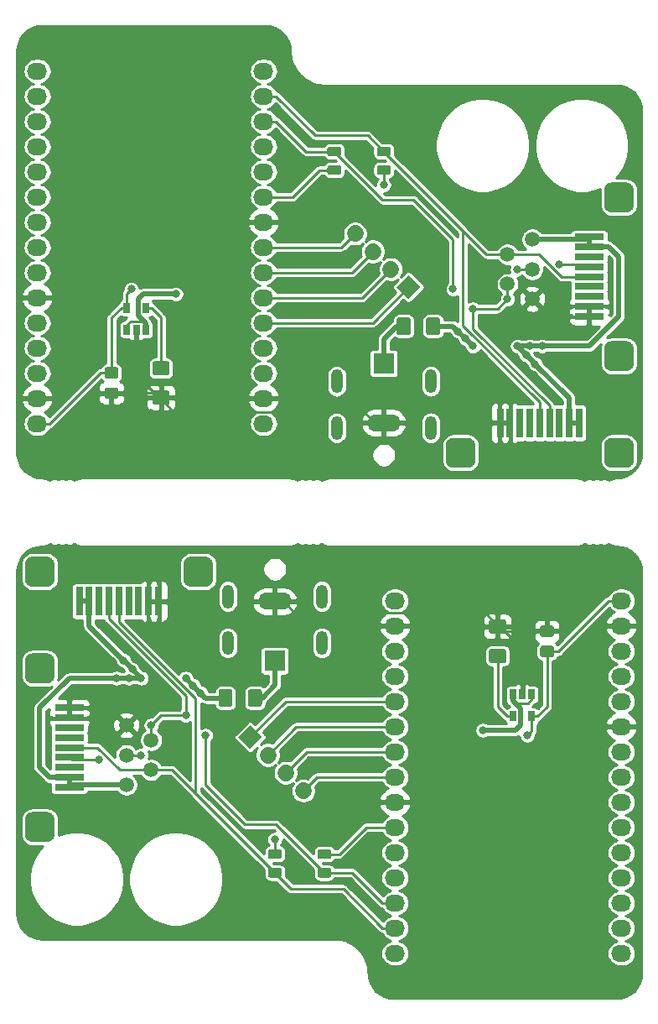
<source format=gbr>
G04 #@! TF.GenerationSoftware,KiCad,Pcbnew,5.1.5-52549c5~86~ubuntu18.04.1*
G04 #@! TF.CreationDate,2020-04-27T04:28:22+01:00*
G04 #@! TF.ProjectId,polariser_drive,706f6c61-7269-4736-9572-5f6472697665,rev?*
G04 #@! TF.SameCoordinates,Original*
G04 #@! TF.FileFunction,Copper,L1,Top*
G04 #@! TF.FilePolarity,Positive*
%FSLAX46Y46*%
G04 Gerber Fmt 4.6, Leading zero omitted, Abs format (unit mm)*
G04 Created by KiCad (PCBNEW 5.1.5-52549c5~86~ubuntu18.04.1) date 2020-04-27 04:28:22*
%MOMM*%
%LPD*%
G04 APERTURE LIST*
%ADD10O,2.032000X1.727200*%
%ADD11R,0.650000X1.060000*%
%ADD12C,0.100000*%
%ADD13R,2.100000X2.100000*%
%ADD14O,3.400000X1.700000*%
%ADD15O,1.200000X2.400000*%
%ADD16R,0.700000X3.000000*%
%ADD17R,3.000000X0.700000*%
%ADD18C,1.500000*%
%ADD19C,1.700000*%
%ADD20C,0.800000*%
%ADD21C,0.250000*%
%ADD22C,0.500000*%
%ADD23C,0.254000*%
G04 APERTURE END LIST*
D10*
X52000000Y-41500000D03*
X52000000Y-44040000D03*
X52000000Y-46580000D03*
X52000000Y-49120000D03*
X52000000Y-51660000D03*
X52000000Y-54200000D03*
X52000000Y-56740000D03*
X52000000Y-59280000D03*
X52000000Y-61820000D03*
X52000000Y-64360000D03*
X52000000Y-66900000D03*
X52000000Y-69440000D03*
X52000000Y-71980000D03*
X52000000Y-74520000D03*
X52000000Y-77060000D03*
X74860000Y-41500000D03*
X74860000Y-71980000D03*
X74860000Y-74520000D03*
X74860000Y-69440000D03*
X74860000Y-54200000D03*
X74860000Y-51660000D03*
X74860000Y-56740000D03*
X74860000Y-77060000D03*
X74860000Y-61820000D03*
X74860000Y-59280000D03*
X74860000Y-64360000D03*
X74860000Y-66900000D03*
X74860000Y-46580000D03*
X74860000Y-49120000D03*
X74860000Y-44040000D03*
D11*
X61050000Y-67600000D03*
X62000000Y-67600000D03*
X62950000Y-67600000D03*
X62950000Y-65400000D03*
X61050000Y-65400000D03*
G04 #@! TA.AperFunction,SMDPad,CuDef*
D12*
G36*
X59974505Y-71376204D02*
G01*
X59998773Y-71379804D01*
X60022572Y-71385765D01*
X60045671Y-71394030D01*
X60067850Y-71404520D01*
X60088893Y-71417132D01*
X60108599Y-71431747D01*
X60126777Y-71448223D01*
X60143253Y-71466401D01*
X60157868Y-71486107D01*
X60170480Y-71507150D01*
X60180970Y-71529329D01*
X60189235Y-71552428D01*
X60195196Y-71576227D01*
X60198796Y-71600495D01*
X60200000Y-71624999D01*
X60200000Y-72275001D01*
X60198796Y-72299505D01*
X60195196Y-72323773D01*
X60189235Y-72347572D01*
X60180970Y-72370671D01*
X60170480Y-72392850D01*
X60157868Y-72413893D01*
X60143253Y-72433599D01*
X60126777Y-72451777D01*
X60108599Y-72468253D01*
X60088893Y-72482868D01*
X60067850Y-72495480D01*
X60045671Y-72505970D01*
X60022572Y-72514235D01*
X59998773Y-72520196D01*
X59974505Y-72523796D01*
X59950001Y-72525000D01*
X59049999Y-72525000D01*
X59025495Y-72523796D01*
X59001227Y-72520196D01*
X58977428Y-72514235D01*
X58954329Y-72505970D01*
X58932150Y-72495480D01*
X58911107Y-72482868D01*
X58891401Y-72468253D01*
X58873223Y-72451777D01*
X58856747Y-72433599D01*
X58842132Y-72413893D01*
X58829520Y-72392850D01*
X58819030Y-72370671D01*
X58810765Y-72347572D01*
X58804804Y-72323773D01*
X58801204Y-72299505D01*
X58800000Y-72275001D01*
X58800000Y-71624999D01*
X58801204Y-71600495D01*
X58804804Y-71576227D01*
X58810765Y-71552428D01*
X58819030Y-71529329D01*
X58829520Y-71507150D01*
X58842132Y-71486107D01*
X58856747Y-71466401D01*
X58873223Y-71448223D01*
X58891401Y-71431747D01*
X58911107Y-71417132D01*
X58932150Y-71404520D01*
X58954329Y-71394030D01*
X58977428Y-71385765D01*
X59001227Y-71379804D01*
X59025495Y-71376204D01*
X59049999Y-71375000D01*
X59950001Y-71375000D01*
X59974505Y-71376204D01*
G37*
G04 #@! TD.AperFunction*
G04 #@! TA.AperFunction,SMDPad,CuDef*
G36*
X59974505Y-73426204D02*
G01*
X59998773Y-73429804D01*
X60022572Y-73435765D01*
X60045671Y-73444030D01*
X60067850Y-73454520D01*
X60088893Y-73467132D01*
X60108599Y-73481747D01*
X60126777Y-73498223D01*
X60143253Y-73516401D01*
X60157868Y-73536107D01*
X60170480Y-73557150D01*
X60180970Y-73579329D01*
X60189235Y-73602428D01*
X60195196Y-73626227D01*
X60198796Y-73650495D01*
X60200000Y-73674999D01*
X60200000Y-74325001D01*
X60198796Y-74349505D01*
X60195196Y-74373773D01*
X60189235Y-74397572D01*
X60180970Y-74420671D01*
X60170480Y-74442850D01*
X60157868Y-74463893D01*
X60143253Y-74483599D01*
X60126777Y-74501777D01*
X60108599Y-74518253D01*
X60088893Y-74532868D01*
X60067850Y-74545480D01*
X60045671Y-74555970D01*
X60022572Y-74564235D01*
X59998773Y-74570196D01*
X59974505Y-74573796D01*
X59950001Y-74575000D01*
X59049999Y-74575000D01*
X59025495Y-74573796D01*
X59001227Y-74570196D01*
X58977428Y-74564235D01*
X58954329Y-74555970D01*
X58932150Y-74545480D01*
X58911107Y-74532868D01*
X58891401Y-74518253D01*
X58873223Y-74501777D01*
X58856747Y-74483599D01*
X58842132Y-74463893D01*
X58829520Y-74442850D01*
X58819030Y-74420671D01*
X58810765Y-74397572D01*
X58804804Y-74373773D01*
X58801204Y-74349505D01*
X58800000Y-74325001D01*
X58800000Y-73674999D01*
X58801204Y-73650495D01*
X58804804Y-73626227D01*
X58810765Y-73602428D01*
X58819030Y-73579329D01*
X58829520Y-73557150D01*
X58842132Y-73536107D01*
X58856747Y-73516401D01*
X58873223Y-73498223D01*
X58891401Y-73481747D01*
X58911107Y-73467132D01*
X58932150Y-73454520D01*
X58954329Y-73444030D01*
X58977428Y-73435765D01*
X59001227Y-73429804D01*
X59025495Y-73426204D01*
X59049999Y-73425000D01*
X59950001Y-73425000D01*
X59974505Y-73426204D01*
G37*
G04 #@! TD.AperFunction*
G04 #@! TA.AperFunction,SMDPad,CuDef*
G36*
X65149504Y-70776204D02*
G01*
X65173773Y-70779804D01*
X65197571Y-70785765D01*
X65220671Y-70794030D01*
X65242849Y-70804520D01*
X65263893Y-70817133D01*
X65283598Y-70831747D01*
X65301777Y-70848223D01*
X65318253Y-70866402D01*
X65332867Y-70886107D01*
X65345480Y-70907151D01*
X65355970Y-70929329D01*
X65364235Y-70952429D01*
X65370196Y-70976227D01*
X65373796Y-71000496D01*
X65375000Y-71025000D01*
X65375000Y-71950000D01*
X65373796Y-71974504D01*
X65370196Y-71998773D01*
X65364235Y-72022571D01*
X65355970Y-72045671D01*
X65345480Y-72067849D01*
X65332867Y-72088893D01*
X65318253Y-72108598D01*
X65301777Y-72126777D01*
X65283598Y-72143253D01*
X65263893Y-72157867D01*
X65242849Y-72170480D01*
X65220671Y-72180970D01*
X65197571Y-72189235D01*
X65173773Y-72195196D01*
X65149504Y-72198796D01*
X65125000Y-72200000D01*
X63875000Y-72200000D01*
X63850496Y-72198796D01*
X63826227Y-72195196D01*
X63802429Y-72189235D01*
X63779329Y-72180970D01*
X63757151Y-72170480D01*
X63736107Y-72157867D01*
X63716402Y-72143253D01*
X63698223Y-72126777D01*
X63681747Y-72108598D01*
X63667133Y-72088893D01*
X63654520Y-72067849D01*
X63644030Y-72045671D01*
X63635765Y-72022571D01*
X63629804Y-71998773D01*
X63626204Y-71974504D01*
X63625000Y-71950000D01*
X63625000Y-71025000D01*
X63626204Y-71000496D01*
X63629804Y-70976227D01*
X63635765Y-70952429D01*
X63644030Y-70929329D01*
X63654520Y-70907151D01*
X63667133Y-70886107D01*
X63681747Y-70866402D01*
X63698223Y-70848223D01*
X63716402Y-70831747D01*
X63736107Y-70817133D01*
X63757151Y-70804520D01*
X63779329Y-70794030D01*
X63802429Y-70785765D01*
X63826227Y-70779804D01*
X63850496Y-70776204D01*
X63875000Y-70775000D01*
X65125000Y-70775000D01*
X65149504Y-70776204D01*
G37*
G04 #@! TD.AperFunction*
G04 #@! TA.AperFunction,SMDPad,CuDef*
G36*
X65149504Y-73751204D02*
G01*
X65173773Y-73754804D01*
X65197571Y-73760765D01*
X65220671Y-73769030D01*
X65242849Y-73779520D01*
X65263893Y-73792133D01*
X65283598Y-73806747D01*
X65301777Y-73823223D01*
X65318253Y-73841402D01*
X65332867Y-73861107D01*
X65345480Y-73882151D01*
X65355970Y-73904329D01*
X65364235Y-73927429D01*
X65370196Y-73951227D01*
X65373796Y-73975496D01*
X65375000Y-74000000D01*
X65375000Y-74925000D01*
X65373796Y-74949504D01*
X65370196Y-74973773D01*
X65364235Y-74997571D01*
X65355970Y-75020671D01*
X65345480Y-75042849D01*
X65332867Y-75063893D01*
X65318253Y-75083598D01*
X65301777Y-75101777D01*
X65283598Y-75118253D01*
X65263893Y-75132867D01*
X65242849Y-75145480D01*
X65220671Y-75155970D01*
X65197571Y-75164235D01*
X65173773Y-75170196D01*
X65149504Y-75173796D01*
X65125000Y-75175000D01*
X63875000Y-75175000D01*
X63850496Y-75173796D01*
X63826227Y-75170196D01*
X63802429Y-75164235D01*
X63779329Y-75155970D01*
X63757151Y-75145480D01*
X63736107Y-75132867D01*
X63716402Y-75118253D01*
X63698223Y-75101777D01*
X63681747Y-75083598D01*
X63667133Y-75063893D01*
X63654520Y-75042849D01*
X63644030Y-75020671D01*
X63635765Y-74997571D01*
X63629804Y-74973773D01*
X63626204Y-74949504D01*
X63625000Y-74925000D01*
X63625000Y-74000000D01*
X63626204Y-73975496D01*
X63629804Y-73951227D01*
X63635765Y-73927429D01*
X63644030Y-73904329D01*
X63654520Y-73882151D01*
X63667133Y-73861107D01*
X63681747Y-73841402D01*
X63698223Y-73823223D01*
X63716402Y-73806747D01*
X63736107Y-73792133D01*
X63757151Y-73779520D01*
X63779329Y-73769030D01*
X63802429Y-73760765D01*
X63826227Y-73754804D01*
X63850496Y-73751204D01*
X63875000Y-73750000D01*
X65125000Y-73750000D01*
X65149504Y-73751204D01*
G37*
G04 #@! TD.AperFunction*
D13*
X87000000Y-71000000D03*
D14*
X87000000Y-77000000D03*
D15*
X82250000Y-72800000D03*
X91750000Y-72800000D03*
X82250000Y-77500000D03*
X91750000Y-77500000D03*
G04 #@! TA.AperFunction,SMDPad,CuDef*
D12*
G36*
X95573513Y-78503611D02*
G01*
X95646318Y-78514411D01*
X95717714Y-78532295D01*
X95787013Y-78557090D01*
X95853548Y-78588559D01*
X95916678Y-78626398D01*
X95975795Y-78670242D01*
X96030330Y-78719670D01*
X96079758Y-78774205D01*
X96123602Y-78833322D01*
X96161441Y-78896452D01*
X96192910Y-78962987D01*
X96217705Y-79032286D01*
X96235589Y-79103682D01*
X96246389Y-79176487D01*
X96250000Y-79250000D01*
X96250000Y-80750000D01*
X96246389Y-80823513D01*
X96235589Y-80896318D01*
X96217705Y-80967714D01*
X96192910Y-81037013D01*
X96161441Y-81103548D01*
X96123602Y-81166678D01*
X96079758Y-81225795D01*
X96030330Y-81280330D01*
X95975795Y-81329758D01*
X95916678Y-81373602D01*
X95853548Y-81411441D01*
X95787013Y-81442910D01*
X95717714Y-81467705D01*
X95646318Y-81485589D01*
X95573513Y-81496389D01*
X95500000Y-81500000D01*
X94000000Y-81500000D01*
X93926487Y-81496389D01*
X93853682Y-81485589D01*
X93782286Y-81467705D01*
X93712987Y-81442910D01*
X93646452Y-81411441D01*
X93583322Y-81373602D01*
X93524205Y-81329758D01*
X93469670Y-81280330D01*
X93420242Y-81225795D01*
X93376398Y-81166678D01*
X93338559Y-81103548D01*
X93307090Y-81037013D01*
X93282295Y-80967714D01*
X93264411Y-80896318D01*
X93253611Y-80823513D01*
X93250000Y-80750000D01*
X93250000Y-79250000D01*
X93253611Y-79176487D01*
X93264411Y-79103682D01*
X93282295Y-79032286D01*
X93307090Y-78962987D01*
X93338559Y-78896452D01*
X93376398Y-78833322D01*
X93420242Y-78774205D01*
X93469670Y-78719670D01*
X93524205Y-78670242D01*
X93583322Y-78626398D01*
X93646452Y-78588559D01*
X93712987Y-78557090D01*
X93782286Y-78532295D01*
X93853682Y-78514411D01*
X93926487Y-78503611D01*
X94000000Y-78500000D01*
X95500000Y-78500000D01*
X95573513Y-78503611D01*
G37*
G04 #@! TD.AperFunction*
G04 #@! TA.AperFunction,SMDPad,CuDef*
G36*
X111573513Y-78503611D02*
G01*
X111646318Y-78514411D01*
X111717714Y-78532295D01*
X111787013Y-78557090D01*
X111853548Y-78588559D01*
X111916678Y-78626398D01*
X111975795Y-78670242D01*
X112030330Y-78719670D01*
X112079758Y-78774205D01*
X112123602Y-78833322D01*
X112161441Y-78896452D01*
X112192910Y-78962987D01*
X112217705Y-79032286D01*
X112235589Y-79103682D01*
X112246389Y-79176487D01*
X112250000Y-79250000D01*
X112250000Y-80750000D01*
X112246389Y-80823513D01*
X112235589Y-80896318D01*
X112217705Y-80967714D01*
X112192910Y-81037013D01*
X112161441Y-81103548D01*
X112123602Y-81166678D01*
X112079758Y-81225795D01*
X112030330Y-81280330D01*
X111975795Y-81329758D01*
X111916678Y-81373602D01*
X111853548Y-81411441D01*
X111787013Y-81442910D01*
X111717714Y-81467705D01*
X111646318Y-81485589D01*
X111573513Y-81496389D01*
X111500000Y-81500000D01*
X110000000Y-81500000D01*
X109926487Y-81496389D01*
X109853682Y-81485589D01*
X109782286Y-81467705D01*
X109712987Y-81442910D01*
X109646452Y-81411441D01*
X109583322Y-81373602D01*
X109524205Y-81329758D01*
X109469670Y-81280330D01*
X109420242Y-81225795D01*
X109376398Y-81166678D01*
X109338559Y-81103548D01*
X109307090Y-81037013D01*
X109282295Y-80967714D01*
X109264411Y-80896318D01*
X109253611Y-80823513D01*
X109250000Y-80750000D01*
X109250000Y-79250000D01*
X109253611Y-79176487D01*
X109264411Y-79103682D01*
X109282295Y-79032286D01*
X109307090Y-78962987D01*
X109338559Y-78896452D01*
X109376398Y-78833322D01*
X109420242Y-78774205D01*
X109469670Y-78719670D01*
X109524205Y-78670242D01*
X109583322Y-78626398D01*
X109646452Y-78588559D01*
X109712987Y-78557090D01*
X109782286Y-78532295D01*
X109853682Y-78514411D01*
X109926487Y-78503611D01*
X110000000Y-78500000D01*
X111500000Y-78500000D01*
X111573513Y-78503611D01*
G37*
G04 #@! TD.AperFunction*
D16*
X106750000Y-77000000D03*
X105750000Y-77000000D03*
X104750000Y-77000000D03*
X103750000Y-77000000D03*
X102750000Y-77000000D03*
X101750000Y-77000000D03*
X100750000Y-77000000D03*
X99750000Y-77000000D03*
X98750000Y-77000000D03*
G04 #@! TA.AperFunction,SMDPad,CuDef*
D12*
G36*
X111573513Y-68753611D02*
G01*
X111646318Y-68764411D01*
X111717714Y-68782295D01*
X111787013Y-68807090D01*
X111853548Y-68838559D01*
X111916678Y-68876398D01*
X111975795Y-68920242D01*
X112030330Y-68969670D01*
X112079758Y-69024205D01*
X112123602Y-69083322D01*
X112161441Y-69146452D01*
X112192910Y-69212987D01*
X112217705Y-69282286D01*
X112235589Y-69353682D01*
X112246389Y-69426487D01*
X112250000Y-69500000D01*
X112250000Y-71000000D01*
X112246389Y-71073513D01*
X112235589Y-71146318D01*
X112217705Y-71217714D01*
X112192910Y-71287013D01*
X112161441Y-71353548D01*
X112123602Y-71416678D01*
X112079758Y-71475795D01*
X112030330Y-71530330D01*
X111975795Y-71579758D01*
X111916678Y-71623602D01*
X111853548Y-71661441D01*
X111787013Y-71692910D01*
X111717714Y-71717705D01*
X111646318Y-71735589D01*
X111573513Y-71746389D01*
X111500000Y-71750000D01*
X110000000Y-71750000D01*
X109926487Y-71746389D01*
X109853682Y-71735589D01*
X109782286Y-71717705D01*
X109712987Y-71692910D01*
X109646452Y-71661441D01*
X109583322Y-71623602D01*
X109524205Y-71579758D01*
X109469670Y-71530330D01*
X109420242Y-71475795D01*
X109376398Y-71416678D01*
X109338559Y-71353548D01*
X109307090Y-71287013D01*
X109282295Y-71217714D01*
X109264411Y-71146318D01*
X109253611Y-71073513D01*
X109250000Y-71000000D01*
X109250000Y-69500000D01*
X109253611Y-69426487D01*
X109264411Y-69353682D01*
X109282295Y-69282286D01*
X109307090Y-69212987D01*
X109338559Y-69146452D01*
X109376398Y-69083322D01*
X109420242Y-69024205D01*
X109469670Y-68969670D01*
X109524205Y-68920242D01*
X109583322Y-68876398D01*
X109646452Y-68838559D01*
X109712987Y-68807090D01*
X109782286Y-68782295D01*
X109853682Y-68764411D01*
X109926487Y-68753611D01*
X110000000Y-68750000D01*
X111500000Y-68750000D01*
X111573513Y-68753611D01*
G37*
G04 #@! TD.AperFunction*
G04 #@! TA.AperFunction,SMDPad,CuDef*
G36*
X111573513Y-52753611D02*
G01*
X111646318Y-52764411D01*
X111717714Y-52782295D01*
X111787013Y-52807090D01*
X111853548Y-52838559D01*
X111916678Y-52876398D01*
X111975795Y-52920242D01*
X112030330Y-52969670D01*
X112079758Y-53024205D01*
X112123602Y-53083322D01*
X112161441Y-53146452D01*
X112192910Y-53212987D01*
X112217705Y-53282286D01*
X112235589Y-53353682D01*
X112246389Y-53426487D01*
X112250000Y-53500000D01*
X112250000Y-55000000D01*
X112246389Y-55073513D01*
X112235589Y-55146318D01*
X112217705Y-55217714D01*
X112192910Y-55287013D01*
X112161441Y-55353548D01*
X112123602Y-55416678D01*
X112079758Y-55475795D01*
X112030330Y-55530330D01*
X111975795Y-55579758D01*
X111916678Y-55623602D01*
X111853548Y-55661441D01*
X111787013Y-55692910D01*
X111717714Y-55717705D01*
X111646318Y-55735589D01*
X111573513Y-55746389D01*
X111500000Y-55750000D01*
X110000000Y-55750000D01*
X109926487Y-55746389D01*
X109853682Y-55735589D01*
X109782286Y-55717705D01*
X109712987Y-55692910D01*
X109646452Y-55661441D01*
X109583322Y-55623602D01*
X109524205Y-55579758D01*
X109469670Y-55530330D01*
X109420242Y-55475795D01*
X109376398Y-55416678D01*
X109338559Y-55353548D01*
X109307090Y-55287013D01*
X109282295Y-55217714D01*
X109264411Y-55146318D01*
X109253611Y-55073513D01*
X109250000Y-55000000D01*
X109250000Y-53500000D01*
X109253611Y-53426487D01*
X109264411Y-53353682D01*
X109282295Y-53282286D01*
X109307090Y-53212987D01*
X109338559Y-53146452D01*
X109376398Y-53083322D01*
X109420242Y-53024205D01*
X109469670Y-52969670D01*
X109524205Y-52920242D01*
X109583322Y-52876398D01*
X109646452Y-52838559D01*
X109712987Y-52807090D01*
X109782286Y-52782295D01*
X109853682Y-52764411D01*
X109926487Y-52753611D01*
X110000000Y-52750000D01*
X111500000Y-52750000D01*
X111573513Y-52753611D01*
G37*
G04 #@! TD.AperFunction*
D17*
X107750000Y-58250000D03*
X107750000Y-59250000D03*
X107750000Y-60250000D03*
X107750000Y-61250000D03*
X107750000Y-62250000D03*
X107750000Y-63250000D03*
X107750000Y-64250000D03*
X107750000Y-65250000D03*
X107750000Y-66250000D03*
D18*
X102000000Y-64500000D03*
X99500000Y-63000000D03*
X102000000Y-61500000D03*
X99500000Y-60000000D03*
X102000000Y-58500000D03*
G04 #@! TA.AperFunction,SMDPad,CuDef*
D12*
G36*
X87480142Y-51013674D02*
G01*
X87503803Y-51017184D01*
X87527007Y-51022996D01*
X87549529Y-51031054D01*
X87571153Y-51041282D01*
X87591670Y-51053579D01*
X87610883Y-51067829D01*
X87628607Y-51083893D01*
X87644671Y-51101617D01*
X87658921Y-51120830D01*
X87671218Y-51141347D01*
X87681446Y-51162971D01*
X87689504Y-51185493D01*
X87695316Y-51208697D01*
X87698826Y-51232358D01*
X87700000Y-51256250D01*
X87700000Y-51743750D01*
X87698826Y-51767642D01*
X87695316Y-51791303D01*
X87689504Y-51814507D01*
X87681446Y-51837029D01*
X87671218Y-51858653D01*
X87658921Y-51879170D01*
X87644671Y-51898383D01*
X87628607Y-51916107D01*
X87610883Y-51932171D01*
X87591670Y-51946421D01*
X87571153Y-51958718D01*
X87549529Y-51968946D01*
X87527007Y-51977004D01*
X87503803Y-51982816D01*
X87480142Y-51986326D01*
X87456250Y-51987500D01*
X86543750Y-51987500D01*
X86519858Y-51986326D01*
X86496197Y-51982816D01*
X86472993Y-51977004D01*
X86450471Y-51968946D01*
X86428847Y-51958718D01*
X86408330Y-51946421D01*
X86389117Y-51932171D01*
X86371393Y-51916107D01*
X86355329Y-51898383D01*
X86341079Y-51879170D01*
X86328782Y-51858653D01*
X86318554Y-51837029D01*
X86310496Y-51814507D01*
X86304684Y-51791303D01*
X86301174Y-51767642D01*
X86300000Y-51743750D01*
X86300000Y-51256250D01*
X86301174Y-51232358D01*
X86304684Y-51208697D01*
X86310496Y-51185493D01*
X86318554Y-51162971D01*
X86328782Y-51141347D01*
X86341079Y-51120830D01*
X86355329Y-51101617D01*
X86371393Y-51083893D01*
X86389117Y-51067829D01*
X86408330Y-51053579D01*
X86428847Y-51041282D01*
X86450471Y-51031054D01*
X86472993Y-51022996D01*
X86496197Y-51017184D01*
X86519858Y-51013674D01*
X86543750Y-51012500D01*
X87456250Y-51012500D01*
X87480142Y-51013674D01*
G37*
G04 #@! TD.AperFunction*
G04 #@! TA.AperFunction,SMDPad,CuDef*
G36*
X87480142Y-49138674D02*
G01*
X87503803Y-49142184D01*
X87527007Y-49147996D01*
X87549529Y-49156054D01*
X87571153Y-49166282D01*
X87591670Y-49178579D01*
X87610883Y-49192829D01*
X87628607Y-49208893D01*
X87644671Y-49226617D01*
X87658921Y-49245830D01*
X87671218Y-49266347D01*
X87681446Y-49287971D01*
X87689504Y-49310493D01*
X87695316Y-49333697D01*
X87698826Y-49357358D01*
X87700000Y-49381250D01*
X87700000Y-49868750D01*
X87698826Y-49892642D01*
X87695316Y-49916303D01*
X87689504Y-49939507D01*
X87681446Y-49962029D01*
X87671218Y-49983653D01*
X87658921Y-50004170D01*
X87644671Y-50023383D01*
X87628607Y-50041107D01*
X87610883Y-50057171D01*
X87591670Y-50071421D01*
X87571153Y-50083718D01*
X87549529Y-50093946D01*
X87527007Y-50102004D01*
X87503803Y-50107816D01*
X87480142Y-50111326D01*
X87456250Y-50112500D01*
X86543750Y-50112500D01*
X86519858Y-50111326D01*
X86496197Y-50107816D01*
X86472993Y-50102004D01*
X86450471Y-50093946D01*
X86428847Y-50083718D01*
X86408330Y-50071421D01*
X86389117Y-50057171D01*
X86371393Y-50041107D01*
X86355329Y-50023383D01*
X86341079Y-50004170D01*
X86328782Y-49983653D01*
X86318554Y-49962029D01*
X86310496Y-49939507D01*
X86304684Y-49916303D01*
X86301174Y-49892642D01*
X86300000Y-49868750D01*
X86300000Y-49381250D01*
X86301174Y-49357358D01*
X86304684Y-49333697D01*
X86310496Y-49310493D01*
X86318554Y-49287971D01*
X86328782Y-49266347D01*
X86341079Y-49245830D01*
X86355329Y-49226617D01*
X86371393Y-49208893D01*
X86389117Y-49192829D01*
X86408330Y-49178579D01*
X86428847Y-49166282D01*
X86450471Y-49156054D01*
X86472993Y-49147996D01*
X86496197Y-49142184D01*
X86519858Y-49138674D01*
X86543750Y-49137500D01*
X87456250Y-49137500D01*
X87480142Y-49138674D01*
G37*
G04 #@! TD.AperFunction*
G04 #@! TA.AperFunction,SMDPad,CuDef*
G36*
X82480142Y-51013674D02*
G01*
X82503803Y-51017184D01*
X82527007Y-51022996D01*
X82549529Y-51031054D01*
X82571153Y-51041282D01*
X82591670Y-51053579D01*
X82610883Y-51067829D01*
X82628607Y-51083893D01*
X82644671Y-51101617D01*
X82658921Y-51120830D01*
X82671218Y-51141347D01*
X82681446Y-51162971D01*
X82689504Y-51185493D01*
X82695316Y-51208697D01*
X82698826Y-51232358D01*
X82700000Y-51256250D01*
X82700000Y-51743750D01*
X82698826Y-51767642D01*
X82695316Y-51791303D01*
X82689504Y-51814507D01*
X82681446Y-51837029D01*
X82671218Y-51858653D01*
X82658921Y-51879170D01*
X82644671Y-51898383D01*
X82628607Y-51916107D01*
X82610883Y-51932171D01*
X82591670Y-51946421D01*
X82571153Y-51958718D01*
X82549529Y-51968946D01*
X82527007Y-51977004D01*
X82503803Y-51982816D01*
X82480142Y-51986326D01*
X82456250Y-51987500D01*
X81543750Y-51987500D01*
X81519858Y-51986326D01*
X81496197Y-51982816D01*
X81472993Y-51977004D01*
X81450471Y-51968946D01*
X81428847Y-51958718D01*
X81408330Y-51946421D01*
X81389117Y-51932171D01*
X81371393Y-51916107D01*
X81355329Y-51898383D01*
X81341079Y-51879170D01*
X81328782Y-51858653D01*
X81318554Y-51837029D01*
X81310496Y-51814507D01*
X81304684Y-51791303D01*
X81301174Y-51767642D01*
X81300000Y-51743750D01*
X81300000Y-51256250D01*
X81301174Y-51232358D01*
X81304684Y-51208697D01*
X81310496Y-51185493D01*
X81318554Y-51162971D01*
X81328782Y-51141347D01*
X81341079Y-51120830D01*
X81355329Y-51101617D01*
X81371393Y-51083893D01*
X81389117Y-51067829D01*
X81408330Y-51053579D01*
X81428847Y-51041282D01*
X81450471Y-51031054D01*
X81472993Y-51022996D01*
X81496197Y-51017184D01*
X81519858Y-51013674D01*
X81543750Y-51012500D01*
X82456250Y-51012500D01*
X82480142Y-51013674D01*
G37*
G04 #@! TD.AperFunction*
G04 #@! TA.AperFunction,SMDPad,CuDef*
G36*
X82480142Y-49138674D02*
G01*
X82503803Y-49142184D01*
X82527007Y-49147996D01*
X82549529Y-49156054D01*
X82571153Y-49166282D01*
X82591670Y-49178579D01*
X82610883Y-49192829D01*
X82628607Y-49208893D01*
X82644671Y-49226617D01*
X82658921Y-49245830D01*
X82671218Y-49266347D01*
X82681446Y-49287971D01*
X82689504Y-49310493D01*
X82695316Y-49333697D01*
X82698826Y-49357358D01*
X82700000Y-49381250D01*
X82700000Y-49868750D01*
X82698826Y-49892642D01*
X82695316Y-49916303D01*
X82689504Y-49939507D01*
X82681446Y-49962029D01*
X82671218Y-49983653D01*
X82658921Y-50004170D01*
X82644671Y-50023383D01*
X82628607Y-50041107D01*
X82610883Y-50057171D01*
X82591670Y-50071421D01*
X82571153Y-50083718D01*
X82549529Y-50093946D01*
X82527007Y-50102004D01*
X82503803Y-50107816D01*
X82480142Y-50111326D01*
X82456250Y-50112500D01*
X81543750Y-50112500D01*
X81519858Y-50111326D01*
X81496197Y-50107816D01*
X81472993Y-50102004D01*
X81450471Y-50093946D01*
X81428847Y-50083718D01*
X81408330Y-50071421D01*
X81389117Y-50057171D01*
X81371393Y-50041107D01*
X81355329Y-50023383D01*
X81341079Y-50004170D01*
X81328782Y-49983653D01*
X81318554Y-49962029D01*
X81310496Y-49939507D01*
X81304684Y-49916303D01*
X81301174Y-49892642D01*
X81300000Y-49868750D01*
X81300000Y-49381250D01*
X81301174Y-49357358D01*
X81304684Y-49333697D01*
X81310496Y-49310493D01*
X81318554Y-49287971D01*
X81328782Y-49266347D01*
X81341079Y-49245830D01*
X81355329Y-49226617D01*
X81371393Y-49208893D01*
X81389117Y-49192829D01*
X81408330Y-49178579D01*
X81428847Y-49166282D01*
X81450471Y-49156054D01*
X81472993Y-49147996D01*
X81496197Y-49142184D01*
X81519858Y-49138674D01*
X81543750Y-49137500D01*
X82456250Y-49137500D01*
X82480142Y-49138674D01*
G37*
G04 #@! TD.AperFunction*
G04 #@! TA.AperFunction,SMDPad,CuDef*
G36*
X89499504Y-66376204D02*
G01*
X89523773Y-66379804D01*
X89547571Y-66385765D01*
X89570671Y-66394030D01*
X89592849Y-66404520D01*
X89613893Y-66417133D01*
X89633598Y-66431747D01*
X89651777Y-66448223D01*
X89668253Y-66466402D01*
X89682867Y-66486107D01*
X89695480Y-66507151D01*
X89705970Y-66529329D01*
X89714235Y-66552429D01*
X89720196Y-66576227D01*
X89723796Y-66600496D01*
X89725000Y-66625000D01*
X89725000Y-67875000D01*
X89723796Y-67899504D01*
X89720196Y-67923773D01*
X89714235Y-67947571D01*
X89705970Y-67970671D01*
X89695480Y-67992849D01*
X89682867Y-68013893D01*
X89668253Y-68033598D01*
X89651777Y-68051777D01*
X89633598Y-68068253D01*
X89613893Y-68082867D01*
X89592849Y-68095480D01*
X89570671Y-68105970D01*
X89547571Y-68114235D01*
X89523773Y-68120196D01*
X89499504Y-68123796D01*
X89475000Y-68125000D01*
X88550000Y-68125000D01*
X88525496Y-68123796D01*
X88501227Y-68120196D01*
X88477429Y-68114235D01*
X88454329Y-68105970D01*
X88432151Y-68095480D01*
X88411107Y-68082867D01*
X88391402Y-68068253D01*
X88373223Y-68051777D01*
X88356747Y-68033598D01*
X88342133Y-68013893D01*
X88329520Y-67992849D01*
X88319030Y-67970671D01*
X88310765Y-67947571D01*
X88304804Y-67923773D01*
X88301204Y-67899504D01*
X88300000Y-67875000D01*
X88300000Y-66625000D01*
X88301204Y-66600496D01*
X88304804Y-66576227D01*
X88310765Y-66552429D01*
X88319030Y-66529329D01*
X88329520Y-66507151D01*
X88342133Y-66486107D01*
X88356747Y-66466402D01*
X88373223Y-66448223D01*
X88391402Y-66431747D01*
X88411107Y-66417133D01*
X88432151Y-66404520D01*
X88454329Y-66394030D01*
X88477429Y-66385765D01*
X88501227Y-66379804D01*
X88525496Y-66376204D01*
X88550000Y-66375000D01*
X89475000Y-66375000D01*
X89499504Y-66376204D01*
G37*
G04 #@! TD.AperFunction*
G04 #@! TA.AperFunction,SMDPad,CuDef*
G36*
X92474504Y-66376204D02*
G01*
X92498773Y-66379804D01*
X92522571Y-66385765D01*
X92545671Y-66394030D01*
X92567849Y-66404520D01*
X92588893Y-66417133D01*
X92608598Y-66431747D01*
X92626777Y-66448223D01*
X92643253Y-66466402D01*
X92657867Y-66486107D01*
X92670480Y-66507151D01*
X92680970Y-66529329D01*
X92689235Y-66552429D01*
X92695196Y-66576227D01*
X92698796Y-66600496D01*
X92700000Y-66625000D01*
X92700000Y-67875000D01*
X92698796Y-67899504D01*
X92695196Y-67923773D01*
X92689235Y-67947571D01*
X92680970Y-67970671D01*
X92670480Y-67992849D01*
X92657867Y-68013893D01*
X92643253Y-68033598D01*
X92626777Y-68051777D01*
X92608598Y-68068253D01*
X92588893Y-68082867D01*
X92567849Y-68095480D01*
X92545671Y-68105970D01*
X92522571Y-68114235D01*
X92498773Y-68120196D01*
X92474504Y-68123796D01*
X92450000Y-68125000D01*
X91525000Y-68125000D01*
X91500496Y-68123796D01*
X91476227Y-68120196D01*
X91452429Y-68114235D01*
X91429329Y-68105970D01*
X91407151Y-68095480D01*
X91386107Y-68082867D01*
X91366402Y-68068253D01*
X91348223Y-68051777D01*
X91331747Y-68033598D01*
X91317133Y-68013893D01*
X91304520Y-67992849D01*
X91294030Y-67970671D01*
X91285765Y-67947571D01*
X91279804Y-67923773D01*
X91276204Y-67899504D01*
X91275000Y-67875000D01*
X91275000Y-66625000D01*
X91276204Y-66600496D01*
X91279804Y-66576227D01*
X91285765Y-66552429D01*
X91294030Y-66529329D01*
X91304520Y-66507151D01*
X91317133Y-66486107D01*
X91331747Y-66466402D01*
X91348223Y-66448223D01*
X91366402Y-66431747D01*
X91386107Y-66417133D01*
X91407151Y-66404520D01*
X91429329Y-66394030D01*
X91452429Y-66385765D01*
X91476227Y-66379804D01*
X91500496Y-66376204D01*
X91525000Y-66375000D01*
X92450000Y-66375000D01*
X92474504Y-66376204D01*
G37*
G04 #@! TD.AperFunction*
G04 #@! TA.AperFunction,ComponentPad*
G36*
X89500000Y-62093969D02*
G01*
X90702082Y-63296051D01*
X89500000Y-64498133D01*
X88297918Y-63296051D01*
X89500000Y-62093969D01*
G37*
G04 #@! TD.AperFunction*
D19*
X87703949Y-61500000D02*
X87703949Y-61500000D01*
X85907898Y-59703949D02*
X85907898Y-59703949D01*
X84111846Y-57907897D02*
X84111846Y-57907897D01*
D15*
X71250000Y-94500000D03*
X80750000Y-94500000D03*
X71250000Y-99200000D03*
X80750000Y-99200000D03*
D14*
X76000000Y-95000000D03*
D13*
X76000000Y-101000000D03*
D16*
X64250000Y-95000000D03*
X63250000Y-95000000D03*
X62250000Y-95000000D03*
X61250000Y-95000000D03*
X60250000Y-95000000D03*
X59250000Y-95000000D03*
X58250000Y-95000000D03*
X57250000Y-95000000D03*
X56250000Y-95000000D03*
G04 #@! TA.AperFunction,SMDPad,CuDef*
D12*
G36*
X53073513Y-90503611D02*
G01*
X53146318Y-90514411D01*
X53217714Y-90532295D01*
X53287013Y-90557090D01*
X53353548Y-90588559D01*
X53416678Y-90626398D01*
X53475795Y-90670242D01*
X53530330Y-90719670D01*
X53579758Y-90774205D01*
X53623602Y-90833322D01*
X53661441Y-90896452D01*
X53692910Y-90962987D01*
X53717705Y-91032286D01*
X53735589Y-91103682D01*
X53746389Y-91176487D01*
X53750000Y-91250000D01*
X53750000Y-92750000D01*
X53746389Y-92823513D01*
X53735589Y-92896318D01*
X53717705Y-92967714D01*
X53692910Y-93037013D01*
X53661441Y-93103548D01*
X53623602Y-93166678D01*
X53579758Y-93225795D01*
X53530330Y-93280330D01*
X53475795Y-93329758D01*
X53416678Y-93373602D01*
X53353548Y-93411441D01*
X53287013Y-93442910D01*
X53217714Y-93467705D01*
X53146318Y-93485589D01*
X53073513Y-93496389D01*
X53000000Y-93500000D01*
X51500000Y-93500000D01*
X51426487Y-93496389D01*
X51353682Y-93485589D01*
X51282286Y-93467705D01*
X51212987Y-93442910D01*
X51146452Y-93411441D01*
X51083322Y-93373602D01*
X51024205Y-93329758D01*
X50969670Y-93280330D01*
X50920242Y-93225795D01*
X50876398Y-93166678D01*
X50838559Y-93103548D01*
X50807090Y-93037013D01*
X50782295Y-92967714D01*
X50764411Y-92896318D01*
X50753611Y-92823513D01*
X50750000Y-92750000D01*
X50750000Y-91250000D01*
X50753611Y-91176487D01*
X50764411Y-91103682D01*
X50782295Y-91032286D01*
X50807090Y-90962987D01*
X50838559Y-90896452D01*
X50876398Y-90833322D01*
X50920242Y-90774205D01*
X50969670Y-90719670D01*
X51024205Y-90670242D01*
X51083322Y-90626398D01*
X51146452Y-90588559D01*
X51212987Y-90557090D01*
X51282286Y-90532295D01*
X51353682Y-90514411D01*
X51426487Y-90503611D01*
X51500000Y-90500000D01*
X53000000Y-90500000D01*
X53073513Y-90503611D01*
G37*
G04 #@! TD.AperFunction*
G04 #@! TA.AperFunction,SMDPad,CuDef*
G36*
X69073513Y-90503611D02*
G01*
X69146318Y-90514411D01*
X69217714Y-90532295D01*
X69287013Y-90557090D01*
X69353548Y-90588559D01*
X69416678Y-90626398D01*
X69475795Y-90670242D01*
X69530330Y-90719670D01*
X69579758Y-90774205D01*
X69623602Y-90833322D01*
X69661441Y-90896452D01*
X69692910Y-90962987D01*
X69717705Y-91032286D01*
X69735589Y-91103682D01*
X69746389Y-91176487D01*
X69750000Y-91250000D01*
X69750000Y-92750000D01*
X69746389Y-92823513D01*
X69735589Y-92896318D01*
X69717705Y-92967714D01*
X69692910Y-93037013D01*
X69661441Y-93103548D01*
X69623602Y-93166678D01*
X69579758Y-93225795D01*
X69530330Y-93280330D01*
X69475795Y-93329758D01*
X69416678Y-93373602D01*
X69353548Y-93411441D01*
X69287013Y-93442910D01*
X69217714Y-93467705D01*
X69146318Y-93485589D01*
X69073513Y-93496389D01*
X69000000Y-93500000D01*
X67500000Y-93500000D01*
X67426487Y-93496389D01*
X67353682Y-93485589D01*
X67282286Y-93467705D01*
X67212987Y-93442910D01*
X67146452Y-93411441D01*
X67083322Y-93373602D01*
X67024205Y-93329758D01*
X66969670Y-93280330D01*
X66920242Y-93225795D01*
X66876398Y-93166678D01*
X66838559Y-93103548D01*
X66807090Y-93037013D01*
X66782295Y-92967714D01*
X66764411Y-92896318D01*
X66753611Y-92823513D01*
X66750000Y-92750000D01*
X66750000Y-91250000D01*
X66753611Y-91176487D01*
X66764411Y-91103682D01*
X66782295Y-91032286D01*
X66807090Y-90962987D01*
X66838559Y-90896452D01*
X66876398Y-90833322D01*
X66920242Y-90774205D01*
X66969670Y-90719670D01*
X67024205Y-90670242D01*
X67083322Y-90626398D01*
X67146452Y-90588559D01*
X67212987Y-90557090D01*
X67282286Y-90532295D01*
X67353682Y-90514411D01*
X67426487Y-90503611D01*
X67500000Y-90500000D01*
X69000000Y-90500000D01*
X69073513Y-90503611D01*
G37*
G04 #@! TD.AperFunction*
D18*
X61000000Y-110500000D03*
D17*
X55250000Y-105750000D03*
X55250000Y-106750000D03*
X55250000Y-107750000D03*
X55250000Y-108750000D03*
X55250000Y-109750000D03*
X55250000Y-110750000D03*
X55250000Y-111750000D03*
X55250000Y-112750000D03*
X55250000Y-113750000D03*
G04 #@! TA.AperFunction,SMDPad,CuDef*
D12*
G36*
X53073513Y-116253611D02*
G01*
X53146318Y-116264411D01*
X53217714Y-116282295D01*
X53287013Y-116307090D01*
X53353548Y-116338559D01*
X53416678Y-116376398D01*
X53475795Y-116420242D01*
X53530330Y-116469670D01*
X53579758Y-116524205D01*
X53623602Y-116583322D01*
X53661441Y-116646452D01*
X53692910Y-116712987D01*
X53717705Y-116782286D01*
X53735589Y-116853682D01*
X53746389Y-116926487D01*
X53750000Y-117000000D01*
X53750000Y-118500000D01*
X53746389Y-118573513D01*
X53735589Y-118646318D01*
X53717705Y-118717714D01*
X53692910Y-118787013D01*
X53661441Y-118853548D01*
X53623602Y-118916678D01*
X53579758Y-118975795D01*
X53530330Y-119030330D01*
X53475795Y-119079758D01*
X53416678Y-119123602D01*
X53353548Y-119161441D01*
X53287013Y-119192910D01*
X53217714Y-119217705D01*
X53146318Y-119235589D01*
X53073513Y-119246389D01*
X53000000Y-119250000D01*
X51500000Y-119250000D01*
X51426487Y-119246389D01*
X51353682Y-119235589D01*
X51282286Y-119217705D01*
X51212987Y-119192910D01*
X51146452Y-119161441D01*
X51083322Y-119123602D01*
X51024205Y-119079758D01*
X50969670Y-119030330D01*
X50920242Y-118975795D01*
X50876398Y-118916678D01*
X50838559Y-118853548D01*
X50807090Y-118787013D01*
X50782295Y-118717714D01*
X50764411Y-118646318D01*
X50753611Y-118573513D01*
X50750000Y-118500000D01*
X50750000Y-117000000D01*
X50753611Y-116926487D01*
X50764411Y-116853682D01*
X50782295Y-116782286D01*
X50807090Y-116712987D01*
X50838559Y-116646452D01*
X50876398Y-116583322D01*
X50920242Y-116524205D01*
X50969670Y-116469670D01*
X51024205Y-116420242D01*
X51083322Y-116376398D01*
X51146452Y-116338559D01*
X51212987Y-116307090D01*
X51282286Y-116282295D01*
X51353682Y-116264411D01*
X51426487Y-116253611D01*
X51500000Y-116250000D01*
X53000000Y-116250000D01*
X53073513Y-116253611D01*
G37*
G04 #@! TD.AperFunction*
G04 #@! TA.AperFunction,SMDPad,CuDef*
G36*
X53073513Y-100253611D02*
G01*
X53146318Y-100264411D01*
X53217714Y-100282295D01*
X53287013Y-100307090D01*
X53353548Y-100338559D01*
X53416678Y-100376398D01*
X53475795Y-100420242D01*
X53530330Y-100469670D01*
X53579758Y-100524205D01*
X53623602Y-100583322D01*
X53661441Y-100646452D01*
X53692910Y-100712987D01*
X53717705Y-100782286D01*
X53735589Y-100853682D01*
X53746389Y-100926487D01*
X53750000Y-101000000D01*
X53750000Y-102500000D01*
X53746389Y-102573513D01*
X53735589Y-102646318D01*
X53717705Y-102717714D01*
X53692910Y-102787013D01*
X53661441Y-102853548D01*
X53623602Y-102916678D01*
X53579758Y-102975795D01*
X53530330Y-103030330D01*
X53475795Y-103079758D01*
X53416678Y-103123602D01*
X53353548Y-103161441D01*
X53287013Y-103192910D01*
X53217714Y-103217705D01*
X53146318Y-103235589D01*
X53073513Y-103246389D01*
X53000000Y-103250000D01*
X51500000Y-103250000D01*
X51426487Y-103246389D01*
X51353682Y-103235589D01*
X51282286Y-103217705D01*
X51212987Y-103192910D01*
X51146452Y-103161441D01*
X51083322Y-103123602D01*
X51024205Y-103079758D01*
X50969670Y-103030330D01*
X50920242Y-102975795D01*
X50876398Y-102916678D01*
X50838559Y-102853548D01*
X50807090Y-102787013D01*
X50782295Y-102717714D01*
X50764411Y-102646318D01*
X50753611Y-102573513D01*
X50750000Y-102500000D01*
X50750000Y-101000000D01*
X50753611Y-100926487D01*
X50764411Y-100853682D01*
X50782295Y-100782286D01*
X50807090Y-100712987D01*
X50838559Y-100646452D01*
X50876398Y-100583322D01*
X50920242Y-100524205D01*
X50969670Y-100469670D01*
X51024205Y-100420242D01*
X51083322Y-100376398D01*
X51146452Y-100338559D01*
X51212987Y-100307090D01*
X51282286Y-100282295D01*
X51353682Y-100264411D01*
X51426487Y-100253611D01*
X51500000Y-100250000D01*
X53000000Y-100250000D01*
X53073513Y-100253611D01*
G37*
G04 #@! TD.AperFunction*
D18*
X61000000Y-107500000D03*
G04 #@! TA.AperFunction,SMDPad,CuDef*
D12*
G36*
X71499504Y-103876204D02*
G01*
X71523773Y-103879804D01*
X71547571Y-103885765D01*
X71570671Y-103894030D01*
X71592849Y-103904520D01*
X71613893Y-103917133D01*
X71633598Y-103931747D01*
X71651777Y-103948223D01*
X71668253Y-103966402D01*
X71682867Y-103986107D01*
X71695480Y-104007151D01*
X71705970Y-104029329D01*
X71714235Y-104052429D01*
X71720196Y-104076227D01*
X71723796Y-104100496D01*
X71725000Y-104125000D01*
X71725000Y-105375000D01*
X71723796Y-105399504D01*
X71720196Y-105423773D01*
X71714235Y-105447571D01*
X71705970Y-105470671D01*
X71695480Y-105492849D01*
X71682867Y-105513893D01*
X71668253Y-105533598D01*
X71651777Y-105551777D01*
X71633598Y-105568253D01*
X71613893Y-105582867D01*
X71592849Y-105595480D01*
X71570671Y-105605970D01*
X71547571Y-105614235D01*
X71523773Y-105620196D01*
X71499504Y-105623796D01*
X71475000Y-105625000D01*
X70550000Y-105625000D01*
X70525496Y-105623796D01*
X70501227Y-105620196D01*
X70477429Y-105614235D01*
X70454329Y-105605970D01*
X70432151Y-105595480D01*
X70411107Y-105582867D01*
X70391402Y-105568253D01*
X70373223Y-105551777D01*
X70356747Y-105533598D01*
X70342133Y-105513893D01*
X70329520Y-105492849D01*
X70319030Y-105470671D01*
X70310765Y-105447571D01*
X70304804Y-105423773D01*
X70301204Y-105399504D01*
X70300000Y-105375000D01*
X70300000Y-104125000D01*
X70301204Y-104100496D01*
X70304804Y-104076227D01*
X70310765Y-104052429D01*
X70319030Y-104029329D01*
X70329520Y-104007151D01*
X70342133Y-103986107D01*
X70356747Y-103966402D01*
X70373223Y-103948223D01*
X70391402Y-103931747D01*
X70411107Y-103917133D01*
X70432151Y-103904520D01*
X70454329Y-103894030D01*
X70477429Y-103885765D01*
X70501227Y-103879804D01*
X70525496Y-103876204D01*
X70550000Y-103875000D01*
X71475000Y-103875000D01*
X71499504Y-103876204D01*
G37*
G04 #@! TD.AperFunction*
G04 #@! TA.AperFunction,SMDPad,CuDef*
G36*
X74474504Y-103876204D02*
G01*
X74498773Y-103879804D01*
X74522571Y-103885765D01*
X74545671Y-103894030D01*
X74567849Y-103904520D01*
X74588893Y-103917133D01*
X74608598Y-103931747D01*
X74626777Y-103948223D01*
X74643253Y-103966402D01*
X74657867Y-103986107D01*
X74670480Y-104007151D01*
X74680970Y-104029329D01*
X74689235Y-104052429D01*
X74695196Y-104076227D01*
X74698796Y-104100496D01*
X74700000Y-104125000D01*
X74700000Y-105375000D01*
X74698796Y-105399504D01*
X74695196Y-105423773D01*
X74689235Y-105447571D01*
X74680970Y-105470671D01*
X74670480Y-105492849D01*
X74657867Y-105513893D01*
X74643253Y-105533598D01*
X74626777Y-105551777D01*
X74608598Y-105568253D01*
X74588893Y-105582867D01*
X74567849Y-105595480D01*
X74545671Y-105605970D01*
X74522571Y-105614235D01*
X74498773Y-105620196D01*
X74474504Y-105623796D01*
X74450000Y-105625000D01*
X73525000Y-105625000D01*
X73500496Y-105623796D01*
X73476227Y-105620196D01*
X73452429Y-105614235D01*
X73429329Y-105605970D01*
X73407151Y-105595480D01*
X73386107Y-105582867D01*
X73366402Y-105568253D01*
X73348223Y-105551777D01*
X73331747Y-105533598D01*
X73317133Y-105513893D01*
X73304520Y-105492849D01*
X73294030Y-105470671D01*
X73285765Y-105447571D01*
X73279804Y-105423773D01*
X73276204Y-105399504D01*
X73275000Y-105375000D01*
X73275000Y-104125000D01*
X73276204Y-104100496D01*
X73279804Y-104076227D01*
X73285765Y-104052429D01*
X73294030Y-104029329D01*
X73304520Y-104007151D01*
X73317133Y-103986107D01*
X73331747Y-103966402D01*
X73348223Y-103948223D01*
X73366402Y-103931747D01*
X73386107Y-103917133D01*
X73407151Y-103904520D01*
X73429329Y-103894030D01*
X73452429Y-103885765D01*
X73476227Y-103879804D01*
X73500496Y-103876204D01*
X73525000Y-103875000D01*
X74450000Y-103875000D01*
X74474504Y-103876204D01*
G37*
G04 #@! TD.AperFunction*
G04 #@! TA.AperFunction,SMDPad,CuDef*
G36*
X99149504Y-96826204D02*
G01*
X99173773Y-96829804D01*
X99197571Y-96835765D01*
X99220671Y-96844030D01*
X99242849Y-96854520D01*
X99263893Y-96867133D01*
X99283598Y-96881747D01*
X99301777Y-96898223D01*
X99318253Y-96916402D01*
X99332867Y-96936107D01*
X99345480Y-96957151D01*
X99355970Y-96979329D01*
X99364235Y-97002429D01*
X99370196Y-97026227D01*
X99373796Y-97050496D01*
X99375000Y-97075000D01*
X99375000Y-98000000D01*
X99373796Y-98024504D01*
X99370196Y-98048773D01*
X99364235Y-98072571D01*
X99355970Y-98095671D01*
X99345480Y-98117849D01*
X99332867Y-98138893D01*
X99318253Y-98158598D01*
X99301777Y-98176777D01*
X99283598Y-98193253D01*
X99263893Y-98207867D01*
X99242849Y-98220480D01*
X99220671Y-98230970D01*
X99197571Y-98239235D01*
X99173773Y-98245196D01*
X99149504Y-98248796D01*
X99125000Y-98250000D01*
X97875000Y-98250000D01*
X97850496Y-98248796D01*
X97826227Y-98245196D01*
X97802429Y-98239235D01*
X97779329Y-98230970D01*
X97757151Y-98220480D01*
X97736107Y-98207867D01*
X97716402Y-98193253D01*
X97698223Y-98176777D01*
X97681747Y-98158598D01*
X97667133Y-98138893D01*
X97654520Y-98117849D01*
X97644030Y-98095671D01*
X97635765Y-98072571D01*
X97629804Y-98048773D01*
X97626204Y-98024504D01*
X97625000Y-98000000D01*
X97625000Y-97075000D01*
X97626204Y-97050496D01*
X97629804Y-97026227D01*
X97635765Y-97002429D01*
X97644030Y-96979329D01*
X97654520Y-96957151D01*
X97667133Y-96936107D01*
X97681747Y-96916402D01*
X97698223Y-96898223D01*
X97716402Y-96881747D01*
X97736107Y-96867133D01*
X97757151Y-96854520D01*
X97779329Y-96844030D01*
X97802429Y-96835765D01*
X97826227Y-96829804D01*
X97850496Y-96826204D01*
X97875000Y-96825000D01*
X99125000Y-96825000D01*
X99149504Y-96826204D01*
G37*
G04 #@! TD.AperFunction*
G04 #@! TA.AperFunction,SMDPad,CuDef*
G36*
X99149504Y-99801204D02*
G01*
X99173773Y-99804804D01*
X99197571Y-99810765D01*
X99220671Y-99819030D01*
X99242849Y-99829520D01*
X99263893Y-99842133D01*
X99283598Y-99856747D01*
X99301777Y-99873223D01*
X99318253Y-99891402D01*
X99332867Y-99911107D01*
X99345480Y-99932151D01*
X99355970Y-99954329D01*
X99364235Y-99977429D01*
X99370196Y-100001227D01*
X99373796Y-100025496D01*
X99375000Y-100050000D01*
X99375000Y-100975000D01*
X99373796Y-100999504D01*
X99370196Y-101023773D01*
X99364235Y-101047571D01*
X99355970Y-101070671D01*
X99345480Y-101092849D01*
X99332867Y-101113893D01*
X99318253Y-101133598D01*
X99301777Y-101151777D01*
X99283598Y-101168253D01*
X99263893Y-101182867D01*
X99242849Y-101195480D01*
X99220671Y-101205970D01*
X99197571Y-101214235D01*
X99173773Y-101220196D01*
X99149504Y-101223796D01*
X99125000Y-101225000D01*
X97875000Y-101225000D01*
X97850496Y-101223796D01*
X97826227Y-101220196D01*
X97802429Y-101214235D01*
X97779329Y-101205970D01*
X97757151Y-101195480D01*
X97736107Y-101182867D01*
X97716402Y-101168253D01*
X97698223Y-101151777D01*
X97681747Y-101133598D01*
X97667133Y-101113893D01*
X97654520Y-101092849D01*
X97644030Y-101070671D01*
X97635765Y-101047571D01*
X97629804Y-101023773D01*
X97626204Y-100999504D01*
X97625000Y-100975000D01*
X97625000Y-100050000D01*
X97626204Y-100025496D01*
X97629804Y-100001227D01*
X97635765Y-99977429D01*
X97644030Y-99954329D01*
X97654520Y-99932151D01*
X97667133Y-99911107D01*
X97681747Y-99891402D01*
X97698223Y-99873223D01*
X97716402Y-99856747D01*
X97736107Y-99842133D01*
X97757151Y-99829520D01*
X97779329Y-99819030D01*
X97802429Y-99810765D01*
X97826227Y-99804804D01*
X97850496Y-99801204D01*
X97875000Y-99800000D01*
X99125000Y-99800000D01*
X99149504Y-99801204D01*
G37*
G04 #@! TD.AperFunction*
D10*
X111000000Y-130500000D03*
X111000000Y-127960000D03*
X111000000Y-125420000D03*
X111000000Y-122880000D03*
X111000000Y-120340000D03*
X111000000Y-117800000D03*
X111000000Y-115260000D03*
X111000000Y-112720000D03*
X111000000Y-110180000D03*
X111000000Y-107640000D03*
X111000000Y-105100000D03*
X111000000Y-102560000D03*
X111000000Y-100020000D03*
X111000000Y-97480000D03*
X111000000Y-94940000D03*
X88140000Y-130500000D03*
X88140000Y-100020000D03*
X88140000Y-97480000D03*
X88140000Y-102560000D03*
X88140000Y-117800000D03*
X88140000Y-120340000D03*
X88140000Y-115260000D03*
X88140000Y-94940000D03*
X88140000Y-110180000D03*
X88140000Y-112720000D03*
X88140000Y-107640000D03*
X88140000Y-105100000D03*
X88140000Y-125420000D03*
X88140000Y-122880000D03*
X88140000Y-127960000D03*
D19*
X78888154Y-114092103D02*
X78888154Y-114092103D01*
X77092102Y-112296051D02*
X77092102Y-112296051D01*
X75296051Y-110500000D02*
X75296051Y-110500000D01*
G04 #@! TA.AperFunction,ComponentPad*
D12*
G36*
X73500000Y-109906031D02*
G01*
X72297918Y-108703949D01*
X73500000Y-107501867D01*
X74702082Y-108703949D01*
X73500000Y-109906031D01*
G37*
G04 #@! TD.AperFunction*
D18*
X63500000Y-109000000D03*
X63500000Y-112000000D03*
X61000000Y-113500000D03*
D11*
X101950000Y-106600000D03*
X100050000Y-106600000D03*
X100050000Y-104400000D03*
X101000000Y-104400000D03*
X101950000Y-104400000D03*
G04 #@! TA.AperFunction,SMDPad,CuDef*
D12*
G36*
X76480142Y-121888674D02*
G01*
X76503803Y-121892184D01*
X76527007Y-121897996D01*
X76549529Y-121906054D01*
X76571153Y-121916282D01*
X76591670Y-121928579D01*
X76610883Y-121942829D01*
X76628607Y-121958893D01*
X76644671Y-121976617D01*
X76658921Y-121995830D01*
X76671218Y-122016347D01*
X76681446Y-122037971D01*
X76689504Y-122060493D01*
X76695316Y-122083697D01*
X76698826Y-122107358D01*
X76700000Y-122131250D01*
X76700000Y-122618750D01*
X76698826Y-122642642D01*
X76695316Y-122666303D01*
X76689504Y-122689507D01*
X76681446Y-122712029D01*
X76671218Y-122733653D01*
X76658921Y-122754170D01*
X76644671Y-122773383D01*
X76628607Y-122791107D01*
X76610883Y-122807171D01*
X76591670Y-122821421D01*
X76571153Y-122833718D01*
X76549529Y-122843946D01*
X76527007Y-122852004D01*
X76503803Y-122857816D01*
X76480142Y-122861326D01*
X76456250Y-122862500D01*
X75543750Y-122862500D01*
X75519858Y-122861326D01*
X75496197Y-122857816D01*
X75472993Y-122852004D01*
X75450471Y-122843946D01*
X75428847Y-122833718D01*
X75408330Y-122821421D01*
X75389117Y-122807171D01*
X75371393Y-122791107D01*
X75355329Y-122773383D01*
X75341079Y-122754170D01*
X75328782Y-122733653D01*
X75318554Y-122712029D01*
X75310496Y-122689507D01*
X75304684Y-122666303D01*
X75301174Y-122642642D01*
X75300000Y-122618750D01*
X75300000Y-122131250D01*
X75301174Y-122107358D01*
X75304684Y-122083697D01*
X75310496Y-122060493D01*
X75318554Y-122037971D01*
X75328782Y-122016347D01*
X75341079Y-121995830D01*
X75355329Y-121976617D01*
X75371393Y-121958893D01*
X75389117Y-121942829D01*
X75408330Y-121928579D01*
X75428847Y-121916282D01*
X75450471Y-121906054D01*
X75472993Y-121897996D01*
X75496197Y-121892184D01*
X75519858Y-121888674D01*
X75543750Y-121887500D01*
X76456250Y-121887500D01*
X76480142Y-121888674D01*
G37*
G04 #@! TD.AperFunction*
G04 #@! TA.AperFunction,SMDPad,CuDef*
G36*
X76480142Y-120013674D02*
G01*
X76503803Y-120017184D01*
X76527007Y-120022996D01*
X76549529Y-120031054D01*
X76571153Y-120041282D01*
X76591670Y-120053579D01*
X76610883Y-120067829D01*
X76628607Y-120083893D01*
X76644671Y-120101617D01*
X76658921Y-120120830D01*
X76671218Y-120141347D01*
X76681446Y-120162971D01*
X76689504Y-120185493D01*
X76695316Y-120208697D01*
X76698826Y-120232358D01*
X76700000Y-120256250D01*
X76700000Y-120743750D01*
X76698826Y-120767642D01*
X76695316Y-120791303D01*
X76689504Y-120814507D01*
X76681446Y-120837029D01*
X76671218Y-120858653D01*
X76658921Y-120879170D01*
X76644671Y-120898383D01*
X76628607Y-120916107D01*
X76610883Y-120932171D01*
X76591670Y-120946421D01*
X76571153Y-120958718D01*
X76549529Y-120968946D01*
X76527007Y-120977004D01*
X76503803Y-120982816D01*
X76480142Y-120986326D01*
X76456250Y-120987500D01*
X75543750Y-120987500D01*
X75519858Y-120986326D01*
X75496197Y-120982816D01*
X75472993Y-120977004D01*
X75450471Y-120968946D01*
X75428847Y-120958718D01*
X75408330Y-120946421D01*
X75389117Y-120932171D01*
X75371393Y-120916107D01*
X75355329Y-120898383D01*
X75341079Y-120879170D01*
X75328782Y-120858653D01*
X75318554Y-120837029D01*
X75310496Y-120814507D01*
X75304684Y-120791303D01*
X75301174Y-120767642D01*
X75300000Y-120743750D01*
X75300000Y-120256250D01*
X75301174Y-120232358D01*
X75304684Y-120208697D01*
X75310496Y-120185493D01*
X75318554Y-120162971D01*
X75328782Y-120141347D01*
X75341079Y-120120830D01*
X75355329Y-120101617D01*
X75371393Y-120083893D01*
X75389117Y-120067829D01*
X75408330Y-120053579D01*
X75428847Y-120041282D01*
X75450471Y-120031054D01*
X75472993Y-120022996D01*
X75496197Y-120017184D01*
X75519858Y-120013674D01*
X75543750Y-120012500D01*
X76456250Y-120012500D01*
X76480142Y-120013674D01*
G37*
G04 #@! TD.AperFunction*
G04 #@! TA.AperFunction,SMDPad,CuDef*
G36*
X81480142Y-121888674D02*
G01*
X81503803Y-121892184D01*
X81527007Y-121897996D01*
X81549529Y-121906054D01*
X81571153Y-121916282D01*
X81591670Y-121928579D01*
X81610883Y-121942829D01*
X81628607Y-121958893D01*
X81644671Y-121976617D01*
X81658921Y-121995830D01*
X81671218Y-122016347D01*
X81681446Y-122037971D01*
X81689504Y-122060493D01*
X81695316Y-122083697D01*
X81698826Y-122107358D01*
X81700000Y-122131250D01*
X81700000Y-122618750D01*
X81698826Y-122642642D01*
X81695316Y-122666303D01*
X81689504Y-122689507D01*
X81681446Y-122712029D01*
X81671218Y-122733653D01*
X81658921Y-122754170D01*
X81644671Y-122773383D01*
X81628607Y-122791107D01*
X81610883Y-122807171D01*
X81591670Y-122821421D01*
X81571153Y-122833718D01*
X81549529Y-122843946D01*
X81527007Y-122852004D01*
X81503803Y-122857816D01*
X81480142Y-122861326D01*
X81456250Y-122862500D01*
X80543750Y-122862500D01*
X80519858Y-122861326D01*
X80496197Y-122857816D01*
X80472993Y-122852004D01*
X80450471Y-122843946D01*
X80428847Y-122833718D01*
X80408330Y-122821421D01*
X80389117Y-122807171D01*
X80371393Y-122791107D01*
X80355329Y-122773383D01*
X80341079Y-122754170D01*
X80328782Y-122733653D01*
X80318554Y-122712029D01*
X80310496Y-122689507D01*
X80304684Y-122666303D01*
X80301174Y-122642642D01*
X80300000Y-122618750D01*
X80300000Y-122131250D01*
X80301174Y-122107358D01*
X80304684Y-122083697D01*
X80310496Y-122060493D01*
X80318554Y-122037971D01*
X80328782Y-122016347D01*
X80341079Y-121995830D01*
X80355329Y-121976617D01*
X80371393Y-121958893D01*
X80389117Y-121942829D01*
X80408330Y-121928579D01*
X80428847Y-121916282D01*
X80450471Y-121906054D01*
X80472993Y-121897996D01*
X80496197Y-121892184D01*
X80519858Y-121888674D01*
X80543750Y-121887500D01*
X81456250Y-121887500D01*
X81480142Y-121888674D01*
G37*
G04 #@! TD.AperFunction*
G04 #@! TA.AperFunction,SMDPad,CuDef*
G36*
X81480142Y-120013674D02*
G01*
X81503803Y-120017184D01*
X81527007Y-120022996D01*
X81549529Y-120031054D01*
X81571153Y-120041282D01*
X81591670Y-120053579D01*
X81610883Y-120067829D01*
X81628607Y-120083893D01*
X81644671Y-120101617D01*
X81658921Y-120120830D01*
X81671218Y-120141347D01*
X81681446Y-120162971D01*
X81689504Y-120185493D01*
X81695316Y-120208697D01*
X81698826Y-120232358D01*
X81700000Y-120256250D01*
X81700000Y-120743750D01*
X81698826Y-120767642D01*
X81695316Y-120791303D01*
X81689504Y-120814507D01*
X81681446Y-120837029D01*
X81671218Y-120858653D01*
X81658921Y-120879170D01*
X81644671Y-120898383D01*
X81628607Y-120916107D01*
X81610883Y-120932171D01*
X81591670Y-120946421D01*
X81571153Y-120958718D01*
X81549529Y-120968946D01*
X81527007Y-120977004D01*
X81503803Y-120982816D01*
X81480142Y-120986326D01*
X81456250Y-120987500D01*
X80543750Y-120987500D01*
X80519858Y-120986326D01*
X80496197Y-120982816D01*
X80472993Y-120977004D01*
X80450471Y-120968946D01*
X80428847Y-120958718D01*
X80408330Y-120946421D01*
X80389117Y-120932171D01*
X80371393Y-120916107D01*
X80355329Y-120898383D01*
X80341079Y-120879170D01*
X80328782Y-120858653D01*
X80318554Y-120837029D01*
X80310496Y-120814507D01*
X80304684Y-120791303D01*
X80301174Y-120767642D01*
X80300000Y-120743750D01*
X80300000Y-120256250D01*
X80301174Y-120232358D01*
X80304684Y-120208697D01*
X80310496Y-120185493D01*
X80318554Y-120162971D01*
X80328782Y-120141347D01*
X80341079Y-120120830D01*
X80355329Y-120101617D01*
X80371393Y-120083893D01*
X80389117Y-120067829D01*
X80408330Y-120053579D01*
X80428847Y-120041282D01*
X80450471Y-120031054D01*
X80472993Y-120022996D01*
X80496197Y-120017184D01*
X80519858Y-120013674D01*
X80543750Y-120012500D01*
X81456250Y-120012500D01*
X81480142Y-120013674D01*
G37*
G04 #@! TD.AperFunction*
G04 #@! TA.AperFunction,SMDPad,CuDef*
G36*
X103974505Y-97426204D02*
G01*
X103998773Y-97429804D01*
X104022572Y-97435765D01*
X104045671Y-97444030D01*
X104067850Y-97454520D01*
X104088893Y-97467132D01*
X104108599Y-97481747D01*
X104126777Y-97498223D01*
X104143253Y-97516401D01*
X104157868Y-97536107D01*
X104170480Y-97557150D01*
X104180970Y-97579329D01*
X104189235Y-97602428D01*
X104195196Y-97626227D01*
X104198796Y-97650495D01*
X104200000Y-97674999D01*
X104200000Y-98325001D01*
X104198796Y-98349505D01*
X104195196Y-98373773D01*
X104189235Y-98397572D01*
X104180970Y-98420671D01*
X104170480Y-98442850D01*
X104157868Y-98463893D01*
X104143253Y-98483599D01*
X104126777Y-98501777D01*
X104108599Y-98518253D01*
X104088893Y-98532868D01*
X104067850Y-98545480D01*
X104045671Y-98555970D01*
X104022572Y-98564235D01*
X103998773Y-98570196D01*
X103974505Y-98573796D01*
X103950001Y-98575000D01*
X103049999Y-98575000D01*
X103025495Y-98573796D01*
X103001227Y-98570196D01*
X102977428Y-98564235D01*
X102954329Y-98555970D01*
X102932150Y-98545480D01*
X102911107Y-98532868D01*
X102891401Y-98518253D01*
X102873223Y-98501777D01*
X102856747Y-98483599D01*
X102842132Y-98463893D01*
X102829520Y-98442850D01*
X102819030Y-98420671D01*
X102810765Y-98397572D01*
X102804804Y-98373773D01*
X102801204Y-98349505D01*
X102800000Y-98325001D01*
X102800000Y-97674999D01*
X102801204Y-97650495D01*
X102804804Y-97626227D01*
X102810765Y-97602428D01*
X102819030Y-97579329D01*
X102829520Y-97557150D01*
X102842132Y-97536107D01*
X102856747Y-97516401D01*
X102873223Y-97498223D01*
X102891401Y-97481747D01*
X102911107Y-97467132D01*
X102932150Y-97454520D01*
X102954329Y-97444030D01*
X102977428Y-97435765D01*
X103001227Y-97429804D01*
X103025495Y-97426204D01*
X103049999Y-97425000D01*
X103950001Y-97425000D01*
X103974505Y-97426204D01*
G37*
G04 #@! TD.AperFunction*
G04 #@! TA.AperFunction,SMDPad,CuDef*
G36*
X103974505Y-99476204D02*
G01*
X103998773Y-99479804D01*
X104022572Y-99485765D01*
X104045671Y-99494030D01*
X104067850Y-99504520D01*
X104088893Y-99517132D01*
X104108599Y-99531747D01*
X104126777Y-99548223D01*
X104143253Y-99566401D01*
X104157868Y-99586107D01*
X104170480Y-99607150D01*
X104180970Y-99629329D01*
X104189235Y-99652428D01*
X104195196Y-99676227D01*
X104198796Y-99700495D01*
X104200000Y-99724999D01*
X104200000Y-100375001D01*
X104198796Y-100399505D01*
X104195196Y-100423773D01*
X104189235Y-100447572D01*
X104180970Y-100470671D01*
X104170480Y-100492850D01*
X104157868Y-100513893D01*
X104143253Y-100533599D01*
X104126777Y-100551777D01*
X104108599Y-100568253D01*
X104088893Y-100582868D01*
X104067850Y-100595480D01*
X104045671Y-100605970D01*
X104022572Y-100614235D01*
X103998773Y-100620196D01*
X103974505Y-100623796D01*
X103950001Y-100625000D01*
X103049999Y-100625000D01*
X103025495Y-100623796D01*
X103001227Y-100620196D01*
X102977428Y-100614235D01*
X102954329Y-100605970D01*
X102932150Y-100595480D01*
X102911107Y-100582868D01*
X102891401Y-100568253D01*
X102873223Y-100551777D01*
X102856747Y-100533599D01*
X102842132Y-100513893D01*
X102829520Y-100492850D01*
X102819030Y-100470671D01*
X102810765Y-100447572D01*
X102804804Y-100423773D01*
X102801204Y-100399505D01*
X102800000Y-100375001D01*
X102800000Y-99724999D01*
X102801204Y-99700495D01*
X102804804Y-99676227D01*
X102810765Y-99652428D01*
X102819030Y-99629329D01*
X102829520Y-99607150D01*
X102842132Y-99586107D01*
X102856747Y-99566401D01*
X102873223Y-99548223D01*
X102891401Y-99531747D01*
X102911107Y-99517132D01*
X102932150Y-99504520D01*
X102954329Y-99494030D01*
X102977428Y-99485765D01*
X103001227Y-99479804D01*
X103025495Y-99476204D01*
X103049999Y-99475000D01*
X103950001Y-99475000D01*
X103974505Y-99476204D01*
G37*
G04 #@! TD.AperFunction*
D20*
X106000000Y-110500000D03*
X106000000Y-113000000D03*
X67750000Y-116500000D03*
X69750000Y-118500000D03*
X81500000Y-115500000D03*
X71000000Y-113500000D03*
X67000000Y-111500000D03*
X71000000Y-109500000D03*
X78000000Y-122500000D03*
X74500000Y-119000000D03*
X85000000Y-121500000D03*
X76000000Y-108000000D03*
X102500000Y-96000000D03*
X103500000Y-96000000D03*
X104500000Y-96000000D03*
X97500000Y-96000000D03*
X98500000Y-96000000D03*
X99500000Y-96000000D03*
X100000000Y-102000000D03*
X102000000Y-102000000D03*
X93500000Y-130500000D03*
X93500000Y-128000000D03*
X106000000Y-130500000D03*
X106000000Y-128000000D03*
X93500000Y-113000000D03*
X93500000Y-110500000D03*
X73500000Y-128000000D03*
X76000000Y-128000000D03*
X81000000Y-128000000D03*
X83500000Y-128000000D03*
X78500000Y-128000000D03*
X67500000Y-94500000D03*
X69000000Y-94500000D03*
X62250000Y-106000000D03*
X63250000Y-106000000D03*
X78000000Y-110000000D03*
X80000000Y-112000000D03*
X84500000Y-44000000D03*
X87000000Y-44000000D03*
X82000000Y-44000000D03*
X79500000Y-44000000D03*
X57000000Y-41500000D03*
X89500000Y-44000000D03*
X57000000Y-44000000D03*
X69500000Y-41500000D03*
X69500000Y-44000000D03*
X88500000Y-53000000D03*
X93250000Y-53500000D03*
X94000000Y-77500000D03*
X58500000Y-76000000D03*
X83000000Y-60000000D03*
X63500000Y-76000000D03*
X64500000Y-76000000D03*
X61000000Y-70000000D03*
X99750000Y-66000000D03*
X81500000Y-56500000D03*
X95500000Y-77500000D03*
X78000000Y-50500000D03*
X59500000Y-76000000D03*
X87000000Y-64000000D03*
X92000000Y-58500000D03*
X65500000Y-76000000D03*
X57000000Y-61500000D03*
X95250000Y-55500000D03*
X85000000Y-49500000D03*
X57000000Y-59000000D03*
X69500000Y-61500000D03*
X85000000Y-62000000D03*
X60500000Y-76000000D03*
X63000000Y-70000000D03*
X92000000Y-62500000D03*
X100750000Y-66000000D03*
X69500000Y-59000000D03*
X96000000Y-60500000D03*
X101500000Y-108500000D03*
X62500000Y-110500000D03*
X61500000Y-63500000D03*
X100500000Y-61500000D03*
X62500000Y-102750000D03*
X61600000Y-101850000D03*
X61250000Y-102750000D03*
X60000000Y-102750000D03*
X60700000Y-100950000D03*
X67750000Y-103500000D03*
X67000000Y-102750000D03*
X68500000Y-104250000D03*
X97000000Y-108000000D03*
X94500000Y-67750000D03*
X100500000Y-69250000D03*
X102300000Y-71050000D03*
X96000000Y-69250000D03*
X103000000Y-69250000D03*
X95250000Y-68500000D03*
X101750000Y-69250000D03*
X66000000Y-64000000D03*
X101400000Y-70150000D03*
X69000000Y-108500000D03*
X67000000Y-106500000D03*
X63500000Y-107500000D03*
X58250000Y-111000000D03*
X99500000Y-64500000D03*
X104750000Y-61000000D03*
X96000000Y-65500000D03*
X94000000Y-63500000D03*
X76000000Y-119000000D03*
X87000000Y-53000000D03*
D21*
X76000000Y-95000000D02*
X75150000Y-95000000D01*
X98500000Y-97425000D02*
X98500000Y-98000000D01*
X97203610Y-96128610D02*
X98500000Y-97425000D01*
X77978610Y-96128610D02*
X97203610Y-96128610D01*
X76850000Y-95000000D02*
X77978610Y-96128610D01*
X76000000Y-95000000D02*
X76850000Y-95000000D01*
X103500000Y-98000000D02*
X98500000Y-98000000D01*
X99200000Y-98000000D02*
X98500000Y-98000000D01*
X101000000Y-99800000D02*
X99200000Y-98000000D01*
X101000000Y-104400000D02*
X101000000Y-99800000D01*
X60250000Y-106750000D02*
X55250000Y-106750000D01*
X61000000Y-107500000D02*
X60250000Y-106750000D01*
X55250000Y-106750000D02*
X55250000Y-105750000D01*
X63250000Y-95000000D02*
X64250000Y-95000000D01*
X67000000Y-95000000D02*
X67500000Y-94500000D01*
X64250000Y-95000000D02*
X67000000Y-95000000D01*
X102750000Y-65250000D02*
X107750000Y-65250000D01*
X62000000Y-67600000D02*
X62000000Y-72200000D01*
X59500000Y-74000000D02*
X64500000Y-74000000D01*
X87000000Y-77000000D02*
X87850000Y-77000000D01*
X99750000Y-77000000D02*
X98750000Y-77000000D01*
X85021390Y-75871390D02*
X65796390Y-75871390D01*
X87000000Y-77000000D02*
X86150000Y-77000000D01*
X96000000Y-77000000D02*
X95500000Y-77500000D01*
X63800000Y-74000000D02*
X64500000Y-74000000D01*
X98750000Y-77000000D02*
X96000000Y-77000000D01*
X62000000Y-72200000D02*
X63800000Y-74000000D01*
X64500000Y-74575000D02*
X64500000Y-74000000D01*
X86150000Y-77000000D02*
X85021390Y-75871390D01*
X107750000Y-65250000D02*
X107750000Y-66250000D01*
X102000000Y-64500000D02*
X102750000Y-65250000D01*
X65796390Y-75871390D02*
X64500000Y-74575000D01*
X99475000Y-106600000D02*
X100050000Y-106600000D01*
X98500000Y-105625000D02*
X99475000Y-106600000D01*
X98500000Y-100050000D02*
X98500000Y-105625000D01*
X63525000Y-65400000D02*
X62950000Y-65400000D01*
X64500000Y-71950000D02*
X64500000Y-66375000D01*
X64500000Y-66375000D02*
X63525000Y-65400000D01*
X103500000Y-100625000D02*
X103500000Y-100050000D01*
X103500000Y-105625000D02*
X103500000Y-100625000D01*
X102525000Y-106600000D02*
X103500000Y-105625000D01*
X101950000Y-106600000D02*
X102525000Y-106600000D01*
X111000000Y-94940000D02*
X109734000Y-94940000D01*
X104624000Y-100050000D02*
X103500000Y-100050000D01*
X109734000Y-94940000D02*
X104624000Y-100050000D01*
X101950000Y-108050000D02*
X101500000Y-108500000D01*
X101950000Y-106600000D02*
X101950000Y-108050000D01*
X62500000Y-110500000D02*
X61000000Y-110500000D01*
X52000000Y-77060000D02*
X53266000Y-77060000D01*
X61050000Y-65400000D02*
X60475000Y-65400000D01*
X61050000Y-65400000D02*
X61050000Y-63950000D01*
X53266000Y-77060000D02*
X58376000Y-71950000D01*
X100500000Y-61500000D02*
X102000000Y-61500000D01*
X60475000Y-65400000D02*
X59500000Y-66375000D01*
X61050000Y-63950000D02*
X61500000Y-63500000D01*
X59500000Y-66375000D02*
X59500000Y-71375000D01*
X58376000Y-71950000D02*
X59500000Y-71950000D01*
X59500000Y-71375000D02*
X59500000Y-71950000D01*
X100050000Y-105180000D02*
X100050000Y-104400000D01*
X100125001Y-105255001D02*
X100050000Y-105180000D01*
X101585001Y-105255001D02*
X100125001Y-105255001D01*
X101950000Y-104890002D02*
X101585001Y-105255001D01*
X101950000Y-104400000D02*
X101950000Y-104890002D01*
X100050000Y-104400000D02*
X100050000Y-104325000D01*
D22*
X61500000Y-101750000D02*
X62500000Y-102750000D01*
X60500000Y-100750000D02*
X61500000Y-101750000D01*
X71012500Y-104750000D02*
X69000000Y-104750000D01*
X67750000Y-103500000D02*
X67000000Y-102750000D01*
X69000000Y-104750000D02*
X68500000Y-104250000D01*
X68500000Y-104250000D02*
X67750000Y-103500000D01*
X100050000Y-105050000D02*
X100050000Y-104400000D01*
X100825001Y-107490001D02*
X100825001Y-105825001D01*
X100825001Y-105825001D02*
X100050000Y-105050000D01*
X100315002Y-108000000D02*
X100825001Y-107490001D01*
X97000000Y-108000000D02*
X100315002Y-108000000D01*
X52250000Y-111750000D02*
X53250000Y-112750000D01*
X52250000Y-105750000D02*
X52250000Y-111750000D01*
X55250000Y-102750000D02*
X52250000Y-105750000D01*
X53250000Y-112750000D02*
X55250000Y-112750000D01*
X62500000Y-102750000D02*
X55250000Y-102750000D01*
X55250000Y-113750000D02*
X55250000Y-112750000D01*
X55500000Y-113500000D02*
X55250000Y-113750000D01*
X61000000Y-113500000D02*
X55500000Y-113500000D01*
X57250000Y-97500000D02*
X57250000Y-95000000D01*
X60700000Y-100950000D02*
X57250000Y-97500000D01*
X56250000Y-95000000D02*
X57250000Y-95000000D01*
X110750000Y-66250000D02*
X110750000Y-60250000D01*
X102300000Y-71050000D02*
X105750000Y-74500000D01*
X62174999Y-64509999D02*
X62174999Y-66174999D01*
X100500000Y-69250000D02*
X107750000Y-69250000D01*
X101500000Y-70250000D02*
X100500000Y-69250000D01*
D21*
X62874999Y-66744999D02*
X62950000Y-66820000D01*
X62950000Y-66820000D02*
X62950000Y-67600000D01*
D22*
X94500000Y-67750000D02*
X95250000Y-68500000D01*
X62174999Y-66174999D02*
X62950000Y-66950000D01*
X95250000Y-68500000D02*
X96000000Y-69250000D01*
X66000000Y-64000000D02*
X62684998Y-64000000D01*
D21*
X61050000Y-67109998D02*
X61414999Y-66744999D01*
D22*
X91987500Y-67250000D02*
X94000000Y-67250000D01*
X94000000Y-67250000D02*
X94500000Y-67750000D01*
D21*
X62950000Y-67600000D02*
X62950000Y-67675000D01*
X61414999Y-66744999D02*
X62874999Y-66744999D01*
D22*
X107500000Y-58500000D02*
X107750000Y-58250000D01*
X62950000Y-66950000D02*
X62950000Y-67600000D01*
X62684998Y-64000000D02*
X62174999Y-64509999D01*
D21*
X61050000Y-67600000D02*
X61050000Y-67109998D01*
D22*
X109750000Y-59250000D02*
X107750000Y-59250000D01*
X107750000Y-69250000D02*
X110750000Y-66250000D01*
X110750000Y-60250000D02*
X109750000Y-59250000D01*
X102000000Y-58500000D02*
X107500000Y-58500000D01*
X105750000Y-74500000D02*
X105750000Y-77000000D01*
X102500000Y-71250000D02*
X101500000Y-70250000D01*
X107750000Y-58250000D02*
X107750000Y-59250000D01*
X106750000Y-77000000D02*
X105750000Y-77000000D01*
D21*
X83829000Y-122375000D02*
X81000000Y-122375000D01*
X88140000Y-125420000D02*
X86874000Y-125420000D01*
X86874000Y-125420000D02*
X83829000Y-122375000D01*
X81000000Y-122375000D02*
X76125000Y-117500000D01*
X76125000Y-117500000D02*
X73000000Y-117500000D01*
X73000000Y-117500000D02*
X69000000Y-113500000D01*
X69000000Y-108500000D02*
X69000000Y-113500000D01*
X63500000Y-107500000D02*
X63500000Y-109000000D01*
X63500000Y-107500000D02*
X64500000Y-106500000D01*
X64500000Y-106500000D02*
X67000000Y-106500000D01*
X55500000Y-111000000D02*
X55250000Y-110750000D01*
X58250000Y-111000000D02*
X55500000Y-111000000D01*
X67000000Y-104500000D02*
X67000000Y-105500000D01*
X67000000Y-105500000D02*
X67000000Y-106500000D01*
X59250000Y-96750000D02*
X67000000Y-104500000D01*
X59250000Y-95000000D02*
X59250000Y-96750000D01*
X90000000Y-54500000D02*
X94000000Y-58500000D01*
X99500000Y-64500000D02*
X99500000Y-63000000D01*
X99500000Y-64500000D02*
X98500000Y-65500000D01*
X96000000Y-67500000D02*
X96000000Y-66500000D01*
X104750000Y-61000000D02*
X107500000Y-61000000D01*
X76126000Y-46580000D02*
X79171000Y-49625000D01*
X74860000Y-46580000D02*
X76126000Y-46580000D01*
X103750000Y-77000000D02*
X103750000Y-75250000D01*
X107500000Y-61000000D02*
X107750000Y-61250000D01*
X96000000Y-66500000D02*
X96000000Y-65500000D01*
X79171000Y-49625000D02*
X82000000Y-49625000D01*
X98500000Y-65500000D02*
X96000000Y-65500000D01*
X94000000Y-63500000D02*
X94000000Y-58500000D01*
X86875000Y-54500000D02*
X90000000Y-54500000D01*
X82000000Y-49625000D02*
X86875000Y-54500000D01*
X103750000Y-75250000D02*
X96000000Y-67500000D01*
X86874000Y-127960000D02*
X82914000Y-124000000D01*
X88140000Y-127960000D02*
X86874000Y-127960000D01*
X77625000Y-124000000D02*
X76000000Y-122375000D01*
X82914000Y-124000000D02*
X77625000Y-124000000D01*
X76000000Y-122375000D02*
X68125000Y-114500000D01*
X68000000Y-114375000D02*
X68125000Y-114500000D01*
X65625000Y-112000000D02*
X68000000Y-114375000D01*
X63500000Y-112000000D02*
X65625000Y-112000000D01*
X57000000Y-109750000D02*
X55250000Y-109750000D01*
X58073002Y-109750000D02*
X57000000Y-109750000D01*
X60323002Y-112000000D02*
X58073002Y-109750000D01*
X63500000Y-112000000D02*
X60323002Y-112000000D01*
X60250000Y-96750000D02*
X60250000Y-95000000D01*
X60250000Y-97073002D02*
X60250000Y-96750000D01*
X68000000Y-104823002D02*
X60250000Y-97073002D01*
X68000000Y-114375000D02*
X68000000Y-104823002D01*
X74860000Y-44040000D02*
X76126000Y-44040000D01*
X102750000Y-74926998D02*
X102750000Y-75250000D01*
X99500000Y-60000000D02*
X102676998Y-60000000D01*
X80086000Y-48000000D02*
X85375000Y-48000000D01*
X95000000Y-57625000D02*
X95000000Y-67176998D01*
X76126000Y-44040000D02*
X80086000Y-48000000D01*
X85375000Y-48000000D02*
X87000000Y-49625000D01*
X102750000Y-75250000D02*
X102750000Y-77000000D01*
X95000000Y-67176998D02*
X102750000Y-74926998D01*
X102676998Y-60000000D02*
X104926998Y-62250000D01*
X106000000Y-62250000D02*
X107750000Y-62250000D01*
X87000000Y-49625000D02*
X94875000Y-57500000D01*
X99500000Y-60000000D02*
X97375000Y-60000000D01*
X95000000Y-57625000D02*
X94875000Y-57500000D01*
X97375000Y-60000000D02*
X95000000Y-57625000D01*
X104926998Y-62250000D02*
X106000000Y-62250000D01*
X81000000Y-120500000D02*
X82500000Y-120500000D01*
X85200000Y-117800000D02*
X88140000Y-117800000D01*
X82500000Y-120500000D02*
X85200000Y-117800000D01*
X76000000Y-120500000D02*
X76000000Y-119000000D01*
X80500000Y-51500000D02*
X77800000Y-54200000D01*
X87000000Y-51500000D02*
X87000000Y-53000000D01*
X82000000Y-51500000D02*
X80500000Y-51500000D01*
X77800000Y-54200000D02*
X74860000Y-54200000D01*
X77103949Y-105100000D02*
X73500000Y-108703949D01*
X88140000Y-105100000D02*
X77103949Y-105100000D01*
X85896051Y-66900000D02*
X89500000Y-63296051D01*
X74860000Y-66900000D02*
X85896051Y-66900000D01*
X78156051Y-107640000D02*
X88140000Y-107640000D01*
X75296051Y-110500000D02*
X78156051Y-107640000D01*
X87703949Y-61500000D02*
X84843949Y-64360000D01*
X84843949Y-64360000D02*
X74860000Y-64360000D01*
X79208153Y-110180000D02*
X77092102Y-112296051D01*
X88140000Y-110180000D02*
X79208153Y-110180000D01*
X74860000Y-61820000D02*
X83791847Y-61820000D01*
X83791847Y-61820000D02*
X85907898Y-59703949D01*
X80260257Y-112720000D02*
X78888154Y-114092103D01*
X88140000Y-112720000D02*
X80260257Y-112720000D01*
X74860000Y-59280000D02*
X82739743Y-59280000D01*
X82739743Y-59280000D02*
X84111846Y-57907897D01*
D22*
X74700000Y-104750000D02*
X73987500Y-104750000D01*
X76000000Y-103450000D02*
X74700000Y-104750000D01*
X76000000Y-101000000D02*
X76000000Y-103450000D01*
X87000000Y-71000000D02*
X87000000Y-68550000D01*
X87000000Y-68550000D02*
X88300000Y-67250000D01*
X88300000Y-67250000D02*
X89012500Y-67250000D01*
D23*
G36*
X109695046Y-89205862D02*
G01*
X109728856Y-89229012D01*
X109734407Y-89232014D01*
X109906730Y-89323639D01*
X109944630Y-89339260D01*
X109982259Y-89355388D01*
X109988278Y-89357251D01*
X109988288Y-89357255D01*
X109988298Y-89357257D01*
X110175124Y-89413664D01*
X110215337Y-89421626D01*
X110255382Y-89430138D01*
X110261658Y-89430798D01*
X110455892Y-89449843D01*
X110994492Y-89502654D01*
X111470137Y-89646259D01*
X111908843Y-89879522D01*
X112293880Y-90193551D01*
X112610592Y-90576390D01*
X112846907Y-91013447D01*
X112993835Y-91488091D01*
X113048001Y-92003448D01*
X113048000Y-126022204D01*
X113048001Y-126022214D01*
X113048000Y-132477891D01*
X112997347Y-132994487D01*
X112853740Y-133470141D01*
X112620478Y-133908842D01*
X112306449Y-134293880D01*
X111923610Y-134610592D01*
X111486552Y-134846908D01*
X111011909Y-134993835D01*
X110496560Y-135048000D01*
X88022108Y-135048000D01*
X87505513Y-134997347D01*
X87029859Y-134853740D01*
X86591158Y-134620478D01*
X86206120Y-134306449D01*
X85889408Y-133923610D01*
X85653092Y-133486552D01*
X85506165Y-133011909D01*
X85451990Y-132496467D01*
X85451924Y-132477481D01*
X85449929Y-132457840D01*
X85450067Y-132438090D01*
X85449451Y-132431809D01*
X85388250Y-131849519D01*
X85380012Y-131809388D01*
X85372336Y-131769148D01*
X85370512Y-131763106D01*
X85197375Y-131203792D01*
X85181484Y-131165989D01*
X85166153Y-131128044D01*
X85163190Y-131122471D01*
X85163190Y-131122470D01*
X85163187Y-131122466D01*
X84884714Y-130607439D01*
X84861808Y-130573479D01*
X84839374Y-130539196D01*
X84835385Y-130534305D01*
X84462175Y-130083172D01*
X84433125Y-130054324D01*
X84404444Y-130025036D01*
X84399581Y-130021013D01*
X83945852Y-129650961D01*
X83911740Y-129628297D01*
X83877928Y-129605145D01*
X83872381Y-129602147D01*
X83872377Y-129602144D01*
X83872373Y-129602142D01*
X83355412Y-129327269D01*
X83317498Y-129311642D01*
X83279882Y-129295520D01*
X83273853Y-129293653D01*
X82713345Y-129124427D01*
X82673162Y-129116470D01*
X82633087Y-129107952D01*
X82626810Y-129107292D01*
X82044108Y-129050157D01*
X82044105Y-129050157D01*
X82022205Y-129048000D01*
X52522108Y-129048000D01*
X52005513Y-128997347D01*
X51529859Y-128853740D01*
X51091158Y-128620478D01*
X50706120Y-128306449D01*
X50389408Y-127923610D01*
X50153092Y-127486552D01*
X50006165Y-127011909D01*
X49952000Y-126496560D01*
X49952000Y-117000000D01*
X50320934Y-117000000D01*
X50320934Y-118500000D01*
X50343589Y-118730024D01*
X50410685Y-118951209D01*
X50519642Y-119155054D01*
X50666274Y-119333726D01*
X50844946Y-119480358D01*
X51048791Y-119589315D01*
X51269976Y-119656411D01*
X51500000Y-119679066D01*
X52565236Y-119679066D01*
X52289462Y-119954840D01*
X51766677Y-120737242D01*
X51406577Y-121606600D01*
X51223000Y-122529507D01*
X51223000Y-123470493D01*
X51406577Y-124393400D01*
X51766677Y-125262758D01*
X52289462Y-126045160D01*
X52954840Y-126710538D01*
X53737242Y-127233323D01*
X54606600Y-127593423D01*
X55529507Y-127777000D01*
X56470493Y-127777000D01*
X57393400Y-127593423D01*
X58262758Y-127233323D01*
X59045160Y-126710538D01*
X59710538Y-126045160D01*
X60233323Y-125262758D01*
X60593423Y-124393400D01*
X60777000Y-123470493D01*
X60777000Y-122529507D01*
X61223000Y-122529507D01*
X61223000Y-123470493D01*
X61406577Y-124393400D01*
X61766677Y-125262758D01*
X62289462Y-126045160D01*
X62954840Y-126710538D01*
X63737242Y-127233323D01*
X64606600Y-127593423D01*
X65529507Y-127777000D01*
X66470493Y-127777000D01*
X67393400Y-127593423D01*
X68262758Y-127233323D01*
X69045160Y-126710538D01*
X69710538Y-126045160D01*
X70233323Y-125262758D01*
X70593423Y-124393400D01*
X70777000Y-123470493D01*
X70777000Y-122529507D01*
X70593423Y-121606600D01*
X70233323Y-120737242D01*
X69710538Y-119954840D01*
X69045160Y-119289462D01*
X68262758Y-118766677D01*
X67393400Y-118406577D01*
X66470493Y-118223000D01*
X65529507Y-118223000D01*
X64606600Y-118406577D01*
X63737242Y-118766677D01*
X62954840Y-119289462D01*
X62289462Y-119954840D01*
X61766677Y-120737242D01*
X61406577Y-121606600D01*
X61223000Y-122529507D01*
X60777000Y-122529507D01*
X60593423Y-121606600D01*
X60233323Y-120737242D01*
X59710538Y-119954840D01*
X59045160Y-119289462D01*
X58262758Y-118766677D01*
X57393400Y-118406577D01*
X56470493Y-118223000D01*
X55529507Y-118223000D01*
X54606600Y-118406577D01*
X54170475Y-118587226D01*
X54179066Y-118500000D01*
X54179066Y-117000000D01*
X54156411Y-116769976D01*
X54089315Y-116548791D01*
X53980358Y-116344946D01*
X53833726Y-116166274D01*
X53655054Y-116019642D01*
X53451209Y-115910685D01*
X53230024Y-115843589D01*
X53000000Y-115820934D01*
X51500000Y-115820934D01*
X51269976Y-115843589D01*
X51048791Y-115910685D01*
X50844946Y-116019642D01*
X50666274Y-116166274D01*
X50519642Y-116344946D01*
X50410685Y-116548791D01*
X50343589Y-116769976D01*
X50320934Y-117000000D01*
X49952000Y-117000000D01*
X49952000Y-101000000D01*
X50320934Y-101000000D01*
X50320934Y-102500000D01*
X50343589Y-102730024D01*
X50410685Y-102951209D01*
X50519642Y-103155054D01*
X50666274Y-103333726D01*
X50844946Y-103480358D01*
X51048791Y-103589315D01*
X51269976Y-103656411D01*
X51500000Y-103679066D01*
X53000000Y-103679066D01*
X53230024Y-103656411D01*
X53451209Y-103589315D01*
X53455620Y-103586957D01*
X51794800Y-105247778D01*
X51768973Y-105268974D01*
X51747778Y-105294800D01*
X51747776Y-105294802D01*
X51695036Y-105359066D01*
X51684372Y-105372060D01*
X51621508Y-105489671D01*
X51582796Y-105617286D01*
X51573000Y-105716749D01*
X51573000Y-105716755D01*
X51569726Y-105750000D01*
X51573000Y-105783245D01*
X51573001Y-111716745D01*
X51569726Y-111750000D01*
X51582796Y-111882714D01*
X51621508Y-112010329D01*
X51684372Y-112127940D01*
X51747776Y-112205198D01*
X51747779Y-112205201D01*
X51768974Y-112231027D01*
X51794800Y-112252222D01*
X52747778Y-113205201D01*
X52768973Y-113231027D01*
X52794799Y-113252222D01*
X52794801Y-113252224D01*
X52872059Y-113315628D01*
X52989670Y-113378492D01*
X53117285Y-113417204D01*
X53250000Y-113430275D01*
X53283252Y-113427000D01*
X53320934Y-113427000D01*
X53320934Y-114100000D01*
X53329178Y-114183707D01*
X53353595Y-114264196D01*
X53393245Y-114338376D01*
X53446605Y-114403395D01*
X53511624Y-114456755D01*
X53585804Y-114496405D01*
X53666293Y-114520822D01*
X53750000Y-114529066D01*
X56750000Y-114529066D01*
X56833707Y-114520822D01*
X56914196Y-114496405D01*
X56988376Y-114456755D01*
X57053395Y-114403395D01*
X57106755Y-114338376D01*
X57146405Y-114264196D01*
X57170822Y-114183707D01*
X57171483Y-114177000D01*
X60036791Y-114177000D01*
X60085764Y-114250294D01*
X60249706Y-114414236D01*
X60442481Y-114543044D01*
X60656682Y-114631769D01*
X60884076Y-114677000D01*
X61115924Y-114677000D01*
X61343318Y-114631769D01*
X61557519Y-114543044D01*
X61750294Y-114414236D01*
X61914236Y-114250294D01*
X62043044Y-114057519D01*
X62131769Y-113843318D01*
X62177000Y-113615924D01*
X62177000Y-113384076D01*
X62131769Y-113156682D01*
X62043044Y-112942481D01*
X61914236Y-112749706D01*
X61750294Y-112585764D01*
X61699763Y-112552000D01*
X62454670Y-112552000D01*
X62456956Y-112557519D01*
X62585764Y-112750294D01*
X62749706Y-112914236D01*
X62942481Y-113043044D01*
X63156682Y-113131769D01*
X63384076Y-113177000D01*
X63615924Y-113177000D01*
X63843318Y-113131769D01*
X64057519Y-113043044D01*
X64250294Y-112914236D01*
X64414236Y-112750294D01*
X64543044Y-112557519D01*
X64545330Y-112552000D01*
X65396356Y-112552000D01*
X67590507Y-114746153D01*
X67607789Y-114767211D01*
X67628855Y-114784500D01*
X67753847Y-114909492D01*
X67753853Y-114909497D01*
X74880319Y-122035965D01*
X74870934Y-122131250D01*
X74870934Y-122618750D01*
X74883862Y-122750010D01*
X74922149Y-122876226D01*
X74984324Y-122992547D01*
X75067997Y-123094503D01*
X75169953Y-123178176D01*
X75286274Y-123240351D01*
X75412490Y-123278638D01*
X75543750Y-123291566D01*
X76135921Y-123291566D01*
X77215507Y-124371153D01*
X77232789Y-124392211D01*
X77316842Y-124461191D01*
X77412737Y-124512448D01*
X77516789Y-124544012D01*
X77597891Y-124552000D01*
X77597893Y-124552000D01*
X77624999Y-124554670D01*
X77652105Y-124552000D01*
X82685356Y-124552000D01*
X86464508Y-128331154D01*
X86481789Y-128352211D01*
X86502845Y-128369491D01*
X86502846Y-128369492D01*
X86565842Y-128421191D01*
X86661737Y-128472448D01*
X86765789Y-128504012D01*
X86817719Y-128509127D01*
X86909314Y-128680488D01*
X87070593Y-128877007D01*
X87267112Y-129038286D01*
X87491319Y-129158128D01*
X87728249Y-129230000D01*
X87491319Y-129301872D01*
X87267112Y-129421714D01*
X87070593Y-129582993D01*
X86909314Y-129779512D01*
X86789472Y-130003719D01*
X86715674Y-130246998D01*
X86690756Y-130500000D01*
X86715674Y-130753002D01*
X86789472Y-130996281D01*
X86909314Y-131220488D01*
X87070593Y-131417007D01*
X87267112Y-131578286D01*
X87491319Y-131698128D01*
X87734598Y-131771926D01*
X87924202Y-131790600D01*
X88355798Y-131790600D01*
X88545402Y-131771926D01*
X88788681Y-131698128D01*
X89012888Y-131578286D01*
X89209407Y-131417007D01*
X89370686Y-131220488D01*
X89490528Y-130996281D01*
X89564326Y-130753002D01*
X89589244Y-130500000D01*
X89564326Y-130246998D01*
X89490528Y-130003719D01*
X89370686Y-129779512D01*
X89209407Y-129582993D01*
X89012888Y-129421714D01*
X88788681Y-129301872D01*
X88551751Y-129230000D01*
X88788681Y-129158128D01*
X89012888Y-129038286D01*
X89209407Y-128877007D01*
X89370686Y-128680488D01*
X89490528Y-128456281D01*
X89564326Y-128213002D01*
X89589244Y-127960000D01*
X89564326Y-127706998D01*
X89490528Y-127463719D01*
X89370686Y-127239512D01*
X89209407Y-127042993D01*
X89012888Y-126881714D01*
X88788681Y-126761872D01*
X88551751Y-126690000D01*
X88788681Y-126618128D01*
X89012888Y-126498286D01*
X89209407Y-126337007D01*
X89370686Y-126140488D01*
X89490528Y-125916281D01*
X89564326Y-125673002D01*
X89589244Y-125420000D01*
X89564326Y-125166998D01*
X89490528Y-124923719D01*
X89370686Y-124699512D01*
X89209407Y-124502993D01*
X89012888Y-124341714D01*
X88788681Y-124221872D01*
X88551751Y-124150000D01*
X88788681Y-124078128D01*
X89012888Y-123958286D01*
X89209407Y-123797007D01*
X89370686Y-123600488D01*
X89490528Y-123376281D01*
X89564326Y-123133002D01*
X89589244Y-122880000D01*
X89564326Y-122626998D01*
X89490528Y-122383719D01*
X89370686Y-122159512D01*
X89209407Y-121962993D01*
X89012888Y-121801714D01*
X88788681Y-121681872D01*
X88551751Y-121610000D01*
X88788681Y-121538128D01*
X89012888Y-121418286D01*
X89209407Y-121257007D01*
X89370686Y-121060488D01*
X89490528Y-120836281D01*
X89564326Y-120593002D01*
X89589244Y-120340000D01*
X89564326Y-120086998D01*
X89490528Y-119843719D01*
X89370686Y-119619512D01*
X89209407Y-119422993D01*
X89012888Y-119261714D01*
X88788681Y-119141872D01*
X88551751Y-119070000D01*
X88788681Y-118998128D01*
X89012888Y-118878286D01*
X89209407Y-118717007D01*
X89370686Y-118520488D01*
X89490528Y-118296281D01*
X89564326Y-118053002D01*
X89589244Y-117800000D01*
X89564326Y-117546998D01*
X89490528Y-117303719D01*
X89370686Y-117079512D01*
X89209407Y-116882993D01*
X89012888Y-116721714D01*
X88862184Y-116641160D01*
X89054321Y-116551954D01*
X89291729Y-116378486D01*
X89490733Y-116162035D01*
X89643686Y-115910919D01*
X89744709Y-115634789D01*
X89747358Y-115619026D01*
X89626217Y-115387000D01*
X88267000Y-115387000D01*
X88267000Y-115407000D01*
X88013000Y-115407000D01*
X88013000Y-115387000D01*
X86653783Y-115387000D01*
X86532642Y-115619026D01*
X86535291Y-115634789D01*
X86636314Y-115910919D01*
X86789267Y-116162035D01*
X86988271Y-116378486D01*
X87225679Y-116551954D01*
X87417816Y-116641160D01*
X87267112Y-116721714D01*
X87070593Y-116882993D01*
X86909314Y-117079512D01*
X86819255Y-117248000D01*
X85227108Y-117248000D01*
X85200000Y-117245330D01*
X85172891Y-117248000D01*
X85091789Y-117255988D01*
X84987737Y-117287552D01*
X84891842Y-117338809D01*
X84807789Y-117407789D01*
X84790508Y-117428846D01*
X82271356Y-119948000D01*
X82050712Y-119948000D01*
X82015676Y-119882453D01*
X81932003Y-119780497D01*
X81830047Y-119696824D01*
X81713726Y-119634649D01*
X81587510Y-119596362D01*
X81456250Y-119583434D01*
X80543750Y-119583434D01*
X80412490Y-119596362D01*
X80286274Y-119634649D01*
X80169953Y-119696824D01*
X80067997Y-119780497D01*
X79984324Y-119882453D01*
X79922149Y-119998774D01*
X79883862Y-120124990D01*
X79870934Y-120256250D01*
X79870934Y-120465289D01*
X76534501Y-117128857D01*
X76517211Y-117107789D01*
X76433158Y-117038809D01*
X76337263Y-116987552D01*
X76233211Y-116955988D01*
X76152109Y-116948000D01*
X76152106Y-116948000D01*
X76125000Y-116945330D01*
X76097894Y-116948000D01*
X73228646Y-116948000D01*
X69552000Y-113271356D01*
X69552000Y-109117553D01*
X69642372Y-109027181D01*
X69732877Y-108891731D01*
X69795218Y-108741227D01*
X69802633Y-108703949D01*
X71868852Y-108703949D01*
X71877096Y-108787656D01*
X71901513Y-108868145D01*
X71941163Y-108942325D01*
X71994523Y-109007344D01*
X73196605Y-110209426D01*
X73261624Y-110262786D01*
X73335804Y-110302436D01*
X73416293Y-110326853D01*
X73500000Y-110335097D01*
X73583707Y-110326853D01*
X73664196Y-110302436D01*
X73738376Y-110262786D01*
X73803395Y-110209426D01*
X74258388Y-109754433D01*
X74164388Y-109895114D01*
X74068125Y-110127513D01*
X74019051Y-110374226D01*
X74019051Y-110625774D01*
X74068125Y-110872487D01*
X74164388Y-111104886D01*
X74304140Y-111314040D01*
X74482011Y-111491911D01*
X74691165Y-111631663D01*
X74923564Y-111727926D01*
X75170277Y-111777000D01*
X75421825Y-111777000D01*
X75668538Y-111727926D01*
X75900937Y-111631663D01*
X76080256Y-111511846D01*
X75960439Y-111691165D01*
X75864176Y-111923564D01*
X75815102Y-112170277D01*
X75815102Y-112421825D01*
X75864176Y-112668538D01*
X75960439Y-112900937D01*
X76100191Y-113110091D01*
X76278062Y-113287962D01*
X76487216Y-113427714D01*
X76719615Y-113523977D01*
X76966328Y-113573051D01*
X77217876Y-113573051D01*
X77464589Y-113523977D01*
X77696988Y-113427714D01*
X77876310Y-113307895D01*
X77756491Y-113487217D01*
X77660228Y-113719616D01*
X77611154Y-113966329D01*
X77611154Y-114217877D01*
X77660228Y-114464590D01*
X77756491Y-114696989D01*
X77896243Y-114906143D01*
X78074114Y-115084014D01*
X78283268Y-115223766D01*
X78515667Y-115320029D01*
X78762380Y-115369103D01*
X79013928Y-115369103D01*
X79260641Y-115320029D01*
X79493040Y-115223766D01*
X79702194Y-115084014D01*
X79880065Y-114906143D01*
X80019817Y-114696989D01*
X80116080Y-114464590D01*
X80165154Y-114217877D01*
X80165154Y-113966329D01*
X80116080Y-113719616D01*
X80094173Y-113666729D01*
X80488903Y-113272000D01*
X86819255Y-113272000D01*
X86909314Y-113440488D01*
X87070593Y-113637007D01*
X87267112Y-113798286D01*
X87417816Y-113878840D01*
X87225679Y-113968046D01*
X86988271Y-114141514D01*
X86789267Y-114357965D01*
X86636314Y-114609081D01*
X86535291Y-114885211D01*
X86532642Y-114900974D01*
X86653783Y-115133000D01*
X88013000Y-115133000D01*
X88013000Y-115113000D01*
X88267000Y-115113000D01*
X88267000Y-115133000D01*
X89626217Y-115133000D01*
X89747358Y-114900974D01*
X89744709Y-114885211D01*
X89643686Y-114609081D01*
X89490733Y-114357965D01*
X89291729Y-114141514D01*
X89054321Y-113968046D01*
X88862184Y-113878840D01*
X89012888Y-113798286D01*
X89209407Y-113637007D01*
X89370686Y-113440488D01*
X89490528Y-113216281D01*
X89564326Y-112973002D01*
X89589244Y-112720000D01*
X89564326Y-112466998D01*
X89490528Y-112223719D01*
X89370686Y-111999512D01*
X89209407Y-111802993D01*
X89012888Y-111641714D01*
X88788681Y-111521872D01*
X88551751Y-111450000D01*
X88788681Y-111378128D01*
X89012888Y-111258286D01*
X89209407Y-111097007D01*
X89370686Y-110900488D01*
X89490528Y-110676281D01*
X89564326Y-110433002D01*
X89589244Y-110180000D01*
X89564326Y-109926998D01*
X89490528Y-109683719D01*
X89370686Y-109459512D01*
X89209407Y-109262993D01*
X89012888Y-109101714D01*
X88788681Y-108981872D01*
X88551751Y-108910000D01*
X88788681Y-108838128D01*
X89012888Y-108718286D01*
X89209407Y-108557007D01*
X89370686Y-108360488D01*
X89490528Y-108136281D01*
X89556576Y-107918548D01*
X96173000Y-107918548D01*
X96173000Y-108081452D01*
X96204782Y-108241227D01*
X96267123Y-108391731D01*
X96357628Y-108527181D01*
X96472819Y-108642372D01*
X96608269Y-108732877D01*
X96758773Y-108795218D01*
X96918548Y-108827000D01*
X97081452Y-108827000D01*
X97241227Y-108795218D01*
X97391731Y-108732877D01*
X97475357Y-108677000D01*
X100281757Y-108677000D01*
X100315002Y-108680274D01*
X100348247Y-108677000D01*
X100348254Y-108677000D01*
X100447717Y-108667204D01*
X100575332Y-108628492D01*
X100673000Y-108576288D01*
X100673000Y-108581452D01*
X100704782Y-108741227D01*
X100767123Y-108891731D01*
X100857628Y-109027181D01*
X100972819Y-109142372D01*
X101108269Y-109232877D01*
X101258773Y-109295218D01*
X101418548Y-109327000D01*
X101581452Y-109327000D01*
X101741227Y-109295218D01*
X101891731Y-109232877D01*
X102027181Y-109142372D01*
X102142372Y-109027181D01*
X102232877Y-108891731D01*
X102295218Y-108741227D01*
X102327000Y-108581452D01*
X102327000Y-108454694D01*
X102342211Y-108442211D01*
X102411191Y-108358158D01*
X102462448Y-108262263D01*
X102494012Y-108158211D01*
X102502000Y-108077109D01*
X102502000Y-108077107D01*
X102504670Y-108050001D01*
X102502000Y-108022895D01*
X102502000Y-107999026D01*
X109392642Y-107999026D01*
X109395291Y-108014789D01*
X109496314Y-108290919D01*
X109649267Y-108542035D01*
X109848271Y-108758486D01*
X110085679Y-108931954D01*
X110277816Y-109021160D01*
X110127112Y-109101714D01*
X109930593Y-109262993D01*
X109769314Y-109459512D01*
X109649472Y-109683719D01*
X109575674Y-109926998D01*
X109550756Y-110180000D01*
X109575674Y-110433002D01*
X109649472Y-110676281D01*
X109769314Y-110900488D01*
X109930593Y-111097007D01*
X110127112Y-111258286D01*
X110351319Y-111378128D01*
X110588249Y-111450000D01*
X110351319Y-111521872D01*
X110127112Y-111641714D01*
X109930593Y-111802993D01*
X109769314Y-111999512D01*
X109649472Y-112223719D01*
X109575674Y-112466998D01*
X109550756Y-112720000D01*
X109575674Y-112973002D01*
X109649472Y-113216281D01*
X109769314Y-113440488D01*
X109930593Y-113637007D01*
X110127112Y-113798286D01*
X110351319Y-113918128D01*
X110588249Y-113990000D01*
X110351319Y-114061872D01*
X110127112Y-114181714D01*
X109930593Y-114342993D01*
X109769314Y-114539512D01*
X109649472Y-114763719D01*
X109575674Y-115006998D01*
X109550756Y-115260000D01*
X109575674Y-115513002D01*
X109649472Y-115756281D01*
X109769314Y-115980488D01*
X109930593Y-116177007D01*
X110127112Y-116338286D01*
X110351319Y-116458128D01*
X110588249Y-116530000D01*
X110351319Y-116601872D01*
X110127112Y-116721714D01*
X109930593Y-116882993D01*
X109769314Y-117079512D01*
X109649472Y-117303719D01*
X109575674Y-117546998D01*
X109550756Y-117800000D01*
X109575674Y-118053002D01*
X109649472Y-118296281D01*
X109769314Y-118520488D01*
X109930593Y-118717007D01*
X110127112Y-118878286D01*
X110351319Y-118998128D01*
X110588249Y-119070000D01*
X110351319Y-119141872D01*
X110127112Y-119261714D01*
X109930593Y-119422993D01*
X109769314Y-119619512D01*
X109649472Y-119843719D01*
X109575674Y-120086998D01*
X109550756Y-120340000D01*
X109575674Y-120593002D01*
X109649472Y-120836281D01*
X109769314Y-121060488D01*
X109930593Y-121257007D01*
X110127112Y-121418286D01*
X110351319Y-121538128D01*
X110588249Y-121610000D01*
X110351319Y-121681872D01*
X110127112Y-121801714D01*
X109930593Y-121962993D01*
X109769314Y-122159512D01*
X109649472Y-122383719D01*
X109575674Y-122626998D01*
X109550756Y-122880000D01*
X109575674Y-123133002D01*
X109649472Y-123376281D01*
X109769314Y-123600488D01*
X109930593Y-123797007D01*
X110127112Y-123958286D01*
X110351319Y-124078128D01*
X110588249Y-124150000D01*
X110351319Y-124221872D01*
X110127112Y-124341714D01*
X109930593Y-124502993D01*
X109769314Y-124699512D01*
X109649472Y-124923719D01*
X109575674Y-125166998D01*
X109550756Y-125420000D01*
X109575674Y-125673002D01*
X109649472Y-125916281D01*
X109769314Y-126140488D01*
X109930593Y-126337007D01*
X110127112Y-126498286D01*
X110351319Y-126618128D01*
X110588249Y-126690000D01*
X110351319Y-126761872D01*
X110127112Y-126881714D01*
X109930593Y-127042993D01*
X109769314Y-127239512D01*
X109649472Y-127463719D01*
X109575674Y-127706998D01*
X109550756Y-127960000D01*
X109575674Y-128213002D01*
X109649472Y-128456281D01*
X109769314Y-128680488D01*
X109930593Y-128877007D01*
X110127112Y-129038286D01*
X110351319Y-129158128D01*
X110588249Y-129230000D01*
X110351319Y-129301872D01*
X110127112Y-129421714D01*
X109930593Y-129582993D01*
X109769314Y-129779512D01*
X109649472Y-130003719D01*
X109575674Y-130246998D01*
X109550756Y-130500000D01*
X109575674Y-130753002D01*
X109649472Y-130996281D01*
X109769314Y-131220488D01*
X109930593Y-131417007D01*
X110127112Y-131578286D01*
X110351319Y-131698128D01*
X110594598Y-131771926D01*
X110784202Y-131790600D01*
X111215798Y-131790600D01*
X111405402Y-131771926D01*
X111648681Y-131698128D01*
X111872888Y-131578286D01*
X112069407Y-131417007D01*
X112230686Y-131220488D01*
X112350528Y-130996281D01*
X112424326Y-130753002D01*
X112449244Y-130500000D01*
X112424326Y-130246998D01*
X112350528Y-130003719D01*
X112230686Y-129779512D01*
X112069407Y-129582993D01*
X111872888Y-129421714D01*
X111648681Y-129301872D01*
X111411751Y-129230000D01*
X111648681Y-129158128D01*
X111872888Y-129038286D01*
X112069407Y-128877007D01*
X112230686Y-128680488D01*
X112350528Y-128456281D01*
X112424326Y-128213002D01*
X112449244Y-127960000D01*
X112424326Y-127706998D01*
X112350528Y-127463719D01*
X112230686Y-127239512D01*
X112069407Y-127042993D01*
X111872888Y-126881714D01*
X111648681Y-126761872D01*
X111411751Y-126690000D01*
X111648681Y-126618128D01*
X111872888Y-126498286D01*
X112069407Y-126337007D01*
X112230686Y-126140488D01*
X112350528Y-125916281D01*
X112424326Y-125673002D01*
X112449244Y-125420000D01*
X112424326Y-125166998D01*
X112350528Y-124923719D01*
X112230686Y-124699512D01*
X112069407Y-124502993D01*
X111872888Y-124341714D01*
X111648681Y-124221872D01*
X111411751Y-124150000D01*
X111648681Y-124078128D01*
X111872888Y-123958286D01*
X112069407Y-123797007D01*
X112230686Y-123600488D01*
X112350528Y-123376281D01*
X112424326Y-123133002D01*
X112449244Y-122880000D01*
X112424326Y-122626998D01*
X112350528Y-122383719D01*
X112230686Y-122159512D01*
X112069407Y-121962993D01*
X111872888Y-121801714D01*
X111648681Y-121681872D01*
X111411751Y-121610000D01*
X111648681Y-121538128D01*
X111872888Y-121418286D01*
X112069407Y-121257007D01*
X112230686Y-121060488D01*
X112350528Y-120836281D01*
X112424326Y-120593002D01*
X112449244Y-120340000D01*
X112424326Y-120086998D01*
X112350528Y-119843719D01*
X112230686Y-119619512D01*
X112069407Y-119422993D01*
X111872888Y-119261714D01*
X111648681Y-119141872D01*
X111411751Y-119070000D01*
X111648681Y-118998128D01*
X111872888Y-118878286D01*
X112069407Y-118717007D01*
X112230686Y-118520488D01*
X112350528Y-118296281D01*
X112424326Y-118053002D01*
X112449244Y-117800000D01*
X112424326Y-117546998D01*
X112350528Y-117303719D01*
X112230686Y-117079512D01*
X112069407Y-116882993D01*
X111872888Y-116721714D01*
X111648681Y-116601872D01*
X111411751Y-116530000D01*
X111648681Y-116458128D01*
X111872888Y-116338286D01*
X112069407Y-116177007D01*
X112230686Y-115980488D01*
X112350528Y-115756281D01*
X112424326Y-115513002D01*
X112449244Y-115260000D01*
X112424326Y-115006998D01*
X112350528Y-114763719D01*
X112230686Y-114539512D01*
X112069407Y-114342993D01*
X111872888Y-114181714D01*
X111648681Y-114061872D01*
X111411751Y-113990000D01*
X111648681Y-113918128D01*
X111872888Y-113798286D01*
X112069407Y-113637007D01*
X112230686Y-113440488D01*
X112350528Y-113216281D01*
X112424326Y-112973002D01*
X112449244Y-112720000D01*
X112424326Y-112466998D01*
X112350528Y-112223719D01*
X112230686Y-111999512D01*
X112069407Y-111802993D01*
X111872888Y-111641714D01*
X111648681Y-111521872D01*
X111411751Y-111450000D01*
X111648681Y-111378128D01*
X111872888Y-111258286D01*
X112069407Y-111097007D01*
X112230686Y-110900488D01*
X112350528Y-110676281D01*
X112424326Y-110433002D01*
X112449244Y-110180000D01*
X112424326Y-109926998D01*
X112350528Y-109683719D01*
X112230686Y-109459512D01*
X112069407Y-109262993D01*
X111872888Y-109101714D01*
X111722184Y-109021160D01*
X111914321Y-108931954D01*
X112151729Y-108758486D01*
X112350733Y-108542035D01*
X112503686Y-108290919D01*
X112604709Y-108014789D01*
X112607358Y-107999026D01*
X112486217Y-107767000D01*
X111127000Y-107767000D01*
X111127000Y-107787000D01*
X110873000Y-107787000D01*
X110873000Y-107767000D01*
X109513783Y-107767000D01*
X109392642Y-107999026D01*
X102502000Y-107999026D01*
X102502000Y-107492836D01*
X102513376Y-107486755D01*
X102578395Y-107433395D01*
X102631755Y-107368376D01*
X102671405Y-107294196D01*
X102695822Y-107213707D01*
X102704066Y-107130000D01*
X102704066Y-107122518D01*
X102737263Y-107112448D01*
X102833158Y-107061191D01*
X102917211Y-106992211D01*
X102934500Y-106971144D01*
X103871154Y-106034492D01*
X103892211Y-106017211D01*
X103917585Y-105986293D01*
X103961191Y-105933159D01*
X103995237Y-105869463D01*
X104012448Y-105837263D01*
X104044012Y-105733211D01*
X104052000Y-105652109D01*
X104052000Y-105652099D01*
X104054669Y-105625001D01*
X104052000Y-105597903D01*
X104052000Y-101044020D01*
X104082480Y-101041018D01*
X104209868Y-101002375D01*
X104327269Y-100939623D01*
X104430172Y-100855172D01*
X104514623Y-100752269D01*
X104577375Y-100634868D01*
X104587345Y-100602000D01*
X104596894Y-100602000D01*
X104624000Y-100604670D01*
X104651106Y-100602000D01*
X104651109Y-100602000D01*
X104732211Y-100594012D01*
X104836263Y-100562448D01*
X104932158Y-100511191D01*
X105016211Y-100442211D01*
X105033501Y-100421143D01*
X107615618Y-97839026D01*
X109392642Y-97839026D01*
X109395291Y-97854789D01*
X109496314Y-98130919D01*
X109649267Y-98382035D01*
X109848271Y-98598486D01*
X110085679Y-98771954D01*
X110277816Y-98861160D01*
X110127112Y-98941714D01*
X109930593Y-99102993D01*
X109769314Y-99299512D01*
X109649472Y-99523719D01*
X109575674Y-99766998D01*
X109550756Y-100020000D01*
X109575674Y-100273002D01*
X109649472Y-100516281D01*
X109769314Y-100740488D01*
X109930593Y-100937007D01*
X110127112Y-101098286D01*
X110351319Y-101218128D01*
X110588249Y-101290000D01*
X110351319Y-101361872D01*
X110127112Y-101481714D01*
X109930593Y-101642993D01*
X109769314Y-101839512D01*
X109649472Y-102063719D01*
X109575674Y-102306998D01*
X109550756Y-102560000D01*
X109575674Y-102813002D01*
X109649472Y-103056281D01*
X109769314Y-103280488D01*
X109930593Y-103477007D01*
X110127112Y-103638286D01*
X110351319Y-103758128D01*
X110588249Y-103830000D01*
X110351319Y-103901872D01*
X110127112Y-104021714D01*
X109930593Y-104182993D01*
X109769314Y-104379512D01*
X109649472Y-104603719D01*
X109575674Y-104846998D01*
X109550756Y-105100000D01*
X109575674Y-105353002D01*
X109649472Y-105596281D01*
X109769314Y-105820488D01*
X109930593Y-106017007D01*
X110127112Y-106178286D01*
X110277816Y-106258840D01*
X110085679Y-106348046D01*
X109848271Y-106521514D01*
X109649267Y-106737965D01*
X109496314Y-106989081D01*
X109395291Y-107265211D01*
X109392642Y-107280974D01*
X109513783Y-107513000D01*
X110873000Y-107513000D01*
X110873000Y-107493000D01*
X111127000Y-107493000D01*
X111127000Y-107513000D01*
X112486217Y-107513000D01*
X112607358Y-107280974D01*
X112604709Y-107265211D01*
X112503686Y-106989081D01*
X112350733Y-106737965D01*
X112151729Y-106521514D01*
X111914321Y-106348046D01*
X111722184Y-106258840D01*
X111872888Y-106178286D01*
X112069407Y-106017007D01*
X112230686Y-105820488D01*
X112350528Y-105596281D01*
X112424326Y-105353002D01*
X112449244Y-105100000D01*
X112424326Y-104846998D01*
X112350528Y-104603719D01*
X112230686Y-104379512D01*
X112069407Y-104182993D01*
X111872888Y-104021714D01*
X111648681Y-103901872D01*
X111411751Y-103830000D01*
X111648681Y-103758128D01*
X111872888Y-103638286D01*
X112069407Y-103477007D01*
X112230686Y-103280488D01*
X112350528Y-103056281D01*
X112424326Y-102813002D01*
X112449244Y-102560000D01*
X112424326Y-102306998D01*
X112350528Y-102063719D01*
X112230686Y-101839512D01*
X112069407Y-101642993D01*
X111872888Y-101481714D01*
X111648681Y-101361872D01*
X111411751Y-101290000D01*
X111648681Y-101218128D01*
X111872888Y-101098286D01*
X112069407Y-100937007D01*
X112230686Y-100740488D01*
X112350528Y-100516281D01*
X112424326Y-100273002D01*
X112449244Y-100020000D01*
X112424326Y-99766998D01*
X112350528Y-99523719D01*
X112230686Y-99299512D01*
X112069407Y-99102993D01*
X111872888Y-98941714D01*
X111722184Y-98861160D01*
X111914321Y-98771954D01*
X112151729Y-98598486D01*
X112350733Y-98382035D01*
X112503686Y-98130919D01*
X112604709Y-97854789D01*
X112607358Y-97839026D01*
X112486217Y-97607000D01*
X111127000Y-97607000D01*
X111127000Y-97627000D01*
X110873000Y-97627000D01*
X110873000Y-97607000D01*
X109513783Y-97607000D01*
X109392642Y-97839026D01*
X107615618Y-97839026D01*
X109780512Y-95674133D01*
X109930593Y-95857007D01*
X110127112Y-96018286D01*
X110277816Y-96098840D01*
X110085679Y-96188046D01*
X109848271Y-96361514D01*
X109649267Y-96577965D01*
X109496314Y-96829081D01*
X109395291Y-97105211D01*
X109392642Y-97120974D01*
X109513783Y-97353000D01*
X110873000Y-97353000D01*
X110873000Y-97333000D01*
X111127000Y-97333000D01*
X111127000Y-97353000D01*
X112486217Y-97353000D01*
X112607358Y-97120974D01*
X112604709Y-97105211D01*
X112503686Y-96829081D01*
X112350733Y-96577965D01*
X112151729Y-96361514D01*
X111914321Y-96188046D01*
X111722184Y-96098840D01*
X111872888Y-96018286D01*
X112069407Y-95857007D01*
X112230686Y-95660488D01*
X112350528Y-95436281D01*
X112424326Y-95193002D01*
X112449244Y-94940000D01*
X112424326Y-94686998D01*
X112350528Y-94443719D01*
X112230686Y-94219512D01*
X112069407Y-94022993D01*
X111872888Y-93861714D01*
X111648681Y-93741872D01*
X111405402Y-93668074D01*
X111215798Y-93649400D01*
X110784202Y-93649400D01*
X110594598Y-93668074D01*
X110351319Y-93741872D01*
X110127112Y-93861714D01*
X109930593Y-94022993D01*
X109769314Y-94219512D01*
X109677719Y-94390873D01*
X109625789Y-94395988D01*
X109521737Y-94427552D01*
X109508978Y-94434372D01*
X109425841Y-94478809D01*
X109376902Y-94518973D01*
X109341789Y-94547789D01*
X109324508Y-94568846D01*
X104525422Y-99367934D01*
X104514623Y-99347731D01*
X104430172Y-99244828D01*
X104362490Y-99189282D01*
X104444180Y-99164502D01*
X104554494Y-99105537D01*
X104651185Y-99026185D01*
X104730537Y-98929494D01*
X104789502Y-98819180D01*
X104825812Y-98699482D01*
X104838072Y-98575000D01*
X104835000Y-98285750D01*
X104676250Y-98127000D01*
X103627000Y-98127000D01*
X103627000Y-98147000D01*
X103373000Y-98147000D01*
X103373000Y-98127000D01*
X102323750Y-98127000D01*
X102165000Y-98285750D01*
X102161928Y-98575000D01*
X102174188Y-98699482D01*
X102210498Y-98819180D01*
X102269463Y-98929494D01*
X102348815Y-99026185D01*
X102445506Y-99105537D01*
X102555820Y-99164502D01*
X102637510Y-99189282D01*
X102569828Y-99244828D01*
X102485377Y-99347731D01*
X102422625Y-99465132D01*
X102383982Y-99592520D01*
X102370934Y-99724999D01*
X102370934Y-100375001D01*
X102383982Y-100507480D01*
X102422625Y-100634868D01*
X102485377Y-100752269D01*
X102569828Y-100855172D01*
X102672731Y-100939623D01*
X102790132Y-101002375D01*
X102917520Y-101041018D01*
X102948001Y-101044020D01*
X102948000Y-105396354D01*
X102578041Y-105766314D01*
X102513376Y-105713245D01*
X102439196Y-105673595D01*
X102358707Y-105649178D01*
X102275000Y-105640934D01*
X101982364Y-105640934D01*
X101994501Y-105626145D01*
X102261581Y-105359066D01*
X102275000Y-105359066D01*
X102358707Y-105350822D01*
X102439196Y-105326405D01*
X102513376Y-105286755D01*
X102578395Y-105233395D01*
X102631755Y-105168376D01*
X102671405Y-105094196D01*
X102695822Y-105013707D01*
X102704066Y-104930000D01*
X102704066Y-103870000D01*
X102695822Y-103786293D01*
X102671405Y-103705804D01*
X102631755Y-103631624D01*
X102578395Y-103566605D01*
X102513376Y-103513245D01*
X102439196Y-103473595D01*
X102358707Y-103449178D01*
X102275000Y-103440934D01*
X101794338Y-103440934D01*
X101776185Y-103418815D01*
X101679494Y-103339463D01*
X101569180Y-103280498D01*
X101449482Y-103244188D01*
X101325000Y-103231928D01*
X101285750Y-103235000D01*
X101127000Y-103393750D01*
X101127000Y-104273000D01*
X101147000Y-104273000D01*
X101147000Y-104527000D01*
X101127000Y-104527000D01*
X101127000Y-104547000D01*
X100873000Y-104547000D01*
X100873000Y-104527000D01*
X100853000Y-104527000D01*
X100853000Y-104273000D01*
X100873000Y-104273000D01*
X100873000Y-103393750D01*
X100714250Y-103235000D01*
X100675000Y-103231928D01*
X100550518Y-103244188D01*
X100430820Y-103280498D01*
X100320506Y-103339463D01*
X100223815Y-103418815D01*
X100205662Y-103440934D01*
X99725000Y-103440934D01*
X99641293Y-103449178D01*
X99560804Y-103473595D01*
X99486624Y-103513245D01*
X99421605Y-103566605D01*
X99368245Y-103631624D01*
X99328595Y-103705804D01*
X99304178Y-103786293D01*
X99295934Y-103870000D01*
X99295934Y-104930000D01*
X99304178Y-105013707D01*
X99328595Y-105094196D01*
X99368245Y-105168376D01*
X99384428Y-105188096D01*
X99421508Y-105310329D01*
X99484372Y-105427940D01*
X99535034Y-105489671D01*
X99568973Y-105531026D01*
X99594800Y-105552222D01*
X99687232Y-105644654D01*
X99641293Y-105649178D01*
X99560804Y-105673595D01*
X99486624Y-105713245D01*
X99421959Y-105766314D01*
X99052000Y-105396356D01*
X99052000Y-101654066D01*
X99125000Y-101654066D01*
X99257479Y-101641018D01*
X99384867Y-101602375D01*
X99502269Y-101539623D01*
X99605172Y-101455172D01*
X99689623Y-101352269D01*
X99752375Y-101234867D01*
X99791018Y-101107479D01*
X99804066Y-100975000D01*
X99804066Y-100050000D01*
X99791018Y-99917521D01*
X99752375Y-99790133D01*
X99689623Y-99672731D01*
X99605172Y-99569828D01*
X99502269Y-99485377D01*
X99384867Y-99422625D01*
X99257479Y-99383982D01*
X99125000Y-99370934D01*
X97875000Y-99370934D01*
X97742521Y-99383982D01*
X97615133Y-99422625D01*
X97497731Y-99485377D01*
X97394828Y-99569828D01*
X97310377Y-99672731D01*
X97247625Y-99790133D01*
X97208982Y-99917521D01*
X97195934Y-100050000D01*
X97195934Y-100975000D01*
X97208982Y-101107479D01*
X97247625Y-101234867D01*
X97310377Y-101352269D01*
X97394828Y-101455172D01*
X97497731Y-101539623D01*
X97615133Y-101602375D01*
X97742521Y-101641018D01*
X97875000Y-101654066D01*
X97948000Y-101654066D01*
X97948001Y-105597884D01*
X97945330Y-105625000D01*
X97955989Y-105733210D01*
X97987552Y-105837262D01*
X98011847Y-105882714D01*
X98038810Y-105933158D01*
X98107790Y-106017211D01*
X98128852Y-106034496D01*
X99065508Y-106971154D01*
X99082789Y-106992211D01*
X99103845Y-107009491D01*
X99166841Y-107061191D01*
X99203986Y-107081045D01*
X99262737Y-107112448D01*
X99295934Y-107122518D01*
X99295934Y-107130000D01*
X99304178Y-107213707D01*
X99328595Y-107294196D01*
X99343991Y-107323000D01*
X97475357Y-107323000D01*
X97391731Y-107267123D01*
X97241227Y-107204782D01*
X97081452Y-107173000D01*
X96918548Y-107173000D01*
X96758773Y-107204782D01*
X96608269Y-107267123D01*
X96472819Y-107357628D01*
X96357628Y-107472819D01*
X96267123Y-107608269D01*
X96204782Y-107758773D01*
X96173000Y-107918548D01*
X89556576Y-107918548D01*
X89564326Y-107893002D01*
X89589244Y-107640000D01*
X89564326Y-107386998D01*
X89490528Y-107143719D01*
X89370686Y-106919512D01*
X89209407Y-106722993D01*
X89012888Y-106561714D01*
X88788681Y-106441872D01*
X88551751Y-106370000D01*
X88788681Y-106298128D01*
X89012888Y-106178286D01*
X89209407Y-106017007D01*
X89370686Y-105820488D01*
X89490528Y-105596281D01*
X89564326Y-105353002D01*
X89589244Y-105100000D01*
X89564326Y-104846998D01*
X89490528Y-104603719D01*
X89370686Y-104379512D01*
X89209407Y-104182993D01*
X89012888Y-104021714D01*
X88788681Y-103901872D01*
X88551751Y-103830000D01*
X88788681Y-103758128D01*
X89012888Y-103638286D01*
X89209407Y-103477007D01*
X89370686Y-103280488D01*
X89490528Y-103056281D01*
X89564326Y-102813002D01*
X89589244Y-102560000D01*
X89564326Y-102306998D01*
X89490528Y-102063719D01*
X89370686Y-101839512D01*
X89209407Y-101642993D01*
X89012888Y-101481714D01*
X88788681Y-101361872D01*
X88551751Y-101290000D01*
X88788681Y-101218128D01*
X89012888Y-101098286D01*
X89209407Y-100937007D01*
X89370686Y-100740488D01*
X89490528Y-100516281D01*
X89564326Y-100273002D01*
X89589244Y-100020000D01*
X89564326Y-99766998D01*
X89490528Y-99523719D01*
X89370686Y-99299512D01*
X89209407Y-99102993D01*
X89012888Y-98941714D01*
X88862184Y-98861160D01*
X89054321Y-98771954D01*
X89291729Y-98598486D01*
X89490733Y-98382035D01*
X89571154Y-98250000D01*
X96986928Y-98250000D01*
X96999188Y-98374482D01*
X97035498Y-98494180D01*
X97094463Y-98604494D01*
X97173815Y-98701185D01*
X97270506Y-98780537D01*
X97380820Y-98839502D01*
X97500518Y-98875812D01*
X97625000Y-98888072D01*
X98214250Y-98885000D01*
X98373000Y-98726250D01*
X98373000Y-97664500D01*
X98627000Y-97664500D01*
X98627000Y-98726250D01*
X98785750Y-98885000D01*
X99375000Y-98888072D01*
X99499482Y-98875812D01*
X99619180Y-98839502D01*
X99729494Y-98780537D01*
X99826185Y-98701185D01*
X99905537Y-98604494D01*
X99964502Y-98494180D01*
X100000812Y-98374482D01*
X100013072Y-98250000D01*
X100010000Y-97823250D01*
X99851250Y-97664500D01*
X98627000Y-97664500D01*
X98373000Y-97664500D01*
X97148750Y-97664500D01*
X96990000Y-97823250D01*
X96986928Y-98250000D01*
X89571154Y-98250000D01*
X89643686Y-98130919D01*
X89744709Y-97854789D01*
X89747358Y-97839026D01*
X89626217Y-97607000D01*
X88267000Y-97607000D01*
X88267000Y-97627000D01*
X88013000Y-97627000D01*
X88013000Y-97607000D01*
X86653783Y-97607000D01*
X86532642Y-97839026D01*
X86535291Y-97854789D01*
X86636314Y-98130919D01*
X86789267Y-98382035D01*
X86988271Y-98598486D01*
X87225679Y-98771954D01*
X87417816Y-98861160D01*
X87267112Y-98941714D01*
X87070593Y-99102993D01*
X86909314Y-99299512D01*
X86789472Y-99523719D01*
X86715674Y-99766998D01*
X86690756Y-100020000D01*
X86715674Y-100273002D01*
X86789472Y-100516281D01*
X86909314Y-100740488D01*
X87070593Y-100937007D01*
X87267112Y-101098286D01*
X87491319Y-101218128D01*
X87728249Y-101290000D01*
X87491319Y-101361872D01*
X87267112Y-101481714D01*
X87070593Y-101642993D01*
X86909314Y-101839512D01*
X86789472Y-102063719D01*
X86715674Y-102306998D01*
X86690756Y-102560000D01*
X86715674Y-102813002D01*
X86789472Y-103056281D01*
X86909314Y-103280488D01*
X87070593Y-103477007D01*
X87267112Y-103638286D01*
X87491319Y-103758128D01*
X87728249Y-103830000D01*
X87491319Y-103901872D01*
X87267112Y-104021714D01*
X87070593Y-104182993D01*
X86909314Y-104379512D01*
X86819255Y-104548000D01*
X77131057Y-104548000D01*
X77103949Y-104545330D01*
X76995738Y-104555988D01*
X76891686Y-104587552D01*
X76795791Y-104638809D01*
X76792231Y-104641731D01*
X76711738Y-104707789D01*
X76694457Y-104728846D01*
X74014114Y-107409191D01*
X73803395Y-107198472D01*
X73738376Y-107145112D01*
X73664196Y-107105462D01*
X73583707Y-107081045D01*
X73500000Y-107072801D01*
X73416293Y-107081045D01*
X73335804Y-107105462D01*
X73261624Y-107145112D01*
X73196605Y-107198472D01*
X71994523Y-108400554D01*
X71941163Y-108465573D01*
X71901513Y-108539753D01*
X71877096Y-108620242D01*
X71868852Y-108703949D01*
X69802633Y-108703949D01*
X69827000Y-108581452D01*
X69827000Y-108418548D01*
X69795218Y-108258773D01*
X69732877Y-108108269D01*
X69642372Y-107972819D01*
X69527181Y-107857628D01*
X69391731Y-107767123D01*
X69241227Y-107704782D01*
X69081452Y-107673000D01*
X68918548Y-107673000D01*
X68758773Y-107704782D01*
X68608269Y-107767123D01*
X68552000Y-107804721D01*
X68552000Y-105258132D01*
X68622059Y-105315628D01*
X68739670Y-105378492D01*
X68867285Y-105417204D01*
X69000000Y-105430275D01*
X69033252Y-105427000D01*
X69876056Y-105427000D01*
X69883982Y-105507479D01*
X69922625Y-105634867D01*
X69985377Y-105752269D01*
X70069828Y-105855172D01*
X70172731Y-105939623D01*
X70290133Y-106002375D01*
X70417521Y-106041018D01*
X70550000Y-106054066D01*
X71475000Y-106054066D01*
X71607479Y-106041018D01*
X71734867Y-106002375D01*
X71852269Y-105939623D01*
X71955172Y-105855172D01*
X72039623Y-105752269D01*
X72102375Y-105634867D01*
X72141018Y-105507479D01*
X72154066Y-105375000D01*
X72154066Y-104125000D01*
X72845934Y-104125000D01*
X72845934Y-105375000D01*
X72858982Y-105507479D01*
X72897625Y-105634867D01*
X72960377Y-105752269D01*
X73044828Y-105855172D01*
X73147731Y-105939623D01*
X73265133Y-106002375D01*
X73392521Y-106041018D01*
X73525000Y-106054066D01*
X74450000Y-106054066D01*
X74582479Y-106041018D01*
X74709867Y-106002375D01*
X74827269Y-105939623D01*
X74930172Y-105855172D01*
X75014623Y-105752269D01*
X75077375Y-105634867D01*
X75116018Y-105507479D01*
X75129066Y-105375000D01*
X75129066Y-105273671D01*
X75181027Y-105231027D01*
X75202226Y-105205196D01*
X76455201Y-103952222D01*
X76481027Y-103931027D01*
X76516707Y-103887552D01*
X76565628Y-103827941D01*
X76628492Y-103710330D01*
X76667204Y-103582715D01*
X76680275Y-103450000D01*
X76677000Y-103416748D01*
X76677000Y-102479066D01*
X77050000Y-102479066D01*
X77133707Y-102470822D01*
X77214196Y-102446405D01*
X77288376Y-102406755D01*
X77353395Y-102353395D01*
X77406755Y-102288376D01*
X77446405Y-102214196D01*
X77470822Y-102133707D01*
X77479066Y-102050000D01*
X77479066Y-99950000D01*
X77470822Y-99866293D01*
X77466016Y-99850450D01*
X79723000Y-99850450D01*
X79737860Y-100001326D01*
X79796585Y-100194916D01*
X79891949Y-100373331D01*
X80020288Y-100529712D01*
X80176669Y-100658051D01*
X80355083Y-100753415D01*
X80548673Y-100812140D01*
X80750000Y-100831969D01*
X80951326Y-100812140D01*
X81144916Y-100753415D01*
X81323331Y-100658051D01*
X81479712Y-100529712D01*
X81608051Y-100373331D01*
X81703415Y-100194917D01*
X81762140Y-100001327D01*
X81777000Y-99850451D01*
X81777000Y-98549549D01*
X81762140Y-98398673D01*
X81703415Y-98205083D01*
X81608051Y-98026669D01*
X81479712Y-97870288D01*
X81323331Y-97741949D01*
X81144917Y-97646585D01*
X80951327Y-97587860D01*
X80750000Y-97568031D01*
X80548674Y-97587860D01*
X80355084Y-97646585D01*
X80176670Y-97741949D01*
X80020289Y-97870288D01*
X79891950Y-98026669D01*
X79796586Y-98205083D01*
X79737861Y-98398673D01*
X79723001Y-98549549D01*
X79723000Y-99850450D01*
X77466016Y-99850450D01*
X77446405Y-99785804D01*
X77406755Y-99711624D01*
X77353395Y-99646605D01*
X77288376Y-99593245D01*
X77214196Y-99553595D01*
X77133707Y-99529178D01*
X77050000Y-99520934D01*
X74950000Y-99520934D01*
X74866293Y-99529178D01*
X74785804Y-99553595D01*
X74711624Y-99593245D01*
X74646605Y-99646605D01*
X74593245Y-99711624D01*
X74553595Y-99785804D01*
X74529178Y-99866293D01*
X74520934Y-99950000D01*
X74520934Y-102050000D01*
X74529178Y-102133707D01*
X74553595Y-102214196D01*
X74593245Y-102288376D01*
X74646605Y-102353395D01*
X74711624Y-102406755D01*
X74785804Y-102446405D01*
X74866293Y-102470822D01*
X74950000Y-102479066D01*
X75323001Y-102479066D01*
X75323001Y-103169576D01*
X74884902Y-103607676D01*
X74827269Y-103560377D01*
X74709867Y-103497625D01*
X74582479Y-103458982D01*
X74450000Y-103445934D01*
X73525000Y-103445934D01*
X73392521Y-103458982D01*
X73265133Y-103497625D01*
X73147731Y-103560377D01*
X73044828Y-103644828D01*
X72960377Y-103747731D01*
X72897625Y-103865133D01*
X72858982Y-103992521D01*
X72845934Y-104125000D01*
X72154066Y-104125000D01*
X72141018Y-103992521D01*
X72102375Y-103865133D01*
X72039623Y-103747731D01*
X71955172Y-103644828D01*
X71852269Y-103560377D01*
X71734867Y-103497625D01*
X71607479Y-103458982D01*
X71475000Y-103445934D01*
X70550000Y-103445934D01*
X70417521Y-103458982D01*
X70290133Y-103497625D01*
X70172731Y-103560377D01*
X70069828Y-103644828D01*
X69985377Y-103747731D01*
X69922625Y-103865133D01*
X69883982Y-103992521D01*
X69876056Y-104073000D01*
X69307994Y-104073000D01*
X69295218Y-104008773D01*
X69232877Y-103858269D01*
X69142372Y-103722819D01*
X69027181Y-103607628D01*
X68891731Y-103517123D01*
X68741227Y-103454782D01*
X68642582Y-103435160D01*
X68564840Y-103357418D01*
X68545218Y-103258773D01*
X68482877Y-103108269D01*
X68392372Y-102972819D01*
X68277181Y-102857628D01*
X68141731Y-102767123D01*
X67991227Y-102704782D01*
X67892582Y-102685160D01*
X67814840Y-102607418D01*
X67795218Y-102508773D01*
X67732877Y-102358269D01*
X67642372Y-102222819D01*
X67527181Y-102107628D01*
X67391731Y-102017123D01*
X67241227Y-101954782D01*
X67081452Y-101923000D01*
X66918548Y-101923000D01*
X66758773Y-101954782D01*
X66608269Y-102017123D01*
X66472819Y-102107628D01*
X66357628Y-102222819D01*
X66286665Y-102329022D01*
X63808093Y-99850450D01*
X70223000Y-99850450D01*
X70237860Y-100001326D01*
X70296585Y-100194916D01*
X70391949Y-100373331D01*
X70520288Y-100529712D01*
X70676669Y-100658051D01*
X70855083Y-100753415D01*
X71048673Y-100812140D01*
X71250000Y-100831969D01*
X71451326Y-100812140D01*
X71644916Y-100753415D01*
X71823331Y-100658051D01*
X71979712Y-100529712D01*
X72108051Y-100373331D01*
X72203415Y-100194917D01*
X72262140Y-100001327D01*
X72277000Y-99850451D01*
X72277000Y-98549549D01*
X72262140Y-98398673D01*
X72203415Y-98205083D01*
X72108051Y-98026669D01*
X71979712Y-97870288D01*
X71823331Y-97741949D01*
X71644917Y-97646585D01*
X71451327Y-97587860D01*
X71250000Y-97568031D01*
X71048674Y-97587860D01*
X70855084Y-97646585D01*
X70676670Y-97741949D01*
X70520289Y-97870288D01*
X70391950Y-98026669D01*
X70296586Y-98205083D01*
X70237861Y-98398673D01*
X70223001Y-98549549D01*
X70223000Y-99850450D01*
X63808093Y-99850450D01*
X61382643Y-97425000D01*
X102161928Y-97425000D01*
X102165000Y-97714250D01*
X102323750Y-97873000D01*
X103373000Y-97873000D01*
X103373000Y-96948750D01*
X103627000Y-96948750D01*
X103627000Y-97873000D01*
X104676250Y-97873000D01*
X104835000Y-97714250D01*
X104838072Y-97425000D01*
X104825812Y-97300518D01*
X104789502Y-97180820D01*
X104730537Y-97070506D01*
X104651185Y-96973815D01*
X104554494Y-96894463D01*
X104444180Y-96835498D01*
X104324482Y-96799188D01*
X104200000Y-96786928D01*
X103785750Y-96790000D01*
X103627000Y-96948750D01*
X103373000Y-96948750D01*
X103214250Y-96790000D01*
X102800000Y-96786928D01*
X102675518Y-96799188D01*
X102555820Y-96835498D01*
X102445506Y-96894463D01*
X102348815Y-96973815D01*
X102269463Y-97070506D01*
X102210498Y-97180820D01*
X102174188Y-97300518D01*
X102161928Y-97425000D01*
X61382643Y-97425000D01*
X60885256Y-96927614D01*
X60900000Y-96929066D01*
X61600000Y-96929066D01*
X61683707Y-96920822D01*
X61750000Y-96900711D01*
X61816293Y-96920822D01*
X61900000Y-96929066D01*
X62430662Y-96929066D01*
X62448815Y-96951185D01*
X62545506Y-97030537D01*
X62655820Y-97089502D01*
X62775518Y-97125812D01*
X62900000Y-97138072D01*
X62964250Y-97135000D01*
X63123000Y-96976250D01*
X63123000Y-96500000D01*
X63261928Y-96500000D01*
X63274188Y-96624482D01*
X63310498Y-96744180D01*
X63369463Y-96854494D01*
X63377000Y-96863678D01*
X63377000Y-96976250D01*
X63535750Y-97135000D01*
X63600000Y-97138072D01*
X63724482Y-97125812D01*
X63750000Y-97118071D01*
X63775518Y-97125812D01*
X63900000Y-97138072D01*
X63964250Y-97135000D01*
X64123000Y-96976250D01*
X64123000Y-96863678D01*
X64130537Y-96854494D01*
X64189502Y-96744180D01*
X64225812Y-96624482D01*
X64238072Y-96500000D01*
X64235000Y-95285750D01*
X64123000Y-95173750D01*
X64123000Y-95127000D01*
X64377000Y-95127000D01*
X64377000Y-96976250D01*
X64535750Y-97135000D01*
X64600000Y-97138072D01*
X64724482Y-97125812D01*
X64740430Y-97120974D01*
X86532642Y-97120974D01*
X86653783Y-97353000D01*
X88013000Y-97353000D01*
X88013000Y-97333000D01*
X88267000Y-97333000D01*
X88267000Y-97353000D01*
X89626217Y-97353000D01*
X89747358Y-97120974D01*
X89744709Y-97105211D01*
X89643686Y-96829081D01*
X89641201Y-96825000D01*
X96986928Y-96825000D01*
X96990000Y-97251750D01*
X97148750Y-97410500D01*
X98373000Y-97410500D01*
X98373000Y-96348750D01*
X98627000Y-96348750D01*
X98627000Y-97410500D01*
X99851250Y-97410500D01*
X100010000Y-97251750D01*
X100013072Y-96825000D01*
X100000812Y-96700518D01*
X99964502Y-96580820D01*
X99905537Y-96470506D01*
X99826185Y-96373815D01*
X99729494Y-96294463D01*
X99619180Y-96235498D01*
X99499482Y-96199188D01*
X99375000Y-96186928D01*
X98785750Y-96190000D01*
X98627000Y-96348750D01*
X98373000Y-96348750D01*
X98214250Y-96190000D01*
X97625000Y-96186928D01*
X97500518Y-96199188D01*
X97380820Y-96235498D01*
X97270506Y-96294463D01*
X97173815Y-96373815D01*
X97094463Y-96470506D01*
X97035498Y-96580820D01*
X96999188Y-96700518D01*
X96986928Y-96825000D01*
X89641201Y-96825000D01*
X89490733Y-96577965D01*
X89291729Y-96361514D01*
X89054321Y-96188046D01*
X88862184Y-96098840D01*
X89012888Y-96018286D01*
X89209407Y-95857007D01*
X89370686Y-95660488D01*
X89490528Y-95436281D01*
X89564326Y-95193002D01*
X89589244Y-94940000D01*
X89564326Y-94686998D01*
X89490528Y-94443719D01*
X89370686Y-94219512D01*
X89209407Y-94022993D01*
X89012888Y-93861714D01*
X88788681Y-93741872D01*
X88545402Y-93668074D01*
X88355798Y-93649400D01*
X87924202Y-93649400D01*
X87734598Y-93668074D01*
X87491319Y-93741872D01*
X87267112Y-93861714D01*
X87070593Y-94022993D01*
X86909314Y-94219512D01*
X86789472Y-94443719D01*
X86715674Y-94686998D01*
X86690756Y-94940000D01*
X86715674Y-95193002D01*
X86789472Y-95436281D01*
X86909314Y-95660488D01*
X87070593Y-95857007D01*
X87267112Y-96018286D01*
X87417816Y-96098840D01*
X87225679Y-96188046D01*
X86988271Y-96361514D01*
X86789267Y-96577965D01*
X86636314Y-96829081D01*
X86535291Y-97105211D01*
X86532642Y-97120974D01*
X64740430Y-97120974D01*
X64844180Y-97089502D01*
X64954494Y-97030537D01*
X65051185Y-96951185D01*
X65130537Y-96854494D01*
X65189502Y-96744180D01*
X65225812Y-96624482D01*
X65238072Y-96500000D01*
X65235000Y-95285750D01*
X65099700Y-95150450D01*
X70223000Y-95150450D01*
X70237860Y-95301326D01*
X70296585Y-95494916D01*
X70391949Y-95673331D01*
X70520288Y-95829712D01*
X70676669Y-95958051D01*
X70855083Y-96053415D01*
X71048673Y-96112140D01*
X71250000Y-96131969D01*
X71451326Y-96112140D01*
X71644916Y-96053415D01*
X71823331Y-95958051D01*
X71979712Y-95829712D01*
X72108051Y-95673331D01*
X72203415Y-95494917D01*
X72245285Y-95356890D01*
X73708524Y-95356890D01*
X73729437Y-95450953D01*
X73844709Y-95719426D01*
X74010143Y-95960252D01*
X74219381Y-96164176D01*
X74464382Y-96323361D01*
X74735731Y-96431690D01*
X75023000Y-96485000D01*
X75873000Y-96485000D01*
X75873000Y-95127000D01*
X76127000Y-95127000D01*
X76127000Y-96485000D01*
X76977000Y-96485000D01*
X77264269Y-96431690D01*
X77535618Y-96323361D01*
X77780619Y-96164176D01*
X77989857Y-95960252D01*
X78155291Y-95719426D01*
X78270563Y-95450953D01*
X78291476Y-95356890D01*
X78182531Y-95150450D01*
X79723000Y-95150450D01*
X79737860Y-95301326D01*
X79796585Y-95494916D01*
X79891949Y-95673331D01*
X80020288Y-95829712D01*
X80176669Y-95958051D01*
X80355083Y-96053415D01*
X80548673Y-96112140D01*
X80750000Y-96131969D01*
X80951326Y-96112140D01*
X81144916Y-96053415D01*
X81323331Y-95958051D01*
X81479712Y-95829712D01*
X81608051Y-95673331D01*
X81703415Y-95494917D01*
X81762140Y-95301327D01*
X81777000Y-95150451D01*
X81777000Y-93849549D01*
X81762140Y-93698673D01*
X81703415Y-93505083D01*
X81608051Y-93326669D01*
X81479712Y-93170288D01*
X81323331Y-93041949D01*
X81144917Y-92946585D01*
X80951327Y-92887860D01*
X80750000Y-92868031D01*
X80548674Y-92887860D01*
X80355084Y-92946585D01*
X80176670Y-93041949D01*
X80020289Y-93170288D01*
X79891950Y-93326669D01*
X79796586Y-93505083D01*
X79737861Y-93698673D01*
X79723001Y-93849549D01*
X79723000Y-95150450D01*
X78182531Y-95150450D01*
X78170155Y-95127000D01*
X76127000Y-95127000D01*
X75873000Y-95127000D01*
X73829845Y-95127000D01*
X73708524Y-95356890D01*
X72245285Y-95356890D01*
X72262140Y-95301327D01*
X72277000Y-95150451D01*
X72277000Y-94643110D01*
X73708524Y-94643110D01*
X73829845Y-94873000D01*
X75873000Y-94873000D01*
X75873000Y-93515000D01*
X76127000Y-93515000D01*
X76127000Y-94873000D01*
X78170155Y-94873000D01*
X78291476Y-94643110D01*
X78270563Y-94549047D01*
X78155291Y-94280574D01*
X77989857Y-94039748D01*
X77780619Y-93835824D01*
X77535618Y-93676639D01*
X77264269Y-93568310D01*
X76977000Y-93515000D01*
X76127000Y-93515000D01*
X75873000Y-93515000D01*
X75023000Y-93515000D01*
X74735731Y-93568310D01*
X74464382Y-93676639D01*
X74219381Y-93835824D01*
X74010143Y-94039748D01*
X73844709Y-94280574D01*
X73729437Y-94549047D01*
X73708524Y-94643110D01*
X72277000Y-94643110D01*
X72277000Y-93849549D01*
X72262140Y-93698673D01*
X72203415Y-93505083D01*
X72108051Y-93326669D01*
X71979712Y-93170288D01*
X71823331Y-93041949D01*
X71644917Y-92946585D01*
X71451327Y-92887860D01*
X71250000Y-92868031D01*
X71048674Y-92887860D01*
X70855084Y-92946585D01*
X70676670Y-93041949D01*
X70520289Y-93170288D01*
X70391950Y-93326669D01*
X70296586Y-93505083D01*
X70237861Y-93698673D01*
X70223001Y-93849549D01*
X70223000Y-95150450D01*
X65099700Y-95150450D01*
X65076250Y-95127000D01*
X64377000Y-95127000D01*
X64123000Y-95127000D01*
X63377000Y-95127000D01*
X63377000Y-95173750D01*
X63265000Y-95285750D01*
X63261928Y-96500000D01*
X63123000Y-96500000D01*
X63123000Y-95127000D01*
X63103000Y-95127000D01*
X63103000Y-94873000D01*
X63123000Y-94873000D01*
X63123000Y-93500000D01*
X63261928Y-93500000D01*
X63265000Y-94714250D01*
X63377000Y-94826250D01*
X63377000Y-94873000D01*
X64123000Y-94873000D01*
X64123000Y-94826250D01*
X64235000Y-94714250D01*
X64238072Y-93500000D01*
X64225812Y-93375518D01*
X64189502Y-93255820D01*
X64130537Y-93145506D01*
X64123000Y-93136322D01*
X64123000Y-93023750D01*
X64377000Y-93023750D01*
X64377000Y-94873000D01*
X65076250Y-94873000D01*
X65235000Y-94714250D01*
X65238072Y-93500000D01*
X65225812Y-93375518D01*
X65189502Y-93255820D01*
X65130537Y-93145506D01*
X65051185Y-93048815D01*
X64954494Y-92969463D01*
X64844180Y-92910498D01*
X64724482Y-92874188D01*
X64600000Y-92861928D01*
X64535750Y-92865000D01*
X64377000Y-93023750D01*
X64123000Y-93023750D01*
X63964250Y-92865000D01*
X63900000Y-92861928D01*
X63775518Y-92874188D01*
X63750000Y-92881929D01*
X63724482Y-92874188D01*
X63600000Y-92861928D01*
X63535750Y-92865000D01*
X63377000Y-93023750D01*
X63377000Y-93136322D01*
X63369463Y-93145506D01*
X63310498Y-93255820D01*
X63274188Y-93375518D01*
X63261928Y-93500000D01*
X63123000Y-93500000D01*
X63123000Y-93023750D01*
X62964250Y-92865000D01*
X62900000Y-92861928D01*
X62775518Y-92874188D01*
X62655820Y-92910498D01*
X62545506Y-92969463D01*
X62448815Y-93048815D01*
X62430662Y-93070934D01*
X61900000Y-93070934D01*
X61816293Y-93079178D01*
X61750000Y-93099289D01*
X61683707Y-93079178D01*
X61600000Y-93070934D01*
X60900000Y-93070934D01*
X60816293Y-93079178D01*
X60750000Y-93099289D01*
X60683707Y-93079178D01*
X60600000Y-93070934D01*
X59900000Y-93070934D01*
X59816293Y-93079178D01*
X59750000Y-93099289D01*
X59683707Y-93079178D01*
X59600000Y-93070934D01*
X58900000Y-93070934D01*
X58816293Y-93079178D01*
X58750000Y-93099289D01*
X58683707Y-93079178D01*
X58600000Y-93070934D01*
X57900000Y-93070934D01*
X57816293Y-93079178D01*
X57750000Y-93099289D01*
X57683707Y-93079178D01*
X57600000Y-93070934D01*
X56900000Y-93070934D01*
X56816293Y-93079178D01*
X56750000Y-93099289D01*
X56683707Y-93079178D01*
X56600000Y-93070934D01*
X55900000Y-93070934D01*
X55816293Y-93079178D01*
X55735804Y-93103595D01*
X55661624Y-93143245D01*
X55596605Y-93196605D01*
X55543245Y-93261624D01*
X55503595Y-93335804D01*
X55479178Y-93416293D01*
X55470934Y-93500000D01*
X55470934Y-96500000D01*
X55479178Y-96583707D01*
X55503595Y-96664196D01*
X55543245Y-96738376D01*
X55596605Y-96803395D01*
X55661624Y-96856755D01*
X55735804Y-96896405D01*
X55816293Y-96920822D01*
X55900000Y-96929066D01*
X56573000Y-96929066D01*
X56573000Y-97466755D01*
X56569726Y-97500000D01*
X56573000Y-97533245D01*
X56573000Y-97533251D01*
X56582796Y-97632714D01*
X56621508Y-97760329D01*
X56684372Y-97877940D01*
X56768973Y-97981026D01*
X56794800Y-98002222D01*
X59885160Y-101092583D01*
X59904782Y-101191227D01*
X59967123Y-101341731D01*
X60057628Y-101477181D01*
X60172819Y-101592372D01*
X60308269Y-101682877D01*
X60458773Y-101745218D01*
X60557418Y-101764840D01*
X60785160Y-101992583D01*
X60798046Y-102057363D01*
X60774643Y-102073000D01*
X60475357Y-102073000D01*
X60391731Y-102017123D01*
X60241227Y-101954782D01*
X60081452Y-101923000D01*
X59918548Y-101923000D01*
X59758773Y-101954782D01*
X59608269Y-102017123D01*
X59524643Y-102073000D01*
X55283252Y-102073000D01*
X55250000Y-102069725D01*
X55117285Y-102082796D01*
X54989670Y-102121508D01*
X54872059Y-102184372D01*
X54835719Y-102214196D01*
X54768973Y-102268973D01*
X54747778Y-102294799D01*
X54086957Y-102955620D01*
X54089315Y-102951209D01*
X54156411Y-102730024D01*
X54179066Y-102500000D01*
X54179066Y-101000000D01*
X54156411Y-100769976D01*
X54089315Y-100548791D01*
X53980358Y-100344946D01*
X53833726Y-100166274D01*
X53655054Y-100019642D01*
X53451209Y-99910685D01*
X53230024Y-99843589D01*
X53000000Y-99820934D01*
X51500000Y-99820934D01*
X51269976Y-99843589D01*
X51048791Y-99910685D01*
X50844946Y-100019642D01*
X50666274Y-100166274D01*
X50519642Y-100344946D01*
X50410685Y-100548791D01*
X50343589Y-100769976D01*
X50320934Y-101000000D01*
X49952000Y-101000000D01*
X49952000Y-92022109D01*
X50002654Y-91505508D01*
X50079796Y-91250000D01*
X50320934Y-91250000D01*
X50320934Y-92750000D01*
X50343589Y-92980024D01*
X50410685Y-93201209D01*
X50519642Y-93405054D01*
X50666274Y-93583726D01*
X50844946Y-93730358D01*
X51048791Y-93839315D01*
X51269976Y-93906411D01*
X51500000Y-93929066D01*
X53000000Y-93929066D01*
X53230024Y-93906411D01*
X53451209Y-93839315D01*
X53655054Y-93730358D01*
X53833726Y-93583726D01*
X53980358Y-93405054D01*
X54089315Y-93201209D01*
X54156411Y-92980024D01*
X54179066Y-92750000D01*
X54179066Y-91250000D01*
X66320934Y-91250000D01*
X66320934Y-92750000D01*
X66343589Y-92980024D01*
X66410685Y-93201209D01*
X66519642Y-93405054D01*
X66666274Y-93583726D01*
X66844946Y-93730358D01*
X67048791Y-93839315D01*
X67269976Y-93906411D01*
X67500000Y-93929066D01*
X69000000Y-93929066D01*
X69230024Y-93906411D01*
X69451209Y-93839315D01*
X69655054Y-93730358D01*
X69833726Y-93583726D01*
X69980358Y-93405054D01*
X70089315Y-93201209D01*
X70156411Y-92980024D01*
X70179066Y-92750000D01*
X70179066Y-91629151D01*
X74773000Y-91629151D01*
X74773000Y-91870849D01*
X74820153Y-92107903D01*
X74912647Y-92331202D01*
X75046927Y-92532167D01*
X75217833Y-92703073D01*
X75418798Y-92837353D01*
X75642097Y-92929847D01*
X75879151Y-92977000D01*
X76120849Y-92977000D01*
X76357903Y-92929847D01*
X76581202Y-92837353D01*
X76782167Y-92703073D01*
X76953073Y-92532167D01*
X77087353Y-92331202D01*
X77179847Y-92107903D01*
X77227000Y-91870849D01*
X77227000Y-91629151D01*
X77179847Y-91392097D01*
X77087353Y-91168798D01*
X76953073Y-90967833D01*
X76782167Y-90796927D01*
X76581202Y-90662647D01*
X76357903Y-90570153D01*
X76120849Y-90523000D01*
X75879151Y-90523000D01*
X75642097Y-90570153D01*
X75418798Y-90662647D01*
X75217833Y-90796927D01*
X75046927Y-90967833D01*
X74912647Y-91168798D01*
X74820153Y-91392097D01*
X74773000Y-91629151D01*
X70179066Y-91629151D01*
X70179066Y-91250000D01*
X70156411Y-91019976D01*
X70089315Y-90798791D01*
X69980358Y-90594946D01*
X69833726Y-90416274D01*
X69655054Y-90269642D01*
X69451209Y-90160685D01*
X69230024Y-90093589D01*
X69000000Y-90070934D01*
X67500000Y-90070934D01*
X67269976Y-90093589D01*
X67048791Y-90160685D01*
X66844946Y-90269642D01*
X66666274Y-90416274D01*
X66519642Y-90594946D01*
X66410685Y-90798791D01*
X66343589Y-91019976D01*
X66320934Y-91250000D01*
X54179066Y-91250000D01*
X54156411Y-91019976D01*
X54089315Y-90798791D01*
X53980358Y-90594946D01*
X53833726Y-90416274D01*
X53655054Y-90269642D01*
X53451209Y-90160685D01*
X53230024Y-90093589D01*
X53000000Y-90070934D01*
X51500000Y-90070934D01*
X51269976Y-90093589D01*
X51048791Y-90160685D01*
X50844946Y-90269642D01*
X50666274Y-90416274D01*
X50519642Y-90594946D01*
X50410685Y-90798791D01*
X50343589Y-91019976D01*
X50320934Y-91250000D01*
X50079796Y-91250000D01*
X50146259Y-91029863D01*
X50379522Y-90591157D01*
X50693551Y-90206120D01*
X51076390Y-89889408D01*
X51513447Y-89653093D01*
X51988091Y-89506165D01*
X52503572Y-89451986D01*
X52517102Y-89451892D01*
X52537526Y-89449746D01*
X52558069Y-89449746D01*
X52564346Y-89449086D01*
X52758296Y-89427331D01*
X52798344Y-89418818D01*
X52838556Y-89410856D01*
X52844585Y-89408990D01*
X53030615Y-89349977D01*
X53068314Y-89333819D01*
X53106143Y-89318227D01*
X53111687Y-89315229D01*
X53111697Y-89315225D01*
X53111705Y-89315219D01*
X53282720Y-89221203D01*
X53307092Y-89204515D01*
X53318437Y-89215860D01*
X53429320Y-89289950D01*
X53552526Y-89340984D01*
X53683321Y-89367000D01*
X53816679Y-89367000D01*
X53947474Y-89340984D01*
X54070680Y-89289950D01*
X54125000Y-89253654D01*
X54179320Y-89289950D01*
X54302526Y-89340984D01*
X54433321Y-89367000D01*
X54566679Y-89367000D01*
X54697474Y-89340984D01*
X54820680Y-89289950D01*
X54875000Y-89253654D01*
X54929320Y-89289950D01*
X55052526Y-89340984D01*
X55183321Y-89367000D01*
X55316679Y-89367000D01*
X55447474Y-89340984D01*
X55570680Y-89289950D01*
X55681563Y-89215860D01*
X55692952Y-89204471D01*
X55695046Y-89205862D01*
X55728856Y-89229012D01*
X55734407Y-89232014D01*
X55906730Y-89323639D01*
X55944630Y-89339260D01*
X55982259Y-89355388D01*
X55988278Y-89357251D01*
X55988288Y-89357255D01*
X55988298Y-89357257D01*
X56175124Y-89413664D01*
X56215337Y-89421626D01*
X56255382Y-89430138D01*
X56261658Y-89430798D01*
X56455892Y-89449843D01*
X56455895Y-89449843D01*
X56477795Y-89452000D01*
X77522205Y-89452000D01*
X77545090Y-89449746D01*
X77558069Y-89449746D01*
X77564346Y-89449086D01*
X77758296Y-89427331D01*
X77798344Y-89418818D01*
X77838556Y-89410856D01*
X77844585Y-89408990D01*
X78030615Y-89349977D01*
X78068314Y-89333819D01*
X78106143Y-89318227D01*
X78111687Y-89315229D01*
X78111697Y-89315225D01*
X78111705Y-89315219D01*
X78282720Y-89221203D01*
X78307092Y-89204515D01*
X78318437Y-89215860D01*
X78429320Y-89289950D01*
X78552526Y-89340984D01*
X78683321Y-89367000D01*
X78816679Y-89367000D01*
X78947474Y-89340984D01*
X79070680Y-89289950D01*
X79125000Y-89253654D01*
X79179320Y-89289950D01*
X79302526Y-89340984D01*
X79433321Y-89367000D01*
X79566679Y-89367000D01*
X79697474Y-89340984D01*
X79820680Y-89289950D01*
X79875000Y-89253654D01*
X79929320Y-89289950D01*
X80052526Y-89340984D01*
X80183321Y-89367000D01*
X80316679Y-89367000D01*
X80447474Y-89340984D01*
X80570680Y-89289950D01*
X80681563Y-89215860D01*
X80692952Y-89204471D01*
X80695046Y-89205862D01*
X80728856Y-89229012D01*
X80734407Y-89232014D01*
X80906730Y-89323639D01*
X80944630Y-89339260D01*
X80982259Y-89355388D01*
X80988278Y-89357251D01*
X80988288Y-89357255D01*
X80988298Y-89357257D01*
X81175124Y-89413664D01*
X81215337Y-89421626D01*
X81255382Y-89430138D01*
X81261658Y-89430798D01*
X81455892Y-89449843D01*
X81455895Y-89449843D01*
X81477795Y-89452000D01*
X106522205Y-89452000D01*
X106545090Y-89449746D01*
X106558069Y-89449746D01*
X106564346Y-89449086D01*
X106758296Y-89427331D01*
X106798344Y-89418818D01*
X106838556Y-89410856D01*
X106844585Y-89408990D01*
X107030615Y-89349977D01*
X107068314Y-89333819D01*
X107106143Y-89318227D01*
X107111687Y-89315229D01*
X107111697Y-89315225D01*
X107111705Y-89315219D01*
X107282720Y-89221203D01*
X107307092Y-89204515D01*
X107318437Y-89215860D01*
X107429320Y-89289950D01*
X107552526Y-89340984D01*
X107683321Y-89367000D01*
X107816679Y-89367000D01*
X107947474Y-89340984D01*
X108070680Y-89289950D01*
X108125000Y-89253654D01*
X108179320Y-89289950D01*
X108302526Y-89340984D01*
X108433321Y-89367000D01*
X108566679Y-89367000D01*
X108697474Y-89340984D01*
X108820680Y-89289950D01*
X108875000Y-89253654D01*
X108929320Y-89289950D01*
X109052526Y-89340984D01*
X109183321Y-89367000D01*
X109316679Y-89367000D01*
X109447474Y-89340984D01*
X109570680Y-89289950D01*
X109681563Y-89215860D01*
X109692952Y-89204471D01*
X109695046Y-89205862D01*
G37*
X109695046Y-89205862D02*
X109728856Y-89229012D01*
X109734407Y-89232014D01*
X109906730Y-89323639D01*
X109944630Y-89339260D01*
X109982259Y-89355388D01*
X109988278Y-89357251D01*
X109988288Y-89357255D01*
X109988298Y-89357257D01*
X110175124Y-89413664D01*
X110215337Y-89421626D01*
X110255382Y-89430138D01*
X110261658Y-89430798D01*
X110455892Y-89449843D01*
X110994492Y-89502654D01*
X111470137Y-89646259D01*
X111908843Y-89879522D01*
X112293880Y-90193551D01*
X112610592Y-90576390D01*
X112846907Y-91013447D01*
X112993835Y-91488091D01*
X113048001Y-92003448D01*
X113048000Y-126022204D01*
X113048001Y-126022214D01*
X113048000Y-132477891D01*
X112997347Y-132994487D01*
X112853740Y-133470141D01*
X112620478Y-133908842D01*
X112306449Y-134293880D01*
X111923610Y-134610592D01*
X111486552Y-134846908D01*
X111011909Y-134993835D01*
X110496560Y-135048000D01*
X88022108Y-135048000D01*
X87505513Y-134997347D01*
X87029859Y-134853740D01*
X86591158Y-134620478D01*
X86206120Y-134306449D01*
X85889408Y-133923610D01*
X85653092Y-133486552D01*
X85506165Y-133011909D01*
X85451990Y-132496467D01*
X85451924Y-132477481D01*
X85449929Y-132457840D01*
X85450067Y-132438090D01*
X85449451Y-132431809D01*
X85388250Y-131849519D01*
X85380012Y-131809388D01*
X85372336Y-131769148D01*
X85370512Y-131763106D01*
X85197375Y-131203792D01*
X85181484Y-131165989D01*
X85166153Y-131128044D01*
X85163190Y-131122471D01*
X85163190Y-131122470D01*
X85163187Y-131122466D01*
X84884714Y-130607439D01*
X84861808Y-130573479D01*
X84839374Y-130539196D01*
X84835385Y-130534305D01*
X84462175Y-130083172D01*
X84433125Y-130054324D01*
X84404444Y-130025036D01*
X84399581Y-130021013D01*
X83945852Y-129650961D01*
X83911740Y-129628297D01*
X83877928Y-129605145D01*
X83872381Y-129602147D01*
X83872377Y-129602144D01*
X83872373Y-129602142D01*
X83355412Y-129327269D01*
X83317498Y-129311642D01*
X83279882Y-129295520D01*
X83273853Y-129293653D01*
X82713345Y-129124427D01*
X82673162Y-129116470D01*
X82633087Y-129107952D01*
X82626810Y-129107292D01*
X82044108Y-129050157D01*
X82044105Y-129050157D01*
X82022205Y-129048000D01*
X52522108Y-129048000D01*
X52005513Y-128997347D01*
X51529859Y-128853740D01*
X51091158Y-128620478D01*
X50706120Y-128306449D01*
X50389408Y-127923610D01*
X50153092Y-127486552D01*
X50006165Y-127011909D01*
X49952000Y-126496560D01*
X49952000Y-117000000D01*
X50320934Y-117000000D01*
X50320934Y-118500000D01*
X50343589Y-118730024D01*
X50410685Y-118951209D01*
X50519642Y-119155054D01*
X50666274Y-119333726D01*
X50844946Y-119480358D01*
X51048791Y-119589315D01*
X51269976Y-119656411D01*
X51500000Y-119679066D01*
X52565236Y-119679066D01*
X52289462Y-119954840D01*
X51766677Y-120737242D01*
X51406577Y-121606600D01*
X51223000Y-122529507D01*
X51223000Y-123470493D01*
X51406577Y-124393400D01*
X51766677Y-125262758D01*
X52289462Y-126045160D01*
X52954840Y-126710538D01*
X53737242Y-127233323D01*
X54606600Y-127593423D01*
X55529507Y-127777000D01*
X56470493Y-127777000D01*
X57393400Y-127593423D01*
X58262758Y-127233323D01*
X59045160Y-126710538D01*
X59710538Y-126045160D01*
X60233323Y-125262758D01*
X60593423Y-124393400D01*
X60777000Y-123470493D01*
X60777000Y-122529507D01*
X61223000Y-122529507D01*
X61223000Y-123470493D01*
X61406577Y-124393400D01*
X61766677Y-125262758D01*
X62289462Y-126045160D01*
X62954840Y-126710538D01*
X63737242Y-127233323D01*
X64606600Y-127593423D01*
X65529507Y-127777000D01*
X66470493Y-127777000D01*
X67393400Y-127593423D01*
X68262758Y-127233323D01*
X69045160Y-126710538D01*
X69710538Y-126045160D01*
X70233323Y-125262758D01*
X70593423Y-124393400D01*
X70777000Y-123470493D01*
X70777000Y-122529507D01*
X70593423Y-121606600D01*
X70233323Y-120737242D01*
X69710538Y-119954840D01*
X69045160Y-119289462D01*
X68262758Y-118766677D01*
X67393400Y-118406577D01*
X66470493Y-118223000D01*
X65529507Y-118223000D01*
X64606600Y-118406577D01*
X63737242Y-118766677D01*
X62954840Y-119289462D01*
X62289462Y-119954840D01*
X61766677Y-120737242D01*
X61406577Y-121606600D01*
X61223000Y-122529507D01*
X60777000Y-122529507D01*
X60593423Y-121606600D01*
X60233323Y-120737242D01*
X59710538Y-119954840D01*
X59045160Y-119289462D01*
X58262758Y-118766677D01*
X57393400Y-118406577D01*
X56470493Y-118223000D01*
X55529507Y-118223000D01*
X54606600Y-118406577D01*
X54170475Y-118587226D01*
X54179066Y-118500000D01*
X54179066Y-117000000D01*
X54156411Y-116769976D01*
X54089315Y-116548791D01*
X53980358Y-116344946D01*
X53833726Y-116166274D01*
X53655054Y-116019642D01*
X53451209Y-115910685D01*
X53230024Y-115843589D01*
X53000000Y-115820934D01*
X51500000Y-115820934D01*
X51269976Y-115843589D01*
X51048791Y-115910685D01*
X50844946Y-116019642D01*
X50666274Y-116166274D01*
X50519642Y-116344946D01*
X50410685Y-116548791D01*
X50343589Y-116769976D01*
X50320934Y-117000000D01*
X49952000Y-117000000D01*
X49952000Y-101000000D01*
X50320934Y-101000000D01*
X50320934Y-102500000D01*
X50343589Y-102730024D01*
X50410685Y-102951209D01*
X50519642Y-103155054D01*
X50666274Y-103333726D01*
X50844946Y-103480358D01*
X51048791Y-103589315D01*
X51269976Y-103656411D01*
X51500000Y-103679066D01*
X53000000Y-103679066D01*
X53230024Y-103656411D01*
X53451209Y-103589315D01*
X53455620Y-103586957D01*
X51794800Y-105247778D01*
X51768973Y-105268974D01*
X51747778Y-105294800D01*
X51747776Y-105294802D01*
X51695036Y-105359066D01*
X51684372Y-105372060D01*
X51621508Y-105489671D01*
X51582796Y-105617286D01*
X51573000Y-105716749D01*
X51573000Y-105716755D01*
X51569726Y-105750000D01*
X51573000Y-105783245D01*
X51573001Y-111716745D01*
X51569726Y-111750000D01*
X51582796Y-111882714D01*
X51621508Y-112010329D01*
X51684372Y-112127940D01*
X51747776Y-112205198D01*
X51747779Y-112205201D01*
X51768974Y-112231027D01*
X51794800Y-112252222D01*
X52747778Y-113205201D01*
X52768973Y-113231027D01*
X52794799Y-113252222D01*
X52794801Y-113252224D01*
X52872059Y-113315628D01*
X52989670Y-113378492D01*
X53117285Y-113417204D01*
X53250000Y-113430275D01*
X53283252Y-113427000D01*
X53320934Y-113427000D01*
X53320934Y-114100000D01*
X53329178Y-114183707D01*
X53353595Y-114264196D01*
X53393245Y-114338376D01*
X53446605Y-114403395D01*
X53511624Y-114456755D01*
X53585804Y-114496405D01*
X53666293Y-114520822D01*
X53750000Y-114529066D01*
X56750000Y-114529066D01*
X56833707Y-114520822D01*
X56914196Y-114496405D01*
X56988376Y-114456755D01*
X57053395Y-114403395D01*
X57106755Y-114338376D01*
X57146405Y-114264196D01*
X57170822Y-114183707D01*
X57171483Y-114177000D01*
X60036791Y-114177000D01*
X60085764Y-114250294D01*
X60249706Y-114414236D01*
X60442481Y-114543044D01*
X60656682Y-114631769D01*
X60884076Y-114677000D01*
X61115924Y-114677000D01*
X61343318Y-114631769D01*
X61557519Y-114543044D01*
X61750294Y-114414236D01*
X61914236Y-114250294D01*
X62043044Y-114057519D01*
X62131769Y-113843318D01*
X62177000Y-113615924D01*
X62177000Y-113384076D01*
X62131769Y-113156682D01*
X62043044Y-112942481D01*
X61914236Y-112749706D01*
X61750294Y-112585764D01*
X61699763Y-112552000D01*
X62454670Y-112552000D01*
X62456956Y-112557519D01*
X62585764Y-112750294D01*
X62749706Y-112914236D01*
X62942481Y-113043044D01*
X63156682Y-113131769D01*
X63384076Y-113177000D01*
X63615924Y-113177000D01*
X63843318Y-113131769D01*
X64057519Y-113043044D01*
X64250294Y-112914236D01*
X64414236Y-112750294D01*
X64543044Y-112557519D01*
X64545330Y-112552000D01*
X65396356Y-112552000D01*
X67590507Y-114746153D01*
X67607789Y-114767211D01*
X67628855Y-114784500D01*
X67753847Y-114909492D01*
X67753853Y-114909497D01*
X74880319Y-122035965D01*
X74870934Y-122131250D01*
X74870934Y-122618750D01*
X74883862Y-122750010D01*
X74922149Y-122876226D01*
X74984324Y-122992547D01*
X75067997Y-123094503D01*
X75169953Y-123178176D01*
X75286274Y-123240351D01*
X75412490Y-123278638D01*
X75543750Y-123291566D01*
X76135921Y-123291566D01*
X77215507Y-124371153D01*
X77232789Y-124392211D01*
X77316842Y-124461191D01*
X77412737Y-124512448D01*
X77516789Y-124544012D01*
X77597891Y-124552000D01*
X77597893Y-124552000D01*
X77624999Y-124554670D01*
X77652105Y-124552000D01*
X82685356Y-124552000D01*
X86464508Y-128331154D01*
X86481789Y-128352211D01*
X86502845Y-128369491D01*
X86502846Y-128369492D01*
X86565842Y-128421191D01*
X86661737Y-128472448D01*
X86765789Y-128504012D01*
X86817719Y-128509127D01*
X86909314Y-128680488D01*
X87070593Y-128877007D01*
X87267112Y-129038286D01*
X87491319Y-129158128D01*
X87728249Y-129230000D01*
X87491319Y-129301872D01*
X87267112Y-129421714D01*
X87070593Y-129582993D01*
X86909314Y-129779512D01*
X86789472Y-130003719D01*
X86715674Y-130246998D01*
X86690756Y-130500000D01*
X86715674Y-130753002D01*
X86789472Y-130996281D01*
X86909314Y-131220488D01*
X87070593Y-131417007D01*
X87267112Y-131578286D01*
X87491319Y-131698128D01*
X87734598Y-131771926D01*
X87924202Y-131790600D01*
X88355798Y-131790600D01*
X88545402Y-131771926D01*
X88788681Y-131698128D01*
X89012888Y-131578286D01*
X89209407Y-131417007D01*
X89370686Y-131220488D01*
X89490528Y-130996281D01*
X89564326Y-130753002D01*
X89589244Y-130500000D01*
X89564326Y-130246998D01*
X89490528Y-130003719D01*
X89370686Y-129779512D01*
X89209407Y-129582993D01*
X89012888Y-129421714D01*
X88788681Y-129301872D01*
X88551751Y-129230000D01*
X88788681Y-129158128D01*
X89012888Y-129038286D01*
X89209407Y-128877007D01*
X89370686Y-128680488D01*
X89490528Y-128456281D01*
X89564326Y-128213002D01*
X89589244Y-127960000D01*
X89564326Y-127706998D01*
X89490528Y-127463719D01*
X89370686Y-127239512D01*
X89209407Y-127042993D01*
X89012888Y-126881714D01*
X88788681Y-126761872D01*
X88551751Y-126690000D01*
X88788681Y-126618128D01*
X89012888Y-126498286D01*
X89209407Y-126337007D01*
X89370686Y-126140488D01*
X89490528Y-125916281D01*
X89564326Y-125673002D01*
X89589244Y-125420000D01*
X89564326Y-125166998D01*
X89490528Y-124923719D01*
X89370686Y-124699512D01*
X89209407Y-124502993D01*
X89012888Y-124341714D01*
X88788681Y-124221872D01*
X88551751Y-124150000D01*
X88788681Y-124078128D01*
X89012888Y-123958286D01*
X89209407Y-123797007D01*
X89370686Y-123600488D01*
X89490528Y-123376281D01*
X89564326Y-123133002D01*
X89589244Y-122880000D01*
X89564326Y-122626998D01*
X89490528Y-122383719D01*
X89370686Y-122159512D01*
X89209407Y-121962993D01*
X89012888Y-121801714D01*
X88788681Y-121681872D01*
X88551751Y-121610000D01*
X88788681Y-121538128D01*
X89012888Y-121418286D01*
X89209407Y-121257007D01*
X89370686Y-121060488D01*
X89490528Y-120836281D01*
X89564326Y-120593002D01*
X89589244Y-120340000D01*
X89564326Y-120086998D01*
X89490528Y-119843719D01*
X89370686Y-119619512D01*
X89209407Y-119422993D01*
X89012888Y-119261714D01*
X88788681Y-119141872D01*
X88551751Y-119070000D01*
X88788681Y-118998128D01*
X89012888Y-118878286D01*
X89209407Y-118717007D01*
X89370686Y-118520488D01*
X89490528Y-118296281D01*
X89564326Y-118053002D01*
X89589244Y-117800000D01*
X89564326Y-117546998D01*
X89490528Y-117303719D01*
X89370686Y-117079512D01*
X89209407Y-116882993D01*
X89012888Y-116721714D01*
X88862184Y-116641160D01*
X89054321Y-116551954D01*
X89291729Y-116378486D01*
X89490733Y-116162035D01*
X89643686Y-115910919D01*
X89744709Y-115634789D01*
X89747358Y-115619026D01*
X89626217Y-115387000D01*
X88267000Y-115387000D01*
X88267000Y-115407000D01*
X88013000Y-115407000D01*
X88013000Y-115387000D01*
X86653783Y-115387000D01*
X86532642Y-115619026D01*
X86535291Y-115634789D01*
X86636314Y-115910919D01*
X86789267Y-116162035D01*
X86988271Y-116378486D01*
X87225679Y-116551954D01*
X87417816Y-116641160D01*
X87267112Y-116721714D01*
X87070593Y-116882993D01*
X86909314Y-117079512D01*
X86819255Y-117248000D01*
X85227108Y-117248000D01*
X85200000Y-117245330D01*
X85172891Y-117248000D01*
X85091789Y-117255988D01*
X84987737Y-117287552D01*
X84891842Y-117338809D01*
X84807789Y-117407789D01*
X84790508Y-117428846D01*
X82271356Y-119948000D01*
X82050712Y-119948000D01*
X82015676Y-119882453D01*
X81932003Y-119780497D01*
X81830047Y-119696824D01*
X81713726Y-119634649D01*
X81587510Y-119596362D01*
X81456250Y-119583434D01*
X80543750Y-119583434D01*
X80412490Y-119596362D01*
X80286274Y-119634649D01*
X80169953Y-119696824D01*
X80067997Y-119780497D01*
X79984324Y-119882453D01*
X79922149Y-119998774D01*
X79883862Y-120124990D01*
X79870934Y-120256250D01*
X79870934Y-120465289D01*
X76534501Y-117128857D01*
X76517211Y-117107789D01*
X76433158Y-117038809D01*
X76337263Y-116987552D01*
X76233211Y-116955988D01*
X76152109Y-116948000D01*
X76152106Y-116948000D01*
X76125000Y-116945330D01*
X76097894Y-116948000D01*
X73228646Y-116948000D01*
X69552000Y-113271356D01*
X69552000Y-109117553D01*
X69642372Y-109027181D01*
X69732877Y-108891731D01*
X69795218Y-108741227D01*
X69802633Y-108703949D01*
X71868852Y-108703949D01*
X71877096Y-108787656D01*
X71901513Y-108868145D01*
X71941163Y-108942325D01*
X71994523Y-109007344D01*
X73196605Y-110209426D01*
X73261624Y-110262786D01*
X73335804Y-110302436D01*
X73416293Y-110326853D01*
X73500000Y-110335097D01*
X73583707Y-110326853D01*
X73664196Y-110302436D01*
X73738376Y-110262786D01*
X73803395Y-110209426D01*
X74258388Y-109754433D01*
X74164388Y-109895114D01*
X74068125Y-110127513D01*
X74019051Y-110374226D01*
X74019051Y-110625774D01*
X74068125Y-110872487D01*
X74164388Y-111104886D01*
X74304140Y-111314040D01*
X74482011Y-111491911D01*
X74691165Y-111631663D01*
X74923564Y-111727926D01*
X75170277Y-111777000D01*
X75421825Y-111777000D01*
X75668538Y-111727926D01*
X75900937Y-111631663D01*
X76080256Y-111511846D01*
X75960439Y-111691165D01*
X75864176Y-111923564D01*
X75815102Y-112170277D01*
X75815102Y-112421825D01*
X75864176Y-112668538D01*
X75960439Y-112900937D01*
X76100191Y-113110091D01*
X76278062Y-113287962D01*
X76487216Y-113427714D01*
X76719615Y-113523977D01*
X76966328Y-113573051D01*
X77217876Y-113573051D01*
X77464589Y-113523977D01*
X77696988Y-113427714D01*
X77876310Y-113307895D01*
X77756491Y-113487217D01*
X77660228Y-113719616D01*
X77611154Y-113966329D01*
X77611154Y-114217877D01*
X77660228Y-114464590D01*
X77756491Y-114696989D01*
X77896243Y-114906143D01*
X78074114Y-115084014D01*
X78283268Y-115223766D01*
X78515667Y-115320029D01*
X78762380Y-115369103D01*
X79013928Y-115369103D01*
X79260641Y-115320029D01*
X79493040Y-115223766D01*
X79702194Y-115084014D01*
X79880065Y-114906143D01*
X80019817Y-114696989D01*
X80116080Y-114464590D01*
X80165154Y-114217877D01*
X80165154Y-113966329D01*
X80116080Y-113719616D01*
X80094173Y-113666729D01*
X80488903Y-113272000D01*
X86819255Y-113272000D01*
X86909314Y-113440488D01*
X87070593Y-113637007D01*
X87267112Y-113798286D01*
X87417816Y-113878840D01*
X87225679Y-113968046D01*
X86988271Y-114141514D01*
X86789267Y-114357965D01*
X86636314Y-114609081D01*
X86535291Y-114885211D01*
X86532642Y-114900974D01*
X86653783Y-115133000D01*
X88013000Y-115133000D01*
X88013000Y-115113000D01*
X88267000Y-115113000D01*
X88267000Y-115133000D01*
X89626217Y-115133000D01*
X89747358Y-114900974D01*
X89744709Y-114885211D01*
X89643686Y-114609081D01*
X89490733Y-114357965D01*
X89291729Y-114141514D01*
X89054321Y-113968046D01*
X88862184Y-113878840D01*
X89012888Y-113798286D01*
X89209407Y-113637007D01*
X89370686Y-113440488D01*
X89490528Y-113216281D01*
X89564326Y-112973002D01*
X89589244Y-112720000D01*
X89564326Y-112466998D01*
X89490528Y-112223719D01*
X89370686Y-111999512D01*
X89209407Y-111802993D01*
X89012888Y-111641714D01*
X88788681Y-111521872D01*
X88551751Y-111450000D01*
X88788681Y-111378128D01*
X89012888Y-111258286D01*
X89209407Y-111097007D01*
X89370686Y-110900488D01*
X89490528Y-110676281D01*
X89564326Y-110433002D01*
X89589244Y-110180000D01*
X89564326Y-109926998D01*
X89490528Y-109683719D01*
X89370686Y-109459512D01*
X89209407Y-109262993D01*
X89012888Y-109101714D01*
X88788681Y-108981872D01*
X88551751Y-108910000D01*
X88788681Y-108838128D01*
X89012888Y-108718286D01*
X89209407Y-108557007D01*
X89370686Y-108360488D01*
X89490528Y-108136281D01*
X89556576Y-107918548D01*
X96173000Y-107918548D01*
X96173000Y-108081452D01*
X96204782Y-108241227D01*
X96267123Y-108391731D01*
X96357628Y-108527181D01*
X96472819Y-108642372D01*
X96608269Y-108732877D01*
X96758773Y-108795218D01*
X96918548Y-108827000D01*
X97081452Y-108827000D01*
X97241227Y-108795218D01*
X97391731Y-108732877D01*
X97475357Y-108677000D01*
X100281757Y-108677000D01*
X100315002Y-108680274D01*
X100348247Y-108677000D01*
X100348254Y-108677000D01*
X100447717Y-108667204D01*
X100575332Y-108628492D01*
X100673000Y-108576288D01*
X100673000Y-108581452D01*
X100704782Y-108741227D01*
X100767123Y-108891731D01*
X100857628Y-109027181D01*
X100972819Y-109142372D01*
X101108269Y-109232877D01*
X101258773Y-109295218D01*
X101418548Y-109327000D01*
X101581452Y-109327000D01*
X101741227Y-109295218D01*
X101891731Y-109232877D01*
X102027181Y-109142372D01*
X102142372Y-109027181D01*
X102232877Y-108891731D01*
X102295218Y-108741227D01*
X102327000Y-108581452D01*
X102327000Y-108454694D01*
X102342211Y-108442211D01*
X102411191Y-108358158D01*
X102462448Y-108262263D01*
X102494012Y-108158211D01*
X102502000Y-108077109D01*
X102502000Y-108077107D01*
X102504670Y-108050001D01*
X102502000Y-108022895D01*
X102502000Y-107999026D01*
X109392642Y-107999026D01*
X109395291Y-108014789D01*
X109496314Y-108290919D01*
X109649267Y-108542035D01*
X109848271Y-108758486D01*
X110085679Y-108931954D01*
X110277816Y-109021160D01*
X110127112Y-109101714D01*
X109930593Y-109262993D01*
X109769314Y-109459512D01*
X109649472Y-109683719D01*
X109575674Y-109926998D01*
X109550756Y-110180000D01*
X109575674Y-110433002D01*
X109649472Y-110676281D01*
X109769314Y-110900488D01*
X109930593Y-111097007D01*
X110127112Y-111258286D01*
X110351319Y-111378128D01*
X110588249Y-111450000D01*
X110351319Y-111521872D01*
X110127112Y-111641714D01*
X109930593Y-111802993D01*
X109769314Y-111999512D01*
X109649472Y-112223719D01*
X109575674Y-112466998D01*
X109550756Y-112720000D01*
X109575674Y-112973002D01*
X109649472Y-113216281D01*
X109769314Y-113440488D01*
X109930593Y-113637007D01*
X110127112Y-113798286D01*
X110351319Y-113918128D01*
X110588249Y-113990000D01*
X110351319Y-114061872D01*
X110127112Y-114181714D01*
X109930593Y-114342993D01*
X109769314Y-114539512D01*
X109649472Y-114763719D01*
X109575674Y-115006998D01*
X109550756Y-115260000D01*
X109575674Y-115513002D01*
X109649472Y-115756281D01*
X109769314Y-115980488D01*
X109930593Y-116177007D01*
X110127112Y-116338286D01*
X110351319Y-116458128D01*
X110588249Y-116530000D01*
X110351319Y-116601872D01*
X110127112Y-116721714D01*
X109930593Y-116882993D01*
X109769314Y-117079512D01*
X109649472Y-117303719D01*
X109575674Y-117546998D01*
X109550756Y-117800000D01*
X109575674Y-118053002D01*
X109649472Y-118296281D01*
X109769314Y-118520488D01*
X109930593Y-118717007D01*
X110127112Y-118878286D01*
X110351319Y-118998128D01*
X110588249Y-119070000D01*
X110351319Y-119141872D01*
X110127112Y-119261714D01*
X109930593Y-119422993D01*
X109769314Y-119619512D01*
X109649472Y-119843719D01*
X109575674Y-120086998D01*
X109550756Y-120340000D01*
X109575674Y-120593002D01*
X109649472Y-120836281D01*
X109769314Y-121060488D01*
X109930593Y-121257007D01*
X110127112Y-121418286D01*
X110351319Y-121538128D01*
X110588249Y-121610000D01*
X110351319Y-121681872D01*
X110127112Y-121801714D01*
X109930593Y-121962993D01*
X109769314Y-122159512D01*
X109649472Y-122383719D01*
X109575674Y-122626998D01*
X109550756Y-122880000D01*
X109575674Y-123133002D01*
X109649472Y-123376281D01*
X109769314Y-123600488D01*
X109930593Y-123797007D01*
X110127112Y-123958286D01*
X110351319Y-124078128D01*
X110588249Y-124150000D01*
X110351319Y-124221872D01*
X110127112Y-124341714D01*
X109930593Y-124502993D01*
X109769314Y-124699512D01*
X109649472Y-124923719D01*
X109575674Y-125166998D01*
X109550756Y-125420000D01*
X109575674Y-125673002D01*
X109649472Y-125916281D01*
X109769314Y-126140488D01*
X109930593Y-126337007D01*
X110127112Y-126498286D01*
X110351319Y-126618128D01*
X110588249Y-126690000D01*
X110351319Y-126761872D01*
X110127112Y-126881714D01*
X109930593Y-127042993D01*
X109769314Y-127239512D01*
X109649472Y-127463719D01*
X109575674Y-127706998D01*
X109550756Y-127960000D01*
X109575674Y-128213002D01*
X109649472Y-128456281D01*
X109769314Y-128680488D01*
X109930593Y-128877007D01*
X110127112Y-129038286D01*
X110351319Y-129158128D01*
X110588249Y-129230000D01*
X110351319Y-129301872D01*
X110127112Y-129421714D01*
X109930593Y-129582993D01*
X109769314Y-129779512D01*
X109649472Y-130003719D01*
X109575674Y-130246998D01*
X109550756Y-130500000D01*
X109575674Y-130753002D01*
X109649472Y-130996281D01*
X109769314Y-131220488D01*
X109930593Y-131417007D01*
X110127112Y-131578286D01*
X110351319Y-131698128D01*
X110594598Y-131771926D01*
X110784202Y-131790600D01*
X111215798Y-131790600D01*
X111405402Y-131771926D01*
X111648681Y-131698128D01*
X111872888Y-131578286D01*
X112069407Y-131417007D01*
X112230686Y-131220488D01*
X112350528Y-130996281D01*
X112424326Y-130753002D01*
X112449244Y-130500000D01*
X112424326Y-130246998D01*
X112350528Y-130003719D01*
X112230686Y-129779512D01*
X112069407Y-129582993D01*
X111872888Y-129421714D01*
X111648681Y-129301872D01*
X111411751Y-129230000D01*
X111648681Y-129158128D01*
X111872888Y-129038286D01*
X112069407Y-128877007D01*
X112230686Y-128680488D01*
X112350528Y-128456281D01*
X112424326Y-128213002D01*
X112449244Y-127960000D01*
X112424326Y-127706998D01*
X112350528Y-127463719D01*
X112230686Y-127239512D01*
X112069407Y-127042993D01*
X111872888Y-126881714D01*
X111648681Y-126761872D01*
X111411751Y-126690000D01*
X111648681Y-126618128D01*
X111872888Y-126498286D01*
X112069407Y-126337007D01*
X112230686Y-126140488D01*
X112350528Y-125916281D01*
X112424326Y-125673002D01*
X112449244Y-125420000D01*
X112424326Y-125166998D01*
X112350528Y-124923719D01*
X112230686Y-124699512D01*
X112069407Y-124502993D01*
X111872888Y-124341714D01*
X111648681Y-124221872D01*
X111411751Y-124150000D01*
X111648681Y-124078128D01*
X111872888Y-123958286D01*
X112069407Y-123797007D01*
X112230686Y-123600488D01*
X112350528Y-123376281D01*
X112424326Y-123133002D01*
X112449244Y-122880000D01*
X112424326Y-122626998D01*
X112350528Y-122383719D01*
X112230686Y-122159512D01*
X112069407Y-121962993D01*
X111872888Y-121801714D01*
X111648681Y-121681872D01*
X111411751Y-121610000D01*
X111648681Y-121538128D01*
X111872888Y-121418286D01*
X112069407Y-121257007D01*
X112230686Y-121060488D01*
X112350528Y-120836281D01*
X112424326Y-120593002D01*
X112449244Y-120340000D01*
X112424326Y-120086998D01*
X112350528Y-119843719D01*
X112230686Y-119619512D01*
X112069407Y-119422993D01*
X111872888Y-119261714D01*
X111648681Y-119141872D01*
X111411751Y-119070000D01*
X111648681Y-118998128D01*
X111872888Y-118878286D01*
X112069407Y-118717007D01*
X112230686Y-118520488D01*
X112350528Y-118296281D01*
X112424326Y-118053002D01*
X112449244Y-117800000D01*
X112424326Y-117546998D01*
X112350528Y-117303719D01*
X112230686Y-117079512D01*
X112069407Y-116882993D01*
X111872888Y-116721714D01*
X111648681Y-116601872D01*
X111411751Y-116530000D01*
X111648681Y-116458128D01*
X111872888Y-116338286D01*
X112069407Y-116177007D01*
X112230686Y-115980488D01*
X112350528Y-115756281D01*
X112424326Y-115513002D01*
X112449244Y-115260000D01*
X112424326Y-115006998D01*
X112350528Y-114763719D01*
X112230686Y-114539512D01*
X112069407Y-114342993D01*
X111872888Y-114181714D01*
X111648681Y-114061872D01*
X111411751Y-113990000D01*
X111648681Y-113918128D01*
X111872888Y-113798286D01*
X112069407Y-113637007D01*
X112230686Y-113440488D01*
X112350528Y-113216281D01*
X112424326Y-112973002D01*
X112449244Y-112720000D01*
X112424326Y-112466998D01*
X112350528Y-112223719D01*
X112230686Y-111999512D01*
X112069407Y-111802993D01*
X111872888Y-111641714D01*
X111648681Y-111521872D01*
X111411751Y-111450000D01*
X111648681Y-111378128D01*
X111872888Y-111258286D01*
X112069407Y-111097007D01*
X112230686Y-110900488D01*
X112350528Y-110676281D01*
X112424326Y-110433002D01*
X112449244Y-110180000D01*
X112424326Y-109926998D01*
X112350528Y-109683719D01*
X112230686Y-109459512D01*
X112069407Y-109262993D01*
X111872888Y-109101714D01*
X111722184Y-109021160D01*
X111914321Y-108931954D01*
X112151729Y-108758486D01*
X112350733Y-108542035D01*
X112503686Y-108290919D01*
X112604709Y-108014789D01*
X112607358Y-107999026D01*
X112486217Y-107767000D01*
X111127000Y-107767000D01*
X111127000Y-107787000D01*
X110873000Y-107787000D01*
X110873000Y-107767000D01*
X109513783Y-107767000D01*
X109392642Y-107999026D01*
X102502000Y-107999026D01*
X102502000Y-107492836D01*
X102513376Y-107486755D01*
X102578395Y-107433395D01*
X102631755Y-107368376D01*
X102671405Y-107294196D01*
X102695822Y-107213707D01*
X102704066Y-107130000D01*
X102704066Y-107122518D01*
X102737263Y-107112448D01*
X102833158Y-107061191D01*
X102917211Y-106992211D01*
X102934500Y-106971144D01*
X103871154Y-106034492D01*
X103892211Y-106017211D01*
X103917585Y-105986293D01*
X103961191Y-105933159D01*
X103995237Y-105869463D01*
X104012448Y-105837263D01*
X104044012Y-105733211D01*
X104052000Y-105652109D01*
X104052000Y-105652099D01*
X104054669Y-105625001D01*
X104052000Y-105597903D01*
X104052000Y-101044020D01*
X104082480Y-101041018D01*
X104209868Y-101002375D01*
X104327269Y-100939623D01*
X104430172Y-100855172D01*
X104514623Y-100752269D01*
X104577375Y-100634868D01*
X104587345Y-100602000D01*
X104596894Y-100602000D01*
X104624000Y-100604670D01*
X104651106Y-100602000D01*
X104651109Y-100602000D01*
X104732211Y-100594012D01*
X104836263Y-100562448D01*
X104932158Y-100511191D01*
X105016211Y-100442211D01*
X105033501Y-100421143D01*
X107615618Y-97839026D01*
X109392642Y-97839026D01*
X109395291Y-97854789D01*
X109496314Y-98130919D01*
X109649267Y-98382035D01*
X109848271Y-98598486D01*
X110085679Y-98771954D01*
X110277816Y-98861160D01*
X110127112Y-98941714D01*
X109930593Y-99102993D01*
X109769314Y-99299512D01*
X109649472Y-99523719D01*
X109575674Y-99766998D01*
X109550756Y-100020000D01*
X109575674Y-100273002D01*
X109649472Y-100516281D01*
X109769314Y-100740488D01*
X109930593Y-100937007D01*
X110127112Y-101098286D01*
X110351319Y-101218128D01*
X110588249Y-101290000D01*
X110351319Y-101361872D01*
X110127112Y-101481714D01*
X109930593Y-101642993D01*
X109769314Y-101839512D01*
X109649472Y-102063719D01*
X109575674Y-102306998D01*
X109550756Y-102560000D01*
X109575674Y-102813002D01*
X109649472Y-103056281D01*
X109769314Y-103280488D01*
X109930593Y-103477007D01*
X110127112Y-103638286D01*
X110351319Y-103758128D01*
X110588249Y-103830000D01*
X110351319Y-103901872D01*
X110127112Y-104021714D01*
X109930593Y-104182993D01*
X109769314Y-104379512D01*
X109649472Y-104603719D01*
X109575674Y-104846998D01*
X109550756Y-105100000D01*
X109575674Y-105353002D01*
X109649472Y-105596281D01*
X109769314Y-105820488D01*
X109930593Y-106017007D01*
X110127112Y-106178286D01*
X110277816Y-106258840D01*
X110085679Y-106348046D01*
X109848271Y-106521514D01*
X109649267Y-106737965D01*
X109496314Y-106989081D01*
X109395291Y-107265211D01*
X109392642Y-107280974D01*
X109513783Y-107513000D01*
X110873000Y-107513000D01*
X110873000Y-107493000D01*
X111127000Y-107493000D01*
X111127000Y-107513000D01*
X112486217Y-107513000D01*
X112607358Y-107280974D01*
X112604709Y-107265211D01*
X112503686Y-106989081D01*
X112350733Y-106737965D01*
X112151729Y-106521514D01*
X111914321Y-106348046D01*
X111722184Y-106258840D01*
X111872888Y-106178286D01*
X112069407Y-106017007D01*
X112230686Y-105820488D01*
X112350528Y-105596281D01*
X112424326Y-105353002D01*
X112449244Y-105100000D01*
X112424326Y-104846998D01*
X112350528Y-104603719D01*
X112230686Y-104379512D01*
X112069407Y-104182993D01*
X111872888Y-104021714D01*
X111648681Y-103901872D01*
X111411751Y-103830000D01*
X111648681Y-103758128D01*
X111872888Y-103638286D01*
X112069407Y-103477007D01*
X112230686Y-103280488D01*
X112350528Y-103056281D01*
X112424326Y-102813002D01*
X112449244Y-102560000D01*
X112424326Y-102306998D01*
X112350528Y-102063719D01*
X112230686Y-101839512D01*
X112069407Y-101642993D01*
X111872888Y-101481714D01*
X111648681Y-101361872D01*
X111411751Y-101290000D01*
X111648681Y-101218128D01*
X111872888Y-101098286D01*
X112069407Y-100937007D01*
X112230686Y-100740488D01*
X112350528Y-100516281D01*
X112424326Y-100273002D01*
X112449244Y-100020000D01*
X112424326Y-99766998D01*
X112350528Y-99523719D01*
X112230686Y-99299512D01*
X112069407Y-99102993D01*
X111872888Y-98941714D01*
X111722184Y-98861160D01*
X111914321Y-98771954D01*
X112151729Y-98598486D01*
X112350733Y-98382035D01*
X112503686Y-98130919D01*
X112604709Y-97854789D01*
X112607358Y-97839026D01*
X112486217Y-97607000D01*
X111127000Y-97607000D01*
X111127000Y-97627000D01*
X110873000Y-97627000D01*
X110873000Y-97607000D01*
X109513783Y-97607000D01*
X109392642Y-97839026D01*
X107615618Y-97839026D01*
X109780512Y-95674133D01*
X109930593Y-95857007D01*
X110127112Y-96018286D01*
X110277816Y-96098840D01*
X110085679Y-96188046D01*
X109848271Y-96361514D01*
X109649267Y-96577965D01*
X109496314Y-96829081D01*
X109395291Y-97105211D01*
X109392642Y-97120974D01*
X109513783Y-97353000D01*
X110873000Y-97353000D01*
X110873000Y-97333000D01*
X111127000Y-97333000D01*
X111127000Y-97353000D01*
X112486217Y-97353000D01*
X112607358Y-97120974D01*
X112604709Y-97105211D01*
X112503686Y-96829081D01*
X112350733Y-96577965D01*
X112151729Y-96361514D01*
X111914321Y-96188046D01*
X111722184Y-96098840D01*
X111872888Y-96018286D01*
X112069407Y-95857007D01*
X112230686Y-95660488D01*
X112350528Y-95436281D01*
X112424326Y-95193002D01*
X112449244Y-94940000D01*
X112424326Y-94686998D01*
X112350528Y-94443719D01*
X112230686Y-94219512D01*
X112069407Y-94022993D01*
X111872888Y-93861714D01*
X111648681Y-93741872D01*
X111405402Y-93668074D01*
X111215798Y-93649400D01*
X110784202Y-93649400D01*
X110594598Y-93668074D01*
X110351319Y-93741872D01*
X110127112Y-93861714D01*
X109930593Y-94022993D01*
X109769314Y-94219512D01*
X109677719Y-94390873D01*
X109625789Y-94395988D01*
X109521737Y-94427552D01*
X109508978Y-94434372D01*
X109425841Y-94478809D01*
X109376902Y-94518973D01*
X109341789Y-94547789D01*
X109324508Y-94568846D01*
X104525422Y-99367934D01*
X104514623Y-99347731D01*
X104430172Y-99244828D01*
X104362490Y-99189282D01*
X104444180Y-99164502D01*
X104554494Y-99105537D01*
X104651185Y-99026185D01*
X104730537Y-98929494D01*
X104789502Y-98819180D01*
X104825812Y-98699482D01*
X104838072Y-98575000D01*
X104835000Y-98285750D01*
X104676250Y-98127000D01*
X103627000Y-98127000D01*
X103627000Y-98147000D01*
X103373000Y-98147000D01*
X103373000Y-98127000D01*
X102323750Y-98127000D01*
X102165000Y-98285750D01*
X102161928Y-98575000D01*
X102174188Y-98699482D01*
X102210498Y-98819180D01*
X102269463Y-98929494D01*
X102348815Y-99026185D01*
X102445506Y-99105537D01*
X102555820Y-99164502D01*
X102637510Y-99189282D01*
X102569828Y-99244828D01*
X102485377Y-99347731D01*
X102422625Y-99465132D01*
X102383982Y-99592520D01*
X102370934Y-99724999D01*
X102370934Y-100375001D01*
X102383982Y-100507480D01*
X102422625Y-100634868D01*
X102485377Y-100752269D01*
X102569828Y-100855172D01*
X102672731Y-100939623D01*
X102790132Y-101002375D01*
X102917520Y-101041018D01*
X102948001Y-101044020D01*
X102948000Y-105396354D01*
X102578041Y-105766314D01*
X102513376Y-105713245D01*
X102439196Y-105673595D01*
X102358707Y-105649178D01*
X102275000Y-105640934D01*
X101982364Y-105640934D01*
X101994501Y-105626145D01*
X102261581Y-105359066D01*
X102275000Y-105359066D01*
X102358707Y-105350822D01*
X102439196Y-105326405D01*
X102513376Y-105286755D01*
X102578395Y-105233395D01*
X102631755Y-105168376D01*
X102671405Y-105094196D01*
X102695822Y-105013707D01*
X102704066Y-104930000D01*
X102704066Y-103870000D01*
X102695822Y-103786293D01*
X102671405Y-103705804D01*
X102631755Y-103631624D01*
X102578395Y-103566605D01*
X102513376Y-103513245D01*
X102439196Y-103473595D01*
X102358707Y-103449178D01*
X102275000Y-103440934D01*
X101794338Y-103440934D01*
X101776185Y-103418815D01*
X101679494Y-103339463D01*
X101569180Y-103280498D01*
X101449482Y-103244188D01*
X101325000Y-103231928D01*
X101285750Y-103235000D01*
X101127000Y-103393750D01*
X101127000Y-104273000D01*
X101147000Y-104273000D01*
X101147000Y-104527000D01*
X101127000Y-104527000D01*
X101127000Y-104547000D01*
X100873000Y-104547000D01*
X100873000Y-104527000D01*
X100853000Y-104527000D01*
X100853000Y-104273000D01*
X100873000Y-104273000D01*
X100873000Y-103393750D01*
X100714250Y-103235000D01*
X100675000Y-103231928D01*
X100550518Y-103244188D01*
X100430820Y-103280498D01*
X100320506Y-103339463D01*
X100223815Y-103418815D01*
X100205662Y-103440934D01*
X99725000Y-103440934D01*
X99641293Y-103449178D01*
X99560804Y-103473595D01*
X99486624Y-103513245D01*
X99421605Y-103566605D01*
X99368245Y-103631624D01*
X99328595Y-103705804D01*
X99304178Y-103786293D01*
X99295934Y-103870000D01*
X99295934Y-104930000D01*
X99304178Y-105013707D01*
X99328595Y-105094196D01*
X99368245Y-105168376D01*
X99384428Y-105188096D01*
X99421508Y-105310329D01*
X99484372Y-105427940D01*
X99535034Y-105489671D01*
X99568973Y-105531026D01*
X99594800Y-105552222D01*
X99687232Y-105644654D01*
X99641293Y-105649178D01*
X99560804Y-105673595D01*
X99486624Y-105713245D01*
X99421959Y-105766314D01*
X99052000Y-105396356D01*
X99052000Y-101654066D01*
X99125000Y-101654066D01*
X99257479Y-101641018D01*
X99384867Y-101602375D01*
X99502269Y-101539623D01*
X99605172Y-101455172D01*
X99689623Y-101352269D01*
X99752375Y-101234867D01*
X99791018Y-101107479D01*
X99804066Y-100975000D01*
X99804066Y-100050000D01*
X99791018Y-99917521D01*
X99752375Y-99790133D01*
X99689623Y-99672731D01*
X99605172Y-99569828D01*
X99502269Y-99485377D01*
X99384867Y-99422625D01*
X99257479Y-99383982D01*
X99125000Y-99370934D01*
X97875000Y-99370934D01*
X97742521Y-99383982D01*
X97615133Y-99422625D01*
X97497731Y-99485377D01*
X97394828Y-99569828D01*
X97310377Y-99672731D01*
X97247625Y-99790133D01*
X97208982Y-99917521D01*
X97195934Y-100050000D01*
X97195934Y-100975000D01*
X97208982Y-101107479D01*
X97247625Y-101234867D01*
X97310377Y-101352269D01*
X97394828Y-101455172D01*
X97497731Y-101539623D01*
X97615133Y-101602375D01*
X97742521Y-101641018D01*
X97875000Y-101654066D01*
X97948000Y-101654066D01*
X97948001Y-105597884D01*
X97945330Y-105625000D01*
X97955989Y-105733210D01*
X97987552Y-105837262D01*
X98011847Y-105882714D01*
X98038810Y-105933158D01*
X98107790Y-106017211D01*
X98128852Y-106034496D01*
X99065508Y-106971154D01*
X99082789Y-106992211D01*
X99103845Y-107009491D01*
X99166841Y-107061191D01*
X99203986Y-107081045D01*
X99262737Y-107112448D01*
X99295934Y-107122518D01*
X99295934Y-107130000D01*
X99304178Y-107213707D01*
X99328595Y-107294196D01*
X99343991Y-107323000D01*
X97475357Y-107323000D01*
X97391731Y-107267123D01*
X97241227Y-107204782D01*
X97081452Y-107173000D01*
X96918548Y-107173000D01*
X96758773Y-107204782D01*
X96608269Y-107267123D01*
X96472819Y-107357628D01*
X96357628Y-107472819D01*
X96267123Y-107608269D01*
X96204782Y-107758773D01*
X96173000Y-107918548D01*
X89556576Y-107918548D01*
X89564326Y-107893002D01*
X89589244Y-107640000D01*
X89564326Y-107386998D01*
X89490528Y-107143719D01*
X89370686Y-106919512D01*
X89209407Y-106722993D01*
X89012888Y-106561714D01*
X88788681Y-106441872D01*
X88551751Y-106370000D01*
X88788681Y-106298128D01*
X89012888Y-106178286D01*
X89209407Y-106017007D01*
X89370686Y-105820488D01*
X89490528Y-105596281D01*
X89564326Y-105353002D01*
X89589244Y-105100000D01*
X89564326Y-104846998D01*
X89490528Y-104603719D01*
X89370686Y-104379512D01*
X89209407Y-104182993D01*
X89012888Y-104021714D01*
X88788681Y-103901872D01*
X88551751Y-103830000D01*
X88788681Y-103758128D01*
X89012888Y-103638286D01*
X89209407Y-103477007D01*
X89370686Y-103280488D01*
X89490528Y-103056281D01*
X89564326Y-102813002D01*
X89589244Y-102560000D01*
X89564326Y-102306998D01*
X89490528Y-102063719D01*
X89370686Y-101839512D01*
X89209407Y-101642993D01*
X89012888Y-101481714D01*
X88788681Y-101361872D01*
X88551751Y-101290000D01*
X88788681Y-101218128D01*
X89012888Y-101098286D01*
X89209407Y-100937007D01*
X89370686Y-100740488D01*
X89490528Y-100516281D01*
X89564326Y-100273002D01*
X89589244Y-100020000D01*
X89564326Y-99766998D01*
X89490528Y-99523719D01*
X89370686Y-99299512D01*
X89209407Y-99102993D01*
X89012888Y-98941714D01*
X88862184Y-98861160D01*
X89054321Y-98771954D01*
X89291729Y-98598486D01*
X89490733Y-98382035D01*
X89571154Y-98250000D01*
X96986928Y-98250000D01*
X96999188Y-98374482D01*
X97035498Y-98494180D01*
X97094463Y-98604494D01*
X97173815Y-98701185D01*
X97270506Y-98780537D01*
X97380820Y-98839502D01*
X97500518Y-98875812D01*
X97625000Y-98888072D01*
X98214250Y-98885000D01*
X98373000Y-98726250D01*
X98373000Y-97664500D01*
X98627000Y-97664500D01*
X98627000Y-98726250D01*
X98785750Y-98885000D01*
X99375000Y-98888072D01*
X99499482Y-98875812D01*
X99619180Y-98839502D01*
X99729494Y-98780537D01*
X99826185Y-98701185D01*
X99905537Y-98604494D01*
X99964502Y-98494180D01*
X100000812Y-98374482D01*
X100013072Y-98250000D01*
X100010000Y-97823250D01*
X99851250Y-97664500D01*
X98627000Y-97664500D01*
X98373000Y-97664500D01*
X97148750Y-97664500D01*
X96990000Y-97823250D01*
X96986928Y-98250000D01*
X89571154Y-98250000D01*
X89643686Y-98130919D01*
X89744709Y-97854789D01*
X89747358Y-97839026D01*
X89626217Y-97607000D01*
X88267000Y-97607000D01*
X88267000Y-97627000D01*
X88013000Y-97627000D01*
X88013000Y-97607000D01*
X86653783Y-97607000D01*
X86532642Y-97839026D01*
X86535291Y-97854789D01*
X86636314Y-98130919D01*
X86789267Y-98382035D01*
X86988271Y-98598486D01*
X87225679Y-98771954D01*
X87417816Y-98861160D01*
X87267112Y-98941714D01*
X87070593Y-99102993D01*
X86909314Y-99299512D01*
X86789472Y-99523719D01*
X86715674Y-99766998D01*
X86690756Y-100020000D01*
X86715674Y-100273002D01*
X86789472Y-100516281D01*
X86909314Y-100740488D01*
X87070593Y-100937007D01*
X87267112Y-101098286D01*
X87491319Y-101218128D01*
X87728249Y-101290000D01*
X87491319Y-101361872D01*
X87267112Y-101481714D01*
X87070593Y-101642993D01*
X86909314Y-101839512D01*
X86789472Y-102063719D01*
X86715674Y-102306998D01*
X86690756Y-102560000D01*
X86715674Y-102813002D01*
X86789472Y-103056281D01*
X86909314Y-103280488D01*
X87070593Y-103477007D01*
X87267112Y-103638286D01*
X87491319Y-103758128D01*
X87728249Y-103830000D01*
X87491319Y-103901872D01*
X87267112Y-104021714D01*
X87070593Y-104182993D01*
X86909314Y-104379512D01*
X86819255Y-104548000D01*
X77131057Y-104548000D01*
X77103949Y-104545330D01*
X76995738Y-104555988D01*
X76891686Y-104587552D01*
X76795791Y-104638809D01*
X76792231Y-104641731D01*
X76711738Y-104707789D01*
X76694457Y-104728846D01*
X74014114Y-107409191D01*
X73803395Y-107198472D01*
X73738376Y-107145112D01*
X73664196Y-107105462D01*
X73583707Y-107081045D01*
X73500000Y-107072801D01*
X73416293Y-107081045D01*
X73335804Y-107105462D01*
X73261624Y-107145112D01*
X73196605Y-107198472D01*
X71994523Y-108400554D01*
X71941163Y-108465573D01*
X71901513Y-108539753D01*
X71877096Y-108620242D01*
X71868852Y-108703949D01*
X69802633Y-108703949D01*
X69827000Y-108581452D01*
X69827000Y-108418548D01*
X69795218Y-108258773D01*
X69732877Y-108108269D01*
X69642372Y-107972819D01*
X69527181Y-107857628D01*
X69391731Y-107767123D01*
X69241227Y-107704782D01*
X69081452Y-107673000D01*
X68918548Y-107673000D01*
X68758773Y-107704782D01*
X68608269Y-107767123D01*
X68552000Y-107804721D01*
X68552000Y-105258132D01*
X68622059Y-105315628D01*
X68739670Y-105378492D01*
X68867285Y-105417204D01*
X69000000Y-105430275D01*
X69033252Y-105427000D01*
X69876056Y-105427000D01*
X69883982Y-105507479D01*
X69922625Y-105634867D01*
X69985377Y-105752269D01*
X70069828Y-105855172D01*
X70172731Y-105939623D01*
X70290133Y-106002375D01*
X70417521Y-106041018D01*
X70550000Y-106054066D01*
X71475000Y-106054066D01*
X71607479Y-106041018D01*
X71734867Y-106002375D01*
X71852269Y-105939623D01*
X71955172Y-105855172D01*
X72039623Y-105752269D01*
X72102375Y-105634867D01*
X72141018Y-105507479D01*
X72154066Y-105375000D01*
X72154066Y-104125000D01*
X72845934Y-104125000D01*
X72845934Y-105375000D01*
X72858982Y-105507479D01*
X72897625Y-105634867D01*
X72960377Y-105752269D01*
X73044828Y-105855172D01*
X73147731Y-105939623D01*
X73265133Y-106002375D01*
X73392521Y-106041018D01*
X73525000Y-106054066D01*
X74450000Y-106054066D01*
X74582479Y-106041018D01*
X74709867Y-106002375D01*
X74827269Y-105939623D01*
X74930172Y-105855172D01*
X75014623Y-105752269D01*
X75077375Y-105634867D01*
X75116018Y-105507479D01*
X75129066Y-105375000D01*
X75129066Y-105273671D01*
X75181027Y-105231027D01*
X75202226Y-105205196D01*
X76455201Y-103952222D01*
X76481027Y-103931027D01*
X76516707Y-103887552D01*
X76565628Y-103827941D01*
X76628492Y-103710330D01*
X76667204Y-103582715D01*
X76680275Y-103450000D01*
X76677000Y-103416748D01*
X76677000Y-102479066D01*
X77050000Y-102479066D01*
X77133707Y-102470822D01*
X77214196Y-102446405D01*
X77288376Y-102406755D01*
X77353395Y-102353395D01*
X77406755Y-102288376D01*
X77446405Y-102214196D01*
X77470822Y-102133707D01*
X77479066Y-102050000D01*
X77479066Y-99950000D01*
X77470822Y-99866293D01*
X77466016Y-99850450D01*
X79723000Y-99850450D01*
X79737860Y-100001326D01*
X79796585Y-100194916D01*
X79891949Y-100373331D01*
X80020288Y-100529712D01*
X80176669Y-100658051D01*
X80355083Y-100753415D01*
X80548673Y-100812140D01*
X80750000Y-100831969D01*
X80951326Y-100812140D01*
X81144916Y-100753415D01*
X81323331Y-100658051D01*
X81479712Y-100529712D01*
X81608051Y-100373331D01*
X81703415Y-100194917D01*
X81762140Y-100001327D01*
X81777000Y-99850451D01*
X81777000Y-98549549D01*
X81762140Y-98398673D01*
X81703415Y-98205083D01*
X81608051Y-98026669D01*
X81479712Y-97870288D01*
X81323331Y-97741949D01*
X81144917Y-97646585D01*
X80951327Y-97587860D01*
X80750000Y-97568031D01*
X80548674Y-97587860D01*
X80355084Y-97646585D01*
X80176670Y-97741949D01*
X80020289Y-97870288D01*
X79891950Y-98026669D01*
X79796586Y-98205083D01*
X79737861Y-98398673D01*
X79723001Y-98549549D01*
X79723000Y-99850450D01*
X77466016Y-99850450D01*
X77446405Y-99785804D01*
X77406755Y-99711624D01*
X77353395Y-99646605D01*
X77288376Y-99593245D01*
X77214196Y-99553595D01*
X77133707Y-99529178D01*
X77050000Y-99520934D01*
X74950000Y-99520934D01*
X74866293Y-99529178D01*
X74785804Y-99553595D01*
X74711624Y-99593245D01*
X74646605Y-99646605D01*
X74593245Y-99711624D01*
X74553595Y-99785804D01*
X74529178Y-99866293D01*
X74520934Y-99950000D01*
X74520934Y-102050000D01*
X74529178Y-102133707D01*
X74553595Y-102214196D01*
X74593245Y-102288376D01*
X74646605Y-102353395D01*
X74711624Y-102406755D01*
X74785804Y-102446405D01*
X74866293Y-102470822D01*
X74950000Y-102479066D01*
X75323001Y-102479066D01*
X75323001Y-103169576D01*
X74884902Y-103607676D01*
X74827269Y-103560377D01*
X74709867Y-103497625D01*
X74582479Y-103458982D01*
X74450000Y-103445934D01*
X73525000Y-103445934D01*
X73392521Y-103458982D01*
X73265133Y-103497625D01*
X73147731Y-103560377D01*
X73044828Y-103644828D01*
X72960377Y-103747731D01*
X72897625Y-103865133D01*
X72858982Y-103992521D01*
X72845934Y-104125000D01*
X72154066Y-104125000D01*
X72141018Y-103992521D01*
X72102375Y-103865133D01*
X72039623Y-103747731D01*
X71955172Y-103644828D01*
X71852269Y-103560377D01*
X71734867Y-103497625D01*
X71607479Y-103458982D01*
X71475000Y-103445934D01*
X70550000Y-103445934D01*
X70417521Y-103458982D01*
X70290133Y-103497625D01*
X70172731Y-103560377D01*
X70069828Y-103644828D01*
X69985377Y-103747731D01*
X69922625Y-103865133D01*
X69883982Y-103992521D01*
X69876056Y-104073000D01*
X69307994Y-104073000D01*
X69295218Y-104008773D01*
X69232877Y-103858269D01*
X69142372Y-103722819D01*
X69027181Y-103607628D01*
X68891731Y-103517123D01*
X68741227Y-103454782D01*
X68642582Y-103435160D01*
X68564840Y-103357418D01*
X68545218Y-103258773D01*
X68482877Y-103108269D01*
X68392372Y-102972819D01*
X68277181Y-102857628D01*
X68141731Y-102767123D01*
X67991227Y-102704782D01*
X67892582Y-102685160D01*
X67814840Y-102607418D01*
X67795218Y-102508773D01*
X67732877Y-102358269D01*
X67642372Y-102222819D01*
X67527181Y-102107628D01*
X67391731Y-102017123D01*
X67241227Y-101954782D01*
X67081452Y-101923000D01*
X66918548Y-101923000D01*
X66758773Y-101954782D01*
X66608269Y-102017123D01*
X66472819Y-102107628D01*
X66357628Y-102222819D01*
X66286665Y-102329022D01*
X63808093Y-99850450D01*
X70223000Y-99850450D01*
X70237860Y-100001326D01*
X70296585Y-100194916D01*
X70391949Y-100373331D01*
X70520288Y-100529712D01*
X70676669Y-100658051D01*
X70855083Y-100753415D01*
X71048673Y-100812140D01*
X71250000Y-100831969D01*
X71451326Y-100812140D01*
X71644916Y-100753415D01*
X71823331Y-100658051D01*
X71979712Y-100529712D01*
X72108051Y-100373331D01*
X72203415Y-100194917D01*
X72262140Y-100001327D01*
X72277000Y-99850451D01*
X72277000Y-98549549D01*
X72262140Y-98398673D01*
X72203415Y-98205083D01*
X72108051Y-98026669D01*
X71979712Y-97870288D01*
X71823331Y-97741949D01*
X71644917Y-97646585D01*
X71451327Y-97587860D01*
X71250000Y-97568031D01*
X71048674Y-97587860D01*
X70855084Y-97646585D01*
X70676670Y-97741949D01*
X70520289Y-97870288D01*
X70391950Y-98026669D01*
X70296586Y-98205083D01*
X70237861Y-98398673D01*
X70223001Y-98549549D01*
X70223000Y-99850450D01*
X63808093Y-99850450D01*
X61382643Y-97425000D01*
X102161928Y-97425000D01*
X102165000Y-97714250D01*
X102323750Y-97873000D01*
X103373000Y-97873000D01*
X103373000Y-96948750D01*
X103627000Y-96948750D01*
X103627000Y-97873000D01*
X104676250Y-97873000D01*
X104835000Y-97714250D01*
X104838072Y-97425000D01*
X104825812Y-97300518D01*
X104789502Y-97180820D01*
X104730537Y-97070506D01*
X104651185Y-96973815D01*
X104554494Y-96894463D01*
X104444180Y-96835498D01*
X104324482Y-96799188D01*
X104200000Y-96786928D01*
X103785750Y-96790000D01*
X103627000Y-96948750D01*
X103373000Y-96948750D01*
X103214250Y-96790000D01*
X102800000Y-96786928D01*
X102675518Y-96799188D01*
X102555820Y-96835498D01*
X102445506Y-96894463D01*
X102348815Y-96973815D01*
X102269463Y-97070506D01*
X102210498Y-97180820D01*
X102174188Y-97300518D01*
X102161928Y-97425000D01*
X61382643Y-97425000D01*
X60885256Y-96927614D01*
X60900000Y-96929066D01*
X61600000Y-96929066D01*
X61683707Y-96920822D01*
X61750000Y-96900711D01*
X61816293Y-96920822D01*
X61900000Y-96929066D01*
X62430662Y-96929066D01*
X62448815Y-96951185D01*
X62545506Y-97030537D01*
X62655820Y-97089502D01*
X62775518Y-97125812D01*
X62900000Y-97138072D01*
X62964250Y-97135000D01*
X63123000Y-96976250D01*
X63123000Y-96500000D01*
X63261928Y-96500000D01*
X63274188Y-96624482D01*
X63310498Y-96744180D01*
X63369463Y-96854494D01*
X63377000Y-96863678D01*
X63377000Y-96976250D01*
X63535750Y-97135000D01*
X63600000Y-97138072D01*
X63724482Y-97125812D01*
X63750000Y-97118071D01*
X63775518Y-97125812D01*
X63900000Y-97138072D01*
X63964250Y-97135000D01*
X64123000Y-96976250D01*
X64123000Y-96863678D01*
X64130537Y-96854494D01*
X64189502Y-96744180D01*
X64225812Y-96624482D01*
X64238072Y-96500000D01*
X64235000Y-95285750D01*
X64123000Y-95173750D01*
X64123000Y-95127000D01*
X64377000Y-95127000D01*
X64377000Y-96976250D01*
X64535750Y-97135000D01*
X64600000Y-97138072D01*
X64724482Y-97125812D01*
X64740430Y-97120974D01*
X86532642Y-97120974D01*
X86653783Y-97353000D01*
X88013000Y-97353000D01*
X88013000Y-97333000D01*
X88267000Y-97333000D01*
X88267000Y-97353000D01*
X89626217Y-97353000D01*
X89747358Y-97120974D01*
X89744709Y-97105211D01*
X89643686Y-96829081D01*
X89641201Y-96825000D01*
X96986928Y-96825000D01*
X96990000Y-97251750D01*
X97148750Y-97410500D01*
X98373000Y-97410500D01*
X98373000Y-96348750D01*
X98627000Y-96348750D01*
X98627000Y-97410500D01*
X99851250Y-97410500D01*
X100010000Y-97251750D01*
X100013072Y-96825000D01*
X100000812Y-96700518D01*
X99964502Y-96580820D01*
X99905537Y-96470506D01*
X99826185Y-96373815D01*
X99729494Y-96294463D01*
X99619180Y-96235498D01*
X99499482Y-96199188D01*
X99375000Y-96186928D01*
X98785750Y-96190000D01*
X98627000Y-96348750D01*
X98373000Y-96348750D01*
X98214250Y-96190000D01*
X97625000Y-96186928D01*
X97500518Y-96199188D01*
X97380820Y-96235498D01*
X97270506Y-96294463D01*
X97173815Y-96373815D01*
X97094463Y-96470506D01*
X97035498Y-96580820D01*
X96999188Y-96700518D01*
X96986928Y-96825000D01*
X89641201Y-96825000D01*
X89490733Y-96577965D01*
X89291729Y-96361514D01*
X89054321Y-96188046D01*
X88862184Y-96098840D01*
X89012888Y-96018286D01*
X89209407Y-95857007D01*
X89370686Y-95660488D01*
X89490528Y-95436281D01*
X89564326Y-95193002D01*
X89589244Y-94940000D01*
X89564326Y-94686998D01*
X89490528Y-94443719D01*
X89370686Y-94219512D01*
X89209407Y-94022993D01*
X89012888Y-93861714D01*
X88788681Y-93741872D01*
X88545402Y-93668074D01*
X88355798Y-93649400D01*
X87924202Y-93649400D01*
X87734598Y-93668074D01*
X87491319Y-93741872D01*
X87267112Y-93861714D01*
X87070593Y-94022993D01*
X86909314Y-94219512D01*
X86789472Y-94443719D01*
X86715674Y-94686998D01*
X86690756Y-94940000D01*
X86715674Y-95193002D01*
X86789472Y-95436281D01*
X86909314Y-95660488D01*
X87070593Y-95857007D01*
X87267112Y-96018286D01*
X87417816Y-96098840D01*
X87225679Y-96188046D01*
X86988271Y-96361514D01*
X86789267Y-96577965D01*
X86636314Y-96829081D01*
X86535291Y-97105211D01*
X86532642Y-97120974D01*
X64740430Y-97120974D01*
X64844180Y-97089502D01*
X64954494Y-97030537D01*
X65051185Y-96951185D01*
X65130537Y-96854494D01*
X65189502Y-96744180D01*
X65225812Y-96624482D01*
X65238072Y-96500000D01*
X65235000Y-95285750D01*
X65099700Y-95150450D01*
X70223000Y-95150450D01*
X70237860Y-95301326D01*
X70296585Y-95494916D01*
X70391949Y-95673331D01*
X70520288Y-95829712D01*
X70676669Y-95958051D01*
X70855083Y-96053415D01*
X71048673Y-96112140D01*
X71250000Y-96131969D01*
X71451326Y-96112140D01*
X71644916Y-96053415D01*
X71823331Y-95958051D01*
X71979712Y-95829712D01*
X72108051Y-95673331D01*
X72203415Y-95494917D01*
X72245285Y-95356890D01*
X73708524Y-95356890D01*
X73729437Y-95450953D01*
X73844709Y-95719426D01*
X74010143Y-95960252D01*
X74219381Y-96164176D01*
X74464382Y-96323361D01*
X74735731Y-96431690D01*
X75023000Y-96485000D01*
X75873000Y-96485000D01*
X75873000Y-95127000D01*
X76127000Y-95127000D01*
X76127000Y-96485000D01*
X76977000Y-96485000D01*
X77264269Y-96431690D01*
X77535618Y-96323361D01*
X77780619Y-96164176D01*
X77989857Y-95960252D01*
X78155291Y-95719426D01*
X78270563Y-95450953D01*
X78291476Y-95356890D01*
X78182531Y-95150450D01*
X79723000Y-95150450D01*
X79737860Y-95301326D01*
X79796585Y-95494916D01*
X79891949Y-95673331D01*
X80020288Y-95829712D01*
X80176669Y-95958051D01*
X80355083Y-96053415D01*
X80548673Y-96112140D01*
X80750000Y-96131969D01*
X80951326Y-96112140D01*
X81144916Y-96053415D01*
X81323331Y-95958051D01*
X81479712Y-95829712D01*
X81608051Y-95673331D01*
X81703415Y-95494917D01*
X81762140Y-95301327D01*
X81777000Y-95150451D01*
X81777000Y-93849549D01*
X81762140Y-93698673D01*
X81703415Y-93505083D01*
X81608051Y-93326669D01*
X81479712Y-93170288D01*
X81323331Y-93041949D01*
X81144917Y-92946585D01*
X80951327Y-92887860D01*
X80750000Y-92868031D01*
X80548674Y-92887860D01*
X80355084Y-92946585D01*
X80176670Y-93041949D01*
X80020289Y-93170288D01*
X79891950Y-93326669D01*
X79796586Y-93505083D01*
X79737861Y-93698673D01*
X79723001Y-93849549D01*
X79723000Y-95150450D01*
X78182531Y-95150450D01*
X78170155Y-95127000D01*
X76127000Y-95127000D01*
X75873000Y-95127000D01*
X73829845Y-95127000D01*
X73708524Y-95356890D01*
X72245285Y-95356890D01*
X72262140Y-95301327D01*
X72277000Y-95150451D01*
X72277000Y-94643110D01*
X73708524Y-94643110D01*
X73829845Y-94873000D01*
X75873000Y-94873000D01*
X75873000Y-93515000D01*
X76127000Y-93515000D01*
X76127000Y-94873000D01*
X78170155Y-94873000D01*
X78291476Y-94643110D01*
X78270563Y-94549047D01*
X78155291Y-94280574D01*
X77989857Y-94039748D01*
X77780619Y-93835824D01*
X77535618Y-93676639D01*
X77264269Y-93568310D01*
X76977000Y-93515000D01*
X76127000Y-93515000D01*
X75873000Y-93515000D01*
X75023000Y-93515000D01*
X74735731Y-93568310D01*
X74464382Y-93676639D01*
X74219381Y-93835824D01*
X74010143Y-94039748D01*
X73844709Y-94280574D01*
X73729437Y-94549047D01*
X73708524Y-94643110D01*
X72277000Y-94643110D01*
X72277000Y-93849549D01*
X72262140Y-93698673D01*
X72203415Y-93505083D01*
X72108051Y-93326669D01*
X71979712Y-93170288D01*
X71823331Y-93041949D01*
X71644917Y-92946585D01*
X71451327Y-92887860D01*
X71250000Y-92868031D01*
X71048674Y-92887860D01*
X70855084Y-92946585D01*
X70676670Y-93041949D01*
X70520289Y-93170288D01*
X70391950Y-93326669D01*
X70296586Y-93505083D01*
X70237861Y-93698673D01*
X70223001Y-93849549D01*
X70223000Y-95150450D01*
X65099700Y-95150450D01*
X65076250Y-95127000D01*
X64377000Y-95127000D01*
X64123000Y-95127000D01*
X63377000Y-95127000D01*
X63377000Y-95173750D01*
X63265000Y-95285750D01*
X63261928Y-96500000D01*
X63123000Y-96500000D01*
X63123000Y-95127000D01*
X63103000Y-95127000D01*
X63103000Y-94873000D01*
X63123000Y-94873000D01*
X63123000Y-93500000D01*
X63261928Y-93500000D01*
X63265000Y-94714250D01*
X63377000Y-94826250D01*
X63377000Y-94873000D01*
X64123000Y-94873000D01*
X64123000Y-94826250D01*
X64235000Y-94714250D01*
X64238072Y-93500000D01*
X64225812Y-93375518D01*
X64189502Y-93255820D01*
X64130537Y-93145506D01*
X64123000Y-93136322D01*
X64123000Y-93023750D01*
X64377000Y-93023750D01*
X64377000Y-94873000D01*
X65076250Y-94873000D01*
X65235000Y-94714250D01*
X65238072Y-93500000D01*
X65225812Y-93375518D01*
X65189502Y-93255820D01*
X65130537Y-93145506D01*
X65051185Y-93048815D01*
X64954494Y-92969463D01*
X64844180Y-92910498D01*
X64724482Y-92874188D01*
X64600000Y-92861928D01*
X64535750Y-92865000D01*
X64377000Y-93023750D01*
X64123000Y-93023750D01*
X63964250Y-92865000D01*
X63900000Y-92861928D01*
X63775518Y-92874188D01*
X63750000Y-92881929D01*
X63724482Y-92874188D01*
X63600000Y-92861928D01*
X63535750Y-92865000D01*
X63377000Y-93023750D01*
X63377000Y-93136322D01*
X63369463Y-93145506D01*
X63310498Y-93255820D01*
X63274188Y-93375518D01*
X63261928Y-93500000D01*
X63123000Y-93500000D01*
X63123000Y-93023750D01*
X62964250Y-92865000D01*
X62900000Y-92861928D01*
X62775518Y-92874188D01*
X62655820Y-92910498D01*
X62545506Y-92969463D01*
X62448815Y-93048815D01*
X62430662Y-93070934D01*
X61900000Y-93070934D01*
X61816293Y-93079178D01*
X61750000Y-93099289D01*
X61683707Y-93079178D01*
X61600000Y-93070934D01*
X60900000Y-93070934D01*
X60816293Y-93079178D01*
X60750000Y-93099289D01*
X60683707Y-93079178D01*
X60600000Y-93070934D01*
X59900000Y-93070934D01*
X59816293Y-93079178D01*
X59750000Y-93099289D01*
X59683707Y-93079178D01*
X59600000Y-93070934D01*
X58900000Y-93070934D01*
X58816293Y-93079178D01*
X58750000Y-93099289D01*
X58683707Y-93079178D01*
X58600000Y-93070934D01*
X57900000Y-93070934D01*
X57816293Y-93079178D01*
X57750000Y-93099289D01*
X57683707Y-93079178D01*
X57600000Y-93070934D01*
X56900000Y-93070934D01*
X56816293Y-93079178D01*
X56750000Y-93099289D01*
X56683707Y-93079178D01*
X56600000Y-93070934D01*
X55900000Y-93070934D01*
X55816293Y-93079178D01*
X55735804Y-93103595D01*
X55661624Y-93143245D01*
X55596605Y-93196605D01*
X55543245Y-93261624D01*
X55503595Y-93335804D01*
X55479178Y-93416293D01*
X55470934Y-93500000D01*
X55470934Y-96500000D01*
X55479178Y-96583707D01*
X55503595Y-96664196D01*
X55543245Y-96738376D01*
X55596605Y-96803395D01*
X55661624Y-96856755D01*
X55735804Y-96896405D01*
X55816293Y-96920822D01*
X55900000Y-96929066D01*
X56573000Y-96929066D01*
X56573000Y-97466755D01*
X56569726Y-97500000D01*
X56573000Y-97533245D01*
X56573000Y-97533251D01*
X56582796Y-97632714D01*
X56621508Y-97760329D01*
X56684372Y-97877940D01*
X56768973Y-97981026D01*
X56794800Y-98002222D01*
X59885160Y-101092583D01*
X59904782Y-101191227D01*
X59967123Y-101341731D01*
X60057628Y-101477181D01*
X60172819Y-101592372D01*
X60308269Y-101682877D01*
X60458773Y-101745218D01*
X60557418Y-101764840D01*
X60785160Y-101992583D01*
X60798046Y-102057363D01*
X60774643Y-102073000D01*
X60475357Y-102073000D01*
X60391731Y-102017123D01*
X60241227Y-101954782D01*
X60081452Y-101923000D01*
X59918548Y-101923000D01*
X59758773Y-101954782D01*
X59608269Y-102017123D01*
X59524643Y-102073000D01*
X55283252Y-102073000D01*
X55250000Y-102069725D01*
X55117285Y-102082796D01*
X54989670Y-102121508D01*
X54872059Y-102184372D01*
X54835719Y-102214196D01*
X54768973Y-102268973D01*
X54747778Y-102294799D01*
X54086957Y-102955620D01*
X54089315Y-102951209D01*
X54156411Y-102730024D01*
X54179066Y-102500000D01*
X54179066Y-101000000D01*
X54156411Y-100769976D01*
X54089315Y-100548791D01*
X53980358Y-100344946D01*
X53833726Y-100166274D01*
X53655054Y-100019642D01*
X53451209Y-99910685D01*
X53230024Y-99843589D01*
X53000000Y-99820934D01*
X51500000Y-99820934D01*
X51269976Y-99843589D01*
X51048791Y-99910685D01*
X50844946Y-100019642D01*
X50666274Y-100166274D01*
X50519642Y-100344946D01*
X50410685Y-100548791D01*
X50343589Y-100769976D01*
X50320934Y-101000000D01*
X49952000Y-101000000D01*
X49952000Y-92022109D01*
X50002654Y-91505508D01*
X50079796Y-91250000D01*
X50320934Y-91250000D01*
X50320934Y-92750000D01*
X50343589Y-92980024D01*
X50410685Y-93201209D01*
X50519642Y-93405054D01*
X50666274Y-93583726D01*
X50844946Y-93730358D01*
X51048791Y-93839315D01*
X51269976Y-93906411D01*
X51500000Y-93929066D01*
X53000000Y-93929066D01*
X53230024Y-93906411D01*
X53451209Y-93839315D01*
X53655054Y-93730358D01*
X53833726Y-93583726D01*
X53980358Y-93405054D01*
X54089315Y-93201209D01*
X54156411Y-92980024D01*
X54179066Y-92750000D01*
X54179066Y-91250000D01*
X66320934Y-91250000D01*
X66320934Y-92750000D01*
X66343589Y-92980024D01*
X66410685Y-93201209D01*
X66519642Y-93405054D01*
X66666274Y-93583726D01*
X66844946Y-93730358D01*
X67048791Y-93839315D01*
X67269976Y-93906411D01*
X67500000Y-93929066D01*
X69000000Y-93929066D01*
X69230024Y-93906411D01*
X69451209Y-93839315D01*
X69655054Y-93730358D01*
X69833726Y-93583726D01*
X69980358Y-93405054D01*
X70089315Y-93201209D01*
X70156411Y-92980024D01*
X70179066Y-92750000D01*
X70179066Y-91629151D01*
X74773000Y-91629151D01*
X74773000Y-91870849D01*
X74820153Y-92107903D01*
X74912647Y-92331202D01*
X75046927Y-92532167D01*
X75217833Y-92703073D01*
X75418798Y-92837353D01*
X75642097Y-92929847D01*
X75879151Y-92977000D01*
X76120849Y-92977000D01*
X76357903Y-92929847D01*
X76581202Y-92837353D01*
X76782167Y-92703073D01*
X76953073Y-92532167D01*
X77087353Y-92331202D01*
X77179847Y-92107903D01*
X77227000Y-91870849D01*
X77227000Y-91629151D01*
X77179847Y-91392097D01*
X77087353Y-91168798D01*
X76953073Y-90967833D01*
X76782167Y-90796927D01*
X76581202Y-90662647D01*
X76357903Y-90570153D01*
X76120849Y-90523000D01*
X75879151Y-90523000D01*
X75642097Y-90570153D01*
X75418798Y-90662647D01*
X75217833Y-90796927D01*
X75046927Y-90967833D01*
X74912647Y-91168798D01*
X74820153Y-91392097D01*
X74773000Y-91629151D01*
X70179066Y-91629151D01*
X70179066Y-91250000D01*
X70156411Y-91019976D01*
X70089315Y-90798791D01*
X69980358Y-90594946D01*
X69833726Y-90416274D01*
X69655054Y-90269642D01*
X69451209Y-90160685D01*
X69230024Y-90093589D01*
X69000000Y-90070934D01*
X67500000Y-90070934D01*
X67269976Y-90093589D01*
X67048791Y-90160685D01*
X66844946Y-90269642D01*
X66666274Y-90416274D01*
X66519642Y-90594946D01*
X66410685Y-90798791D01*
X66343589Y-91019976D01*
X66320934Y-91250000D01*
X54179066Y-91250000D01*
X54156411Y-91019976D01*
X54089315Y-90798791D01*
X53980358Y-90594946D01*
X53833726Y-90416274D01*
X53655054Y-90269642D01*
X53451209Y-90160685D01*
X53230024Y-90093589D01*
X53000000Y-90070934D01*
X51500000Y-90070934D01*
X51269976Y-90093589D01*
X51048791Y-90160685D01*
X50844946Y-90269642D01*
X50666274Y-90416274D01*
X50519642Y-90594946D01*
X50410685Y-90798791D01*
X50343589Y-91019976D01*
X50320934Y-91250000D01*
X50079796Y-91250000D01*
X50146259Y-91029863D01*
X50379522Y-90591157D01*
X50693551Y-90206120D01*
X51076390Y-89889408D01*
X51513447Y-89653093D01*
X51988091Y-89506165D01*
X52503572Y-89451986D01*
X52517102Y-89451892D01*
X52537526Y-89449746D01*
X52558069Y-89449746D01*
X52564346Y-89449086D01*
X52758296Y-89427331D01*
X52798344Y-89418818D01*
X52838556Y-89410856D01*
X52844585Y-89408990D01*
X53030615Y-89349977D01*
X53068314Y-89333819D01*
X53106143Y-89318227D01*
X53111687Y-89315229D01*
X53111697Y-89315225D01*
X53111705Y-89315219D01*
X53282720Y-89221203D01*
X53307092Y-89204515D01*
X53318437Y-89215860D01*
X53429320Y-89289950D01*
X53552526Y-89340984D01*
X53683321Y-89367000D01*
X53816679Y-89367000D01*
X53947474Y-89340984D01*
X54070680Y-89289950D01*
X54125000Y-89253654D01*
X54179320Y-89289950D01*
X54302526Y-89340984D01*
X54433321Y-89367000D01*
X54566679Y-89367000D01*
X54697474Y-89340984D01*
X54820680Y-89289950D01*
X54875000Y-89253654D01*
X54929320Y-89289950D01*
X55052526Y-89340984D01*
X55183321Y-89367000D01*
X55316679Y-89367000D01*
X55447474Y-89340984D01*
X55570680Y-89289950D01*
X55681563Y-89215860D01*
X55692952Y-89204471D01*
X55695046Y-89205862D01*
X55728856Y-89229012D01*
X55734407Y-89232014D01*
X55906730Y-89323639D01*
X55944630Y-89339260D01*
X55982259Y-89355388D01*
X55988278Y-89357251D01*
X55988288Y-89357255D01*
X55988298Y-89357257D01*
X56175124Y-89413664D01*
X56215337Y-89421626D01*
X56255382Y-89430138D01*
X56261658Y-89430798D01*
X56455892Y-89449843D01*
X56455895Y-89449843D01*
X56477795Y-89452000D01*
X77522205Y-89452000D01*
X77545090Y-89449746D01*
X77558069Y-89449746D01*
X77564346Y-89449086D01*
X77758296Y-89427331D01*
X77798344Y-89418818D01*
X77838556Y-89410856D01*
X77844585Y-89408990D01*
X78030615Y-89349977D01*
X78068314Y-89333819D01*
X78106143Y-89318227D01*
X78111687Y-89315229D01*
X78111697Y-89315225D01*
X78111705Y-89315219D01*
X78282720Y-89221203D01*
X78307092Y-89204515D01*
X78318437Y-89215860D01*
X78429320Y-89289950D01*
X78552526Y-89340984D01*
X78683321Y-89367000D01*
X78816679Y-89367000D01*
X78947474Y-89340984D01*
X79070680Y-89289950D01*
X79125000Y-89253654D01*
X79179320Y-89289950D01*
X79302526Y-89340984D01*
X79433321Y-89367000D01*
X79566679Y-89367000D01*
X79697474Y-89340984D01*
X79820680Y-89289950D01*
X79875000Y-89253654D01*
X79929320Y-89289950D01*
X80052526Y-89340984D01*
X80183321Y-89367000D01*
X80316679Y-89367000D01*
X80447474Y-89340984D01*
X80570680Y-89289950D01*
X80681563Y-89215860D01*
X80692952Y-89204471D01*
X80695046Y-89205862D01*
X80728856Y-89229012D01*
X80734407Y-89232014D01*
X80906730Y-89323639D01*
X80944630Y-89339260D01*
X80982259Y-89355388D01*
X80988278Y-89357251D01*
X80988288Y-89357255D01*
X80988298Y-89357257D01*
X81175124Y-89413664D01*
X81215337Y-89421626D01*
X81255382Y-89430138D01*
X81261658Y-89430798D01*
X81455892Y-89449843D01*
X81455895Y-89449843D01*
X81477795Y-89452000D01*
X106522205Y-89452000D01*
X106545090Y-89449746D01*
X106558069Y-89449746D01*
X106564346Y-89449086D01*
X106758296Y-89427331D01*
X106798344Y-89418818D01*
X106838556Y-89410856D01*
X106844585Y-89408990D01*
X107030615Y-89349977D01*
X107068314Y-89333819D01*
X107106143Y-89318227D01*
X107111687Y-89315229D01*
X107111697Y-89315225D01*
X107111705Y-89315219D01*
X107282720Y-89221203D01*
X107307092Y-89204515D01*
X107318437Y-89215860D01*
X107429320Y-89289950D01*
X107552526Y-89340984D01*
X107683321Y-89367000D01*
X107816679Y-89367000D01*
X107947474Y-89340984D01*
X108070680Y-89289950D01*
X108125000Y-89253654D01*
X108179320Y-89289950D01*
X108302526Y-89340984D01*
X108433321Y-89367000D01*
X108566679Y-89367000D01*
X108697474Y-89340984D01*
X108820680Y-89289950D01*
X108875000Y-89253654D01*
X108929320Y-89289950D01*
X109052526Y-89340984D01*
X109183321Y-89367000D01*
X109316679Y-89367000D01*
X109447474Y-89340984D01*
X109570680Y-89289950D01*
X109681563Y-89215860D01*
X109692952Y-89204471D01*
X109695046Y-89205862D01*
G36*
X79880319Y-122035965D02*
G01*
X79870934Y-122131250D01*
X79870934Y-122618750D01*
X79883862Y-122750010D01*
X79922149Y-122876226D01*
X79984324Y-122992547D01*
X80067997Y-123094503D01*
X80169953Y-123178176D01*
X80286274Y-123240351D01*
X80412490Y-123278638D01*
X80543750Y-123291566D01*
X81456250Y-123291566D01*
X81587510Y-123278638D01*
X81713726Y-123240351D01*
X81830047Y-123178176D01*
X81932003Y-123094503D01*
X82015676Y-122992547D01*
X82050712Y-122927000D01*
X83600356Y-122927000D01*
X86464508Y-125791154D01*
X86481789Y-125812211D01*
X86502845Y-125829491D01*
X86565841Y-125881191D01*
X86617098Y-125908588D01*
X86661737Y-125932448D01*
X86765789Y-125964012D01*
X86817719Y-125969127D01*
X86909314Y-126140488D01*
X87070593Y-126337007D01*
X87267112Y-126498286D01*
X87491319Y-126618128D01*
X87728249Y-126690000D01*
X87491319Y-126761872D01*
X87267112Y-126881714D01*
X87070593Y-127042993D01*
X86920512Y-127225867D01*
X83323501Y-123628857D01*
X83306211Y-123607789D01*
X83222158Y-123538809D01*
X83126263Y-123487552D01*
X83022211Y-123455988D01*
X82941109Y-123448000D01*
X82941106Y-123448000D01*
X82914000Y-123445330D01*
X82886894Y-123448000D01*
X77853646Y-123448000D01*
X77119681Y-122714036D01*
X77129066Y-122618750D01*
X77129066Y-122131250D01*
X77116138Y-121999990D01*
X77077851Y-121873774D01*
X77015676Y-121757453D01*
X76932003Y-121655497D01*
X76830047Y-121571824D01*
X76713726Y-121509649D01*
X76587510Y-121471362D01*
X76456250Y-121458434D01*
X75864080Y-121458434D01*
X75822212Y-121416566D01*
X76456250Y-121416566D01*
X76587510Y-121403638D01*
X76713726Y-121365351D01*
X76830047Y-121303176D01*
X76932003Y-121219503D01*
X77015676Y-121117547D01*
X77077851Y-121001226D01*
X77116138Y-120875010D01*
X77129066Y-120743750D01*
X77129066Y-120256250D01*
X77116138Y-120124990D01*
X77077851Y-119998774D01*
X77015676Y-119882453D01*
X76932003Y-119780497D01*
X76830047Y-119696824D01*
X76713726Y-119634649D01*
X76587510Y-119596362D01*
X76574475Y-119595078D01*
X76642372Y-119527181D01*
X76732877Y-119391731D01*
X76795218Y-119241227D01*
X76827000Y-119081452D01*
X76827000Y-118982644D01*
X79880319Y-122035965D01*
G37*
X79880319Y-122035965D02*
X79870934Y-122131250D01*
X79870934Y-122618750D01*
X79883862Y-122750010D01*
X79922149Y-122876226D01*
X79984324Y-122992547D01*
X80067997Y-123094503D01*
X80169953Y-123178176D01*
X80286274Y-123240351D01*
X80412490Y-123278638D01*
X80543750Y-123291566D01*
X81456250Y-123291566D01*
X81587510Y-123278638D01*
X81713726Y-123240351D01*
X81830047Y-123178176D01*
X81932003Y-123094503D01*
X82015676Y-122992547D01*
X82050712Y-122927000D01*
X83600356Y-122927000D01*
X86464508Y-125791154D01*
X86481789Y-125812211D01*
X86502845Y-125829491D01*
X86565841Y-125881191D01*
X86617098Y-125908588D01*
X86661737Y-125932448D01*
X86765789Y-125964012D01*
X86817719Y-125969127D01*
X86909314Y-126140488D01*
X87070593Y-126337007D01*
X87267112Y-126498286D01*
X87491319Y-126618128D01*
X87728249Y-126690000D01*
X87491319Y-126761872D01*
X87267112Y-126881714D01*
X87070593Y-127042993D01*
X86920512Y-127225867D01*
X83323501Y-123628857D01*
X83306211Y-123607789D01*
X83222158Y-123538809D01*
X83126263Y-123487552D01*
X83022211Y-123455988D01*
X82941109Y-123448000D01*
X82941106Y-123448000D01*
X82914000Y-123445330D01*
X82886894Y-123448000D01*
X77853646Y-123448000D01*
X77119681Y-122714036D01*
X77129066Y-122618750D01*
X77129066Y-122131250D01*
X77116138Y-121999990D01*
X77077851Y-121873774D01*
X77015676Y-121757453D01*
X76932003Y-121655497D01*
X76830047Y-121571824D01*
X76713726Y-121509649D01*
X76587510Y-121471362D01*
X76456250Y-121458434D01*
X75864080Y-121458434D01*
X75822212Y-121416566D01*
X76456250Y-121416566D01*
X76587510Y-121403638D01*
X76713726Y-121365351D01*
X76830047Y-121303176D01*
X76932003Y-121219503D01*
X77015676Y-121117547D01*
X77077851Y-121001226D01*
X77116138Y-120875010D01*
X77129066Y-120743750D01*
X77129066Y-120256250D01*
X77116138Y-120124990D01*
X77077851Y-119998774D01*
X77015676Y-119882453D01*
X76932003Y-119780497D01*
X76830047Y-119696824D01*
X76713726Y-119634649D01*
X76587510Y-119596362D01*
X76574475Y-119595078D01*
X76642372Y-119527181D01*
X76732877Y-119391731D01*
X76795218Y-119241227D01*
X76827000Y-119081452D01*
X76827000Y-118982644D01*
X79880319Y-122035965D01*
G36*
X86909314Y-118520488D02*
G01*
X87070593Y-118717007D01*
X87267112Y-118878286D01*
X87491319Y-118998128D01*
X87728249Y-119070000D01*
X87491319Y-119141872D01*
X87267112Y-119261714D01*
X87070593Y-119422993D01*
X86909314Y-119619512D01*
X86789472Y-119843719D01*
X86715674Y-120086998D01*
X86690756Y-120340000D01*
X86715674Y-120593002D01*
X86789472Y-120836281D01*
X86909314Y-121060488D01*
X87070593Y-121257007D01*
X87267112Y-121418286D01*
X87491319Y-121538128D01*
X87728249Y-121610000D01*
X87491319Y-121681872D01*
X87267112Y-121801714D01*
X87070593Y-121962993D01*
X86909314Y-122159512D01*
X86789472Y-122383719D01*
X86715674Y-122626998D01*
X86690756Y-122880000D01*
X86715674Y-123133002D01*
X86789472Y-123376281D01*
X86909314Y-123600488D01*
X87070593Y-123797007D01*
X87267112Y-123958286D01*
X87491319Y-124078128D01*
X87728249Y-124150000D01*
X87491319Y-124221872D01*
X87267112Y-124341714D01*
X87070593Y-124502993D01*
X86920512Y-124685867D01*
X84238501Y-122003856D01*
X84221211Y-121982789D01*
X84137158Y-121913809D01*
X84041263Y-121862552D01*
X83937211Y-121830988D01*
X83856109Y-121823000D01*
X83856106Y-121823000D01*
X83829000Y-121820330D01*
X83801894Y-121823000D01*
X82050712Y-121823000D01*
X82015676Y-121757453D01*
X81932003Y-121655497D01*
X81830047Y-121571824D01*
X81713726Y-121509649D01*
X81587510Y-121471362D01*
X81456250Y-121458434D01*
X80864080Y-121458434D01*
X80822212Y-121416566D01*
X81456250Y-121416566D01*
X81587510Y-121403638D01*
X81713726Y-121365351D01*
X81830047Y-121303176D01*
X81932003Y-121219503D01*
X82015676Y-121117547D01*
X82050712Y-121052000D01*
X82472894Y-121052000D01*
X82500000Y-121054670D01*
X82527106Y-121052000D01*
X82527109Y-121052000D01*
X82608211Y-121044012D01*
X82712263Y-121012448D01*
X82808158Y-120961191D01*
X82892211Y-120892211D01*
X82909500Y-120871144D01*
X85428646Y-118352000D01*
X86819255Y-118352000D01*
X86909314Y-118520488D01*
G37*
X86909314Y-118520488D02*
X87070593Y-118717007D01*
X87267112Y-118878286D01*
X87491319Y-118998128D01*
X87728249Y-119070000D01*
X87491319Y-119141872D01*
X87267112Y-119261714D01*
X87070593Y-119422993D01*
X86909314Y-119619512D01*
X86789472Y-119843719D01*
X86715674Y-120086998D01*
X86690756Y-120340000D01*
X86715674Y-120593002D01*
X86789472Y-120836281D01*
X86909314Y-121060488D01*
X87070593Y-121257007D01*
X87267112Y-121418286D01*
X87491319Y-121538128D01*
X87728249Y-121610000D01*
X87491319Y-121681872D01*
X87267112Y-121801714D01*
X87070593Y-121962993D01*
X86909314Y-122159512D01*
X86789472Y-122383719D01*
X86715674Y-122626998D01*
X86690756Y-122880000D01*
X86715674Y-123133002D01*
X86789472Y-123376281D01*
X86909314Y-123600488D01*
X87070593Y-123797007D01*
X87267112Y-123958286D01*
X87491319Y-124078128D01*
X87728249Y-124150000D01*
X87491319Y-124221872D01*
X87267112Y-124341714D01*
X87070593Y-124502993D01*
X86920512Y-124685867D01*
X84238501Y-122003856D01*
X84221211Y-121982789D01*
X84137158Y-121913809D01*
X84041263Y-121862552D01*
X83937211Y-121830988D01*
X83856109Y-121823000D01*
X83856106Y-121823000D01*
X83829000Y-121820330D01*
X83801894Y-121823000D01*
X82050712Y-121823000D01*
X82015676Y-121757453D01*
X81932003Y-121655497D01*
X81830047Y-121571824D01*
X81713726Y-121509649D01*
X81587510Y-121471362D01*
X81456250Y-121458434D01*
X80864080Y-121458434D01*
X80822212Y-121416566D01*
X81456250Y-121416566D01*
X81587510Y-121403638D01*
X81713726Y-121365351D01*
X81830047Y-121303176D01*
X81932003Y-121219503D01*
X82015676Y-121117547D01*
X82050712Y-121052000D01*
X82472894Y-121052000D01*
X82500000Y-121054670D01*
X82527106Y-121052000D01*
X82527109Y-121052000D01*
X82608211Y-121044012D01*
X82712263Y-121012448D01*
X82808158Y-120961191D01*
X82892211Y-120892211D01*
X82909500Y-120871144D01*
X85428646Y-118352000D01*
X86819255Y-118352000D01*
X86909314Y-118520488D01*
G36*
X68607790Y-113892211D02*
G01*
X68628852Y-113909496D01*
X72590507Y-117871153D01*
X72607789Y-117892211D01*
X72628845Y-117909491D01*
X72691841Y-117961191D01*
X72743098Y-117988588D01*
X72787737Y-118012448D01*
X72891789Y-118044012D01*
X72972891Y-118052000D01*
X72972901Y-118052000D01*
X72999999Y-118054669D01*
X73027097Y-118052000D01*
X75896356Y-118052000D01*
X76017356Y-118173000D01*
X75918548Y-118173000D01*
X75758773Y-118204782D01*
X75608269Y-118267123D01*
X75472819Y-118357628D01*
X75357628Y-118472819D01*
X75267123Y-118608269D01*
X75204782Y-118758773D01*
X75173000Y-118918548D01*
X75173000Y-119081452D01*
X75204782Y-119241227D01*
X75267123Y-119391731D01*
X75357628Y-119527181D01*
X75425525Y-119595078D01*
X75412490Y-119596362D01*
X75286274Y-119634649D01*
X75169953Y-119696824D01*
X75067997Y-119780497D01*
X74984324Y-119882453D01*
X74922149Y-119998774D01*
X74883862Y-120124990D01*
X74870934Y-120256250D01*
X74870934Y-120465288D01*
X68552000Y-114146356D01*
X68552000Y-113824230D01*
X68607790Y-113892211D01*
G37*
X68607790Y-113892211D02*
X68628852Y-113909496D01*
X72590507Y-117871153D01*
X72607789Y-117892211D01*
X72628845Y-117909491D01*
X72691841Y-117961191D01*
X72743098Y-117988588D01*
X72787737Y-118012448D01*
X72891789Y-118044012D01*
X72972891Y-118052000D01*
X72972901Y-118052000D01*
X72999999Y-118054669D01*
X73027097Y-118052000D01*
X75896356Y-118052000D01*
X76017356Y-118173000D01*
X75918548Y-118173000D01*
X75758773Y-118204782D01*
X7560
... [175521 chars truncated]
</source>
